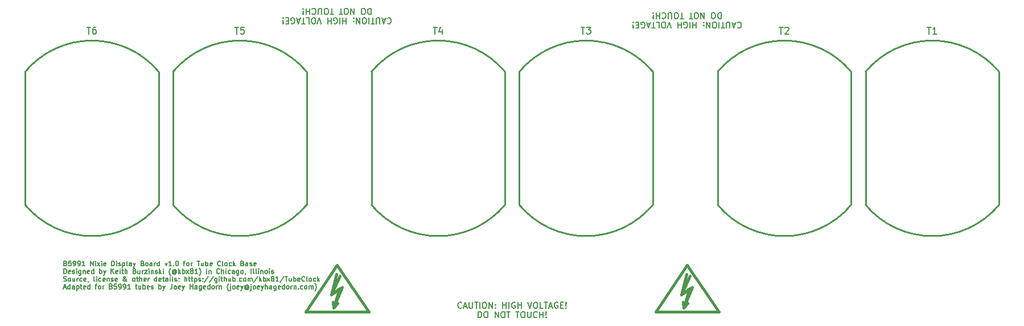
<source format=gbr>
G04 #@! TF.GenerationSoftware,KiCad,Pcbnew,8.0.4*
G04 #@! TF.CreationDate,2024-10-10T21:21:17-07:00*
G04 #@! TF.ProjectId,B5991,42353939-312e-46b6-9963-61645f706362,rev?*
G04 #@! TF.SameCoordinates,Original*
G04 #@! TF.FileFunction,Legend,Top*
G04 #@! TF.FilePolarity,Positive*
%FSLAX46Y46*%
G04 Gerber Fmt 4.6, Leading zero omitted, Abs format (unit mm)*
G04 Created by KiCad (PCBNEW 8.0.4) date 2024-10-10 21:21:17*
%MOMM*%
%LPD*%
G01*
G04 APERTURE LIST*
%ADD10C,0.152400*%
%ADD11C,0.127000*%
%ADD12C,0.150000*%
%ADD13C,0.254000*%
%ADD14C,0.381000*%
G04 APERTURE END LIST*
D10*
X130221564Y-78476542D02*
X130263897Y-78434209D01*
X130263897Y-78434209D02*
X130390897Y-78391875D01*
X130390897Y-78391875D02*
X130475564Y-78391875D01*
X130475564Y-78391875D02*
X130602564Y-78434209D01*
X130602564Y-78434209D02*
X130687231Y-78518875D01*
X130687231Y-78518875D02*
X130729564Y-78603542D01*
X130729564Y-78603542D02*
X130771897Y-78772875D01*
X130771897Y-78772875D02*
X130771897Y-78899875D01*
X130771897Y-78899875D02*
X130729564Y-79069209D01*
X130729564Y-79069209D02*
X130687231Y-79153875D01*
X130687231Y-79153875D02*
X130602564Y-79238542D01*
X130602564Y-79238542D02*
X130475564Y-79280875D01*
X130475564Y-79280875D02*
X130390897Y-79280875D01*
X130390897Y-79280875D02*
X130263897Y-79238542D01*
X130263897Y-79238542D02*
X130221564Y-79196209D01*
X129882897Y-78645875D02*
X129459564Y-78645875D01*
X129967564Y-78391875D02*
X129671231Y-79280875D01*
X129671231Y-79280875D02*
X129374897Y-78391875D01*
X129078564Y-79280875D02*
X129078564Y-78561209D01*
X129078564Y-78561209D02*
X129036231Y-78476542D01*
X129036231Y-78476542D02*
X128993897Y-78434209D01*
X128993897Y-78434209D02*
X128909231Y-78391875D01*
X128909231Y-78391875D02*
X128739897Y-78391875D01*
X128739897Y-78391875D02*
X128655231Y-78434209D01*
X128655231Y-78434209D02*
X128612897Y-78476542D01*
X128612897Y-78476542D02*
X128570564Y-78561209D01*
X128570564Y-78561209D02*
X128570564Y-79280875D01*
X128274231Y-79280875D02*
X127766231Y-79280875D01*
X128020231Y-78391875D02*
X128020231Y-79280875D01*
X127469898Y-78391875D02*
X127469898Y-79280875D01*
X126877232Y-79280875D02*
X126707898Y-79280875D01*
X126707898Y-79280875D02*
X126623232Y-79238542D01*
X126623232Y-79238542D02*
X126538565Y-79153875D01*
X126538565Y-79153875D02*
X126496232Y-78984542D01*
X126496232Y-78984542D02*
X126496232Y-78688209D01*
X126496232Y-78688209D02*
X126538565Y-78518875D01*
X126538565Y-78518875D02*
X126623232Y-78434209D01*
X126623232Y-78434209D02*
X126707898Y-78391875D01*
X126707898Y-78391875D02*
X126877232Y-78391875D01*
X126877232Y-78391875D02*
X126961898Y-78434209D01*
X126961898Y-78434209D02*
X127046565Y-78518875D01*
X127046565Y-78518875D02*
X127088898Y-78688209D01*
X127088898Y-78688209D02*
X127088898Y-78984542D01*
X127088898Y-78984542D02*
X127046565Y-79153875D01*
X127046565Y-79153875D02*
X126961898Y-79238542D01*
X126961898Y-79238542D02*
X126877232Y-79280875D01*
X126115232Y-78391875D02*
X126115232Y-79280875D01*
X126115232Y-79280875D02*
X125607232Y-78391875D01*
X125607232Y-78391875D02*
X125607232Y-79280875D01*
X125183899Y-78476542D02*
X125141566Y-78434209D01*
X125141566Y-78434209D02*
X125183899Y-78391875D01*
X125183899Y-78391875D02*
X125226232Y-78434209D01*
X125226232Y-78434209D02*
X125183899Y-78476542D01*
X125183899Y-78476542D02*
X125183899Y-78391875D01*
X125183899Y-78942209D02*
X125141566Y-78899875D01*
X125141566Y-78899875D02*
X125183899Y-78857542D01*
X125183899Y-78857542D02*
X125226232Y-78899875D01*
X125226232Y-78899875D02*
X125183899Y-78942209D01*
X125183899Y-78942209D02*
X125183899Y-78857542D01*
X124083233Y-78391875D02*
X124083233Y-79280875D01*
X124083233Y-78857542D02*
X123575233Y-78857542D01*
X123575233Y-78391875D02*
X123575233Y-79280875D01*
X123151900Y-78391875D02*
X123151900Y-79280875D01*
X122262900Y-79238542D02*
X122347567Y-79280875D01*
X122347567Y-79280875D02*
X122474567Y-79280875D01*
X122474567Y-79280875D02*
X122601567Y-79238542D01*
X122601567Y-79238542D02*
X122686234Y-79153875D01*
X122686234Y-79153875D02*
X122728567Y-79069209D01*
X122728567Y-79069209D02*
X122770900Y-78899875D01*
X122770900Y-78899875D02*
X122770900Y-78772875D01*
X122770900Y-78772875D02*
X122728567Y-78603542D01*
X122728567Y-78603542D02*
X122686234Y-78518875D01*
X122686234Y-78518875D02*
X122601567Y-78434209D01*
X122601567Y-78434209D02*
X122474567Y-78391875D01*
X122474567Y-78391875D02*
X122389900Y-78391875D01*
X122389900Y-78391875D02*
X122262900Y-78434209D01*
X122262900Y-78434209D02*
X122220567Y-78476542D01*
X122220567Y-78476542D02*
X122220567Y-78772875D01*
X122220567Y-78772875D02*
X122389900Y-78772875D01*
X121839567Y-78391875D02*
X121839567Y-79280875D01*
X121839567Y-78857542D02*
X121331567Y-78857542D01*
X121331567Y-78391875D02*
X121331567Y-79280875D01*
X120357901Y-79280875D02*
X120061568Y-78391875D01*
X120061568Y-78391875D02*
X119765234Y-79280875D01*
X119299568Y-79280875D02*
X119130234Y-79280875D01*
X119130234Y-79280875D02*
X119045568Y-79238542D01*
X119045568Y-79238542D02*
X118960901Y-79153875D01*
X118960901Y-79153875D02*
X118918568Y-78984542D01*
X118918568Y-78984542D02*
X118918568Y-78688209D01*
X118918568Y-78688209D02*
X118960901Y-78518875D01*
X118960901Y-78518875D02*
X119045568Y-78434209D01*
X119045568Y-78434209D02*
X119130234Y-78391875D01*
X119130234Y-78391875D02*
X119299568Y-78391875D01*
X119299568Y-78391875D02*
X119384234Y-78434209D01*
X119384234Y-78434209D02*
X119468901Y-78518875D01*
X119468901Y-78518875D02*
X119511234Y-78688209D01*
X119511234Y-78688209D02*
X119511234Y-78984542D01*
X119511234Y-78984542D02*
X119468901Y-79153875D01*
X119468901Y-79153875D02*
X119384234Y-79238542D01*
X119384234Y-79238542D02*
X119299568Y-79280875D01*
X118114235Y-78391875D02*
X118537568Y-78391875D01*
X118537568Y-78391875D02*
X118537568Y-79280875D01*
X117944901Y-79280875D02*
X117436901Y-79280875D01*
X117690901Y-78391875D02*
X117690901Y-79280875D01*
X117182901Y-78645875D02*
X116759568Y-78645875D01*
X117267568Y-78391875D02*
X116971235Y-79280875D01*
X116971235Y-79280875D02*
X116674901Y-78391875D01*
X115912901Y-79238542D02*
X115997568Y-79280875D01*
X115997568Y-79280875D02*
X116124568Y-79280875D01*
X116124568Y-79280875D02*
X116251568Y-79238542D01*
X116251568Y-79238542D02*
X116336235Y-79153875D01*
X116336235Y-79153875D02*
X116378568Y-79069209D01*
X116378568Y-79069209D02*
X116420901Y-78899875D01*
X116420901Y-78899875D02*
X116420901Y-78772875D01*
X116420901Y-78772875D02*
X116378568Y-78603542D01*
X116378568Y-78603542D02*
X116336235Y-78518875D01*
X116336235Y-78518875D02*
X116251568Y-78434209D01*
X116251568Y-78434209D02*
X116124568Y-78391875D01*
X116124568Y-78391875D02*
X116039901Y-78391875D01*
X116039901Y-78391875D02*
X115912901Y-78434209D01*
X115912901Y-78434209D02*
X115870568Y-78476542D01*
X115870568Y-78476542D02*
X115870568Y-78772875D01*
X115870568Y-78772875D02*
X116039901Y-78772875D01*
X115489568Y-78857542D02*
X115193235Y-78857542D01*
X115066235Y-78391875D02*
X115489568Y-78391875D01*
X115489568Y-78391875D02*
X115489568Y-79280875D01*
X115489568Y-79280875D02*
X115066235Y-79280875D01*
X114685235Y-78476542D02*
X114642902Y-78434209D01*
X114642902Y-78434209D02*
X114685235Y-78391875D01*
X114685235Y-78391875D02*
X114727568Y-78434209D01*
X114727568Y-78434209D02*
X114685235Y-78476542D01*
X114685235Y-78476542D02*
X114685235Y-78391875D01*
X114685235Y-78730542D02*
X114727568Y-79238542D01*
X114727568Y-79238542D02*
X114685235Y-79280875D01*
X114685235Y-79280875D02*
X114642902Y-79238542D01*
X114642902Y-79238542D02*
X114685235Y-78730542D01*
X114685235Y-78730542D02*
X114685235Y-79280875D01*
X127745064Y-76960635D02*
X127745064Y-77849635D01*
X127745064Y-77849635D02*
X127533397Y-77849635D01*
X127533397Y-77849635D02*
X127406397Y-77807302D01*
X127406397Y-77807302D02*
X127321731Y-77722635D01*
X127321731Y-77722635D02*
X127279397Y-77637969D01*
X127279397Y-77637969D02*
X127237064Y-77468635D01*
X127237064Y-77468635D02*
X127237064Y-77341635D01*
X127237064Y-77341635D02*
X127279397Y-77172302D01*
X127279397Y-77172302D02*
X127321731Y-77087635D01*
X127321731Y-77087635D02*
X127406397Y-77002969D01*
X127406397Y-77002969D02*
X127533397Y-76960635D01*
X127533397Y-76960635D02*
X127745064Y-76960635D01*
X126686731Y-77849635D02*
X126517397Y-77849635D01*
X126517397Y-77849635D02*
X126432731Y-77807302D01*
X126432731Y-77807302D02*
X126348064Y-77722635D01*
X126348064Y-77722635D02*
X126305731Y-77553302D01*
X126305731Y-77553302D02*
X126305731Y-77256969D01*
X126305731Y-77256969D02*
X126348064Y-77087635D01*
X126348064Y-77087635D02*
X126432731Y-77002969D01*
X126432731Y-77002969D02*
X126517397Y-76960635D01*
X126517397Y-76960635D02*
X126686731Y-76960635D01*
X126686731Y-76960635D02*
X126771397Y-77002969D01*
X126771397Y-77002969D02*
X126856064Y-77087635D01*
X126856064Y-77087635D02*
X126898397Y-77256969D01*
X126898397Y-77256969D02*
X126898397Y-77553302D01*
X126898397Y-77553302D02*
X126856064Y-77722635D01*
X126856064Y-77722635D02*
X126771397Y-77807302D01*
X126771397Y-77807302D02*
X126686731Y-77849635D01*
X125247398Y-76960635D02*
X125247398Y-77849635D01*
X125247398Y-77849635D02*
X124739398Y-76960635D01*
X124739398Y-76960635D02*
X124739398Y-77849635D01*
X124146732Y-77849635D02*
X123977398Y-77849635D01*
X123977398Y-77849635D02*
X123892732Y-77807302D01*
X123892732Y-77807302D02*
X123808065Y-77722635D01*
X123808065Y-77722635D02*
X123765732Y-77553302D01*
X123765732Y-77553302D02*
X123765732Y-77256969D01*
X123765732Y-77256969D02*
X123808065Y-77087635D01*
X123808065Y-77087635D02*
X123892732Y-77002969D01*
X123892732Y-77002969D02*
X123977398Y-76960635D01*
X123977398Y-76960635D02*
X124146732Y-76960635D01*
X124146732Y-76960635D02*
X124231398Y-77002969D01*
X124231398Y-77002969D02*
X124316065Y-77087635D01*
X124316065Y-77087635D02*
X124358398Y-77256969D01*
X124358398Y-77256969D02*
X124358398Y-77553302D01*
X124358398Y-77553302D02*
X124316065Y-77722635D01*
X124316065Y-77722635D02*
X124231398Y-77807302D01*
X124231398Y-77807302D02*
X124146732Y-77849635D01*
X123511732Y-77849635D02*
X123003732Y-77849635D01*
X123257732Y-76960635D02*
X123257732Y-77849635D01*
X122157066Y-77849635D02*
X121649066Y-77849635D01*
X121903066Y-76960635D02*
X121903066Y-77849635D01*
X121183400Y-77849635D02*
X121014066Y-77849635D01*
X121014066Y-77849635D02*
X120929400Y-77807302D01*
X120929400Y-77807302D02*
X120844733Y-77722635D01*
X120844733Y-77722635D02*
X120802400Y-77553302D01*
X120802400Y-77553302D02*
X120802400Y-77256969D01*
X120802400Y-77256969D02*
X120844733Y-77087635D01*
X120844733Y-77087635D02*
X120929400Y-77002969D01*
X120929400Y-77002969D02*
X121014066Y-76960635D01*
X121014066Y-76960635D02*
X121183400Y-76960635D01*
X121183400Y-76960635D02*
X121268066Y-77002969D01*
X121268066Y-77002969D02*
X121352733Y-77087635D01*
X121352733Y-77087635D02*
X121395066Y-77256969D01*
X121395066Y-77256969D02*
X121395066Y-77553302D01*
X121395066Y-77553302D02*
X121352733Y-77722635D01*
X121352733Y-77722635D02*
X121268066Y-77807302D01*
X121268066Y-77807302D02*
X121183400Y-77849635D01*
X120421400Y-77849635D02*
X120421400Y-77129969D01*
X120421400Y-77129969D02*
X120379067Y-77045302D01*
X120379067Y-77045302D02*
X120336733Y-77002969D01*
X120336733Y-77002969D02*
X120252067Y-76960635D01*
X120252067Y-76960635D02*
X120082733Y-76960635D01*
X120082733Y-76960635D02*
X119998067Y-77002969D01*
X119998067Y-77002969D02*
X119955733Y-77045302D01*
X119955733Y-77045302D02*
X119913400Y-77129969D01*
X119913400Y-77129969D02*
X119913400Y-77849635D01*
X118982067Y-77045302D02*
X119024400Y-77002969D01*
X119024400Y-77002969D02*
X119151400Y-76960635D01*
X119151400Y-76960635D02*
X119236067Y-76960635D01*
X119236067Y-76960635D02*
X119363067Y-77002969D01*
X119363067Y-77002969D02*
X119447734Y-77087635D01*
X119447734Y-77087635D02*
X119490067Y-77172302D01*
X119490067Y-77172302D02*
X119532400Y-77341635D01*
X119532400Y-77341635D02*
X119532400Y-77468635D01*
X119532400Y-77468635D02*
X119490067Y-77637969D01*
X119490067Y-77637969D02*
X119447734Y-77722635D01*
X119447734Y-77722635D02*
X119363067Y-77807302D01*
X119363067Y-77807302D02*
X119236067Y-77849635D01*
X119236067Y-77849635D02*
X119151400Y-77849635D01*
X119151400Y-77849635D02*
X119024400Y-77807302D01*
X119024400Y-77807302D02*
X118982067Y-77764969D01*
X118601067Y-76960635D02*
X118601067Y-77849635D01*
X118601067Y-77426302D02*
X118093067Y-77426302D01*
X118093067Y-76960635D02*
X118093067Y-77849635D01*
X117669734Y-77045302D02*
X117627401Y-77002969D01*
X117627401Y-77002969D02*
X117669734Y-76960635D01*
X117669734Y-76960635D02*
X117712067Y-77002969D01*
X117712067Y-77002969D02*
X117669734Y-77045302D01*
X117669734Y-77045302D02*
X117669734Y-76960635D01*
X117669734Y-77299302D02*
X117712067Y-77807302D01*
X117712067Y-77807302D02*
X117669734Y-77849635D01*
X117669734Y-77849635D02*
X117627401Y-77807302D01*
X117627401Y-77807302D02*
X117669734Y-77299302D01*
X117669734Y-77299302D02*
X117669734Y-77849635D01*
X182291564Y-79111542D02*
X182333897Y-79069209D01*
X182333897Y-79069209D02*
X182460897Y-79026875D01*
X182460897Y-79026875D02*
X182545564Y-79026875D01*
X182545564Y-79026875D02*
X182672564Y-79069209D01*
X182672564Y-79069209D02*
X182757231Y-79153875D01*
X182757231Y-79153875D02*
X182799564Y-79238542D01*
X182799564Y-79238542D02*
X182841897Y-79407875D01*
X182841897Y-79407875D02*
X182841897Y-79534875D01*
X182841897Y-79534875D02*
X182799564Y-79704209D01*
X182799564Y-79704209D02*
X182757231Y-79788875D01*
X182757231Y-79788875D02*
X182672564Y-79873542D01*
X182672564Y-79873542D02*
X182545564Y-79915875D01*
X182545564Y-79915875D02*
X182460897Y-79915875D01*
X182460897Y-79915875D02*
X182333897Y-79873542D01*
X182333897Y-79873542D02*
X182291564Y-79831209D01*
X181952897Y-79280875D02*
X181529564Y-79280875D01*
X182037564Y-79026875D02*
X181741231Y-79915875D01*
X181741231Y-79915875D02*
X181444897Y-79026875D01*
X181148564Y-79915875D02*
X181148564Y-79196209D01*
X181148564Y-79196209D02*
X181106231Y-79111542D01*
X181106231Y-79111542D02*
X181063897Y-79069209D01*
X181063897Y-79069209D02*
X180979231Y-79026875D01*
X180979231Y-79026875D02*
X180809897Y-79026875D01*
X180809897Y-79026875D02*
X180725231Y-79069209D01*
X180725231Y-79069209D02*
X180682897Y-79111542D01*
X180682897Y-79111542D02*
X180640564Y-79196209D01*
X180640564Y-79196209D02*
X180640564Y-79915875D01*
X180344231Y-79915875D02*
X179836231Y-79915875D01*
X180090231Y-79026875D02*
X180090231Y-79915875D01*
X179539898Y-79026875D02*
X179539898Y-79915875D01*
X178947232Y-79915875D02*
X178777898Y-79915875D01*
X178777898Y-79915875D02*
X178693232Y-79873542D01*
X178693232Y-79873542D02*
X178608565Y-79788875D01*
X178608565Y-79788875D02*
X178566232Y-79619542D01*
X178566232Y-79619542D02*
X178566232Y-79323209D01*
X178566232Y-79323209D02*
X178608565Y-79153875D01*
X178608565Y-79153875D02*
X178693232Y-79069209D01*
X178693232Y-79069209D02*
X178777898Y-79026875D01*
X178777898Y-79026875D02*
X178947232Y-79026875D01*
X178947232Y-79026875D02*
X179031898Y-79069209D01*
X179031898Y-79069209D02*
X179116565Y-79153875D01*
X179116565Y-79153875D02*
X179158898Y-79323209D01*
X179158898Y-79323209D02*
X179158898Y-79619542D01*
X179158898Y-79619542D02*
X179116565Y-79788875D01*
X179116565Y-79788875D02*
X179031898Y-79873542D01*
X179031898Y-79873542D02*
X178947232Y-79915875D01*
X178185232Y-79026875D02*
X178185232Y-79915875D01*
X178185232Y-79915875D02*
X177677232Y-79026875D01*
X177677232Y-79026875D02*
X177677232Y-79915875D01*
X177253899Y-79111542D02*
X177211566Y-79069209D01*
X177211566Y-79069209D02*
X177253899Y-79026875D01*
X177253899Y-79026875D02*
X177296232Y-79069209D01*
X177296232Y-79069209D02*
X177253899Y-79111542D01*
X177253899Y-79111542D02*
X177253899Y-79026875D01*
X177253899Y-79577209D02*
X177211566Y-79534875D01*
X177211566Y-79534875D02*
X177253899Y-79492542D01*
X177253899Y-79492542D02*
X177296232Y-79534875D01*
X177296232Y-79534875D02*
X177253899Y-79577209D01*
X177253899Y-79577209D02*
X177253899Y-79492542D01*
X176153233Y-79026875D02*
X176153233Y-79915875D01*
X176153233Y-79492542D02*
X175645233Y-79492542D01*
X175645233Y-79026875D02*
X175645233Y-79915875D01*
X175221900Y-79026875D02*
X175221900Y-79915875D01*
X174332900Y-79873542D02*
X174417567Y-79915875D01*
X174417567Y-79915875D02*
X174544567Y-79915875D01*
X174544567Y-79915875D02*
X174671567Y-79873542D01*
X174671567Y-79873542D02*
X174756234Y-79788875D01*
X174756234Y-79788875D02*
X174798567Y-79704209D01*
X174798567Y-79704209D02*
X174840900Y-79534875D01*
X174840900Y-79534875D02*
X174840900Y-79407875D01*
X174840900Y-79407875D02*
X174798567Y-79238542D01*
X174798567Y-79238542D02*
X174756234Y-79153875D01*
X174756234Y-79153875D02*
X174671567Y-79069209D01*
X174671567Y-79069209D02*
X174544567Y-79026875D01*
X174544567Y-79026875D02*
X174459900Y-79026875D01*
X174459900Y-79026875D02*
X174332900Y-79069209D01*
X174332900Y-79069209D02*
X174290567Y-79111542D01*
X174290567Y-79111542D02*
X174290567Y-79407875D01*
X174290567Y-79407875D02*
X174459900Y-79407875D01*
X173909567Y-79026875D02*
X173909567Y-79915875D01*
X173909567Y-79492542D02*
X173401567Y-79492542D01*
X173401567Y-79026875D02*
X173401567Y-79915875D01*
X172427901Y-79915875D02*
X172131568Y-79026875D01*
X172131568Y-79026875D02*
X171835234Y-79915875D01*
X171369568Y-79915875D02*
X171200234Y-79915875D01*
X171200234Y-79915875D02*
X171115568Y-79873542D01*
X171115568Y-79873542D02*
X171030901Y-79788875D01*
X171030901Y-79788875D02*
X170988568Y-79619542D01*
X170988568Y-79619542D02*
X170988568Y-79323209D01*
X170988568Y-79323209D02*
X171030901Y-79153875D01*
X171030901Y-79153875D02*
X171115568Y-79069209D01*
X171115568Y-79069209D02*
X171200234Y-79026875D01*
X171200234Y-79026875D02*
X171369568Y-79026875D01*
X171369568Y-79026875D02*
X171454234Y-79069209D01*
X171454234Y-79069209D02*
X171538901Y-79153875D01*
X171538901Y-79153875D02*
X171581234Y-79323209D01*
X171581234Y-79323209D02*
X171581234Y-79619542D01*
X171581234Y-79619542D02*
X171538901Y-79788875D01*
X171538901Y-79788875D02*
X171454234Y-79873542D01*
X171454234Y-79873542D02*
X171369568Y-79915875D01*
X170184235Y-79026875D02*
X170607568Y-79026875D01*
X170607568Y-79026875D02*
X170607568Y-79915875D01*
X170014901Y-79915875D02*
X169506901Y-79915875D01*
X169760901Y-79026875D02*
X169760901Y-79915875D01*
X169252901Y-79280875D02*
X168829568Y-79280875D01*
X169337568Y-79026875D02*
X169041235Y-79915875D01*
X169041235Y-79915875D02*
X168744901Y-79026875D01*
X167982901Y-79873542D02*
X168067568Y-79915875D01*
X168067568Y-79915875D02*
X168194568Y-79915875D01*
X168194568Y-79915875D02*
X168321568Y-79873542D01*
X168321568Y-79873542D02*
X168406235Y-79788875D01*
X168406235Y-79788875D02*
X168448568Y-79704209D01*
X168448568Y-79704209D02*
X168490901Y-79534875D01*
X168490901Y-79534875D02*
X168490901Y-79407875D01*
X168490901Y-79407875D02*
X168448568Y-79238542D01*
X168448568Y-79238542D02*
X168406235Y-79153875D01*
X168406235Y-79153875D02*
X168321568Y-79069209D01*
X168321568Y-79069209D02*
X168194568Y-79026875D01*
X168194568Y-79026875D02*
X168109901Y-79026875D01*
X168109901Y-79026875D02*
X167982901Y-79069209D01*
X167982901Y-79069209D02*
X167940568Y-79111542D01*
X167940568Y-79111542D02*
X167940568Y-79407875D01*
X167940568Y-79407875D02*
X168109901Y-79407875D01*
X167559568Y-79492542D02*
X167263235Y-79492542D01*
X167136235Y-79026875D02*
X167559568Y-79026875D01*
X167559568Y-79026875D02*
X167559568Y-79915875D01*
X167559568Y-79915875D02*
X167136235Y-79915875D01*
X166755235Y-79111542D02*
X166712902Y-79069209D01*
X166712902Y-79069209D02*
X166755235Y-79026875D01*
X166755235Y-79026875D02*
X166797568Y-79069209D01*
X166797568Y-79069209D02*
X166755235Y-79111542D01*
X166755235Y-79111542D02*
X166755235Y-79026875D01*
X166755235Y-79365542D02*
X166797568Y-79873542D01*
X166797568Y-79873542D02*
X166755235Y-79915875D01*
X166755235Y-79915875D02*
X166712902Y-79873542D01*
X166712902Y-79873542D02*
X166755235Y-79365542D01*
X166755235Y-79365542D02*
X166755235Y-79915875D01*
X179815064Y-77595635D02*
X179815064Y-78484635D01*
X179815064Y-78484635D02*
X179603397Y-78484635D01*
X179603397Y-78484635D02*
X179476397Y-78442302D01*
X179476397Y-78442302D02*
X179391731Y-78357635D01*
X179391731Y-78357635D02*
X179349397Y-78272969D01*
X179349397Y-78272969D02*
X179307064Y-78103635D01*
X179307064Y-78103635D02*
X179307064Y-77976635D01*
X179307064Y-77976635D02*
X179349397Y-77807302D01*
X179349397Y-77807302D02*
X179391731Y-77722635D01*
X179391731Y-77722635D02*
X179476397Y-77637969D01*
X179476397Y-77637969D02*
X179603397Y-77595635D01*
X179603397Y-77595635D02*
X179815064Y-77595635D01*
X178756731Y-78484635D02*
X178587397Y-78484635D01*
X178587397Y-78484635D02*
X178502731Y-78442302D01*
X178502731Y-78442302D02*
X178418064Y-78357635D01*
X178418064Y-78357635D02*
X178375731Y-78188302D01*
X178375731Y-78188302D02*
X178375731Y-77891969D01*
X178375731Y-77891969D02*
X178418064Y-77722635D01*
X178418064Y-77722635D02*
X178502731Y-77637969D01*
X178502731Y-77637969D02*
X178587397Y-77595635D01*
X178587397Y-77595635D02*
X178756731Y-77595635D01*
X178756731Y-77595635D02*
X178841397Y-77637969D01*
X178841397Y-77637969D02*
X178926064Y-77722635D01*
X178926064Y-77722635D02*
X178968397Y-77891969D01*
X178968397Y-77891969D02*
X178968397Y-78188302D01*
X178968397Y-78188302D02*
X178926064Y-78357635D01*
X178926064Y-78357635D02*
X178841397Y-78442302D01*
X178841397Y-78442302D02*
X178756731Y-78484635D01*
X177317398Y-77595635D02*
X177317398Y-78484635D01*
X177317398Y-78484635D02*
X176809398Y-77595635D01*
X176809398Y-77595635D02*
X176809398Y-78484635D01*
X176216732Y-78484635D02*
X176047398Y-78484635D01*
X176047398Y-78484635D02*
X175962732Y-78442302D01*
X175962732Y-78442302D02*
X175878065Y-78357635D01*
X175878065Y-78357635D02*
X175835732Y-78188302D01*
X175835732Y-78188302D02*
X175835732Y-77891969D01*
X175835732Y-77891969D02*
X175878065Y-77722635D01*
X175878065Y-77722635D02*
X175962732Y-77637969D01*
X175962732Y-77637969D02*
X176047398Y-77595635D01*
X176047398Y-77595635D02*
X176216732Y-77595635D01*
X176216732Y-77595635D02*
X176301398Y-77637969D01*
X176301398Y-77637969D02*
X176386065Y-77722635D01*
X176386065Y-77722635D02*
X176428398Y-77891969D01*
X176428398Y-77891969D02*
X176428398Y-78188302D01*
X176428398Y-78188302D02*
X176386065Y-78357635D01*
X176386065Y-78357635D02*
X176301398Y-78442302D01*
X176301398Y-78442302D02*
X176216732Y-78484635D01*
X175581732Y-78484635D02*
X175073732Y-78484635D01*
X175327732Y-77595635D02*
X175327732Y-78484635D01*
X174227066Y-78484635D02*
X173719066Y-78484635D01*
X173973066Y-77595635D02*
X173973066Y-78484635D01*
X173253400Y-78484635D02*
X173084066Y-78484635D01*
X173084066Y-78484635D02*
X172999400Y-78442302D01*
X172999400Y-78442302D02*
X172914733Y-78357635D01*
X172914733Y-78357635D02*
X172872400Y-78188302D01*
X172872400Y-78188302D02*
X172872400Y-77891969D01*
X172872400Y-77891969D02*
X172914733Y-77722635D01*
X172914733Y-77722635D02*
X172999400Y-77637969D01*
X172999400Y-77637969D02*
X173084066Y-77595635D01*
X173084066Y-77595635D02*
X173253400Y-77595635D01*
X173253400Y-77595635D02*
X173338066Y-77637969D01*
X173338066Y-77637969D02*
X173422733Y-77722635D01*
X173422733Y-77722635D02*
X173465066Y-77891969D01*
X173465066Y-77891969D02*
X173465066Y-78188302D01*
X173465066Y-78188302D02*
X173422733Y-78357635D01*
X173422733Y-78357635D02*
X173338066Y-78442302D01*
X173338066Y-78442302D02*
X173253400Y-78484635D01*
X172491400Y-78484635D02*
X172491400Y-77764969D01*
X172491400Y-77764969D02*
X172449067Y-77680302D01*
X172449067Y-77680302D02*
X172406733Y-77637969D01*
X172406733Y-77637969D02*
X172322067Y-77595635D01*
X172322067Y-77595635D02*
X172152733Y-77595635D01*
X172152733Y-77595635D02*
X172068067Y-77637969D01*
X172068067Y-77637969D02*
X172025733Y-77680302D01*
X172025733Y-77680302D02*
X171983400Y-77764969D01*
X171983400Y-77764969D02*
X171983400Y-78484635D01*
X171052067Y-77680302D02*
X171094400Y-77637969D01*
X171094400Y-77637969D02*
X171221400Y-77595635D01*
X171221400Y-77595635D02*
X171306067Y-77595635D01*
X171306067Y-77595635D02*
X171433067Y-77637969D01*
X171433067Y-77637969D02*
X171517734Y-77722635D01*
X171517734Y-77722635D02*
X171560067Y-77807302D01*
X171560067Y-77807302D02*
X171602400Y-77976635D01*
X171602400Y-77976635D02*
X171602400Y-78103635D01*
X171602400Y-78103635D02*
X171560067Y-78272969D01*
X171560067Y-78272969D02*
X171517734Y-78357635D01*
X171517734Y-78357635D02*
X171433067Y-78442302D01*
X171433067Y-78442302D02*
X171306067Y-78484635D01*
X171306067Y-78484635D02*
X171221400Y-78484635D01*
X171221400Y-78484635D02*
X171094400Y-78442302D01*
X171094400Y-78442302D02*
X171052067Y-78399969D01*
X170671067Y-77595635D02*
X170671067Y-78484635D01*
X170671067Y-78061302D02*
X170163067Y-78061302D01*
X170163067Y-77595635D02*
X170163067Y-78484635D01*
X169739734Y-77680302D02*
X169697401Y-77637969D01*
X169697401Y-77637969D02*
X169739734Y-77595635D01*
X169739734Y-77595635D02*
X169782067Y-77637969D01*
X169782067Y-77637969D02*
X169739734Y-77680302D01*
X169739734Y-77680302D02*
X169739734Y-77595635D01*
X169739734Y-77934302D02*
X169782067Y-78442302D01*
X169782067Y-78442302D02*
X169739734Y-78484635D01*
X169739734Y-78484635D02*
X169697401Y-78442302D01*
X169697401Y-78442302D02*
X169739734Y-77934302D01*
X169739734Y-77934302D02*
X169739734Y-78484635D01*
X141228235Y-121497657D02*
X141185902Y-121539991D01*
X141185902Y-121539991D02*
X141058902Y-121582324D01*
X141058902Y-121582324D02*
X140974235Y-121582324D01*
X140974235Y-121582324D02*
X140847235Y-121539991D01*
X140847235Y-121539991D02*
X140762569Y-121455324D01*
X140762569Y-121455324D02*
X140720235Y-121370657D01*
X140720235Y-121370657D02*
X140677902Y-121201324D01*
X140677902Y-121201324D02*
X140677902Y-121074324D01*
X140677902Y-121074324D02*
X140720235Y-120904991D01*
X140720235Y-120904991D02*
X140762569Y-120820324D01*
X140762569Y-120820324D02*
X140847235Y-120735657D01*
X140847235Y-120735657D02*
X140974235Y-120693324D01*
X140974235Y-120693324D02*
X141058902Y-120693324D01*
X141058902Y-120693324D02*
X141185902Y-120735657D01*
X141185902Y-120735657D02*
X141228235Y-120777991D01*
X141566902Y-121328324D02*
X141990235Y-121328324D01*
X141482235Y-121582324D02*
X141778569Y-120693324D01*
X141778569Y-120693324D02*
X142074902Y-121582324D01*
X142371235Y-120693324D02*
X142371235Y-121412991D01*
X142371235Y-121412991D02*
X142413569Y-121497657D01*
X142413569Y-121497657D02*
X142455902Y-121539991D01*
X142455902Y-121539991D02*
X142540569Y-121582324D01*
X142540569Y-121582324D02*
X142709902Y-121582324D01*
X142709902Y-121582324D02*
X142794569Y-121539991D01*
X142794569Y-121539991D02*
X142836902Y-121497657D01*
X142836902Y-121497657D02*
X142879235Y-121412991D01*
X142879235Y-121412991D02*
X142879235Y-120693324D01*
X143175568Y-120693324D02*
X143683568Y-120693324D01*
X143429568Y-121582324D02*
X143429568Y-120693324D01*
X143979901Y-121582324D02*
X143979901Y-120693324D01*
X144572568Y-120693324D02*
X144741901Y-120693324D01*
X144741901Y-120693324D02*
X144826568Y-120735657D01*
X144826568Y-120735657D02*
X144911234Y-120820324D01*
X144911234Y-120820324D02*
X144953568Y-120989657D01*
X144953568Y-120989657D02*
X144953568Y-121285991D01*
X144953568Y-121285991D02*
X144911234Y-121455324D01*
X144911234Y-121455324D02*
X144826568Y-121539991D01*
X144826568Y-121539991D02*
X144741901Y-121582324D01*
X144741901Y-121582324D02*
X144572568Y-121582324D01*
X144572568Y-121582324D02*
X144487901Y-121539991D01*
X144487901Y-121539991D02*
X144403234Y-121455324D01*
X144403234Y-121455324D02*
X144360901Y-121285991D01*
X144360901Y-121285991D02*
X144360901Y-120989657D01*
X144360901Y-120989657D02*
X144403234Y-120820324D01*
X144403234Y-120820324D02*
X144487901Y-120735657D01*
X144487901Y-120735657D02*
X144572568Y-120693324D01*
X145334567Y-121582324D02*
X145334567Y-120693324D01*
X145334567Y-120693324D02*
X145842567Y-121582324D01*
X145842567Y-121582324D02*
X145842567Y-120693324D01*
X146265900Y-121497657D02*
X146308234Y-121539991D01*
X146308234Y-121539991D02*
X146265900Y-121582324D01*
X146265900Y-121582324D02*
X146223567Y-121539991D01*
X146223567Y-121539991D02*
X146265900Y-121497657D01*
X146265900Y-121497657D02*
X146265900Y-121582324D01*
X146265900Y-121031991D02*
X146308234Y-121074324D01*
X146308234Y-121074324D02*
X146265900Y-121116657D01*
X146265900Y-121116657D02*
X146223567Y-121074324D01*
X146223567Y-121074324D02*
X146265900Y-121031991D01*
X146265900Y-121031991D02*
X146265900Y-121116657D01*
X147366566Y-121582324D02*
X147366566Y-120693324D01*
X147366566Y-121116657D02*
X147874566Y-121116657D01*
X147874566Y-121582324D02*
X147874566Y-120693324D01*
X148297899Y-121582324D02*
X148297899Y-120693324D01*
X149186899Y-120735657D02*
X149102232Y-120693324D01*
X149102232Y-120693324D02*
X148975232Y-120693324D01*
X148975232Y-120693324D02*
X148848232Y-120735657D01*
X148848232Y-120735657D02*
X148763566Y-120820324D01*
X148763566Y-120820324D02*
X148721232Y-120904991D01*
X148721232Y-120904991D02*
X148678899Y-121074324D01*
X148678899Y-121074324D02*
X148678899Y-121201324D01*
X148678899Y-121201324D02*
X148721232Y-121370657D01*
X148721232Y-121370657D02*
X148763566Y-121455324D01*
X148763566Y-121455324D02*
X148848232Y-121539991D01*
X148848232Y-121539991D02*
X148975232Y-121582324D01*
X148975232Y-121582324D02*
X149059899Y-121582324D01*
X149059899Y-121582324D02*
X149186899Y-121539991D01*
X149186899Y-121539991D02*
X149229232Y-121497657D01*
X149229232Y-121497657D02*
X149229232Y-121201324D01*
X149229232Y-121201324D02*
X149059899Y-121201324D01*
X149610232Y-121582324D02*
X149610232Y-120693324D01*
X149610232Y-121116657D02*
X150118232Y-121116657D01*
X150118232Y-121582324D02*
X150118232Y-120693324D01*
X151091898Y-120693324D02*
X151388232Y-121582324D01*
X151388232Y-121582324D02*
X151684565Y-120693324D01*
X152150232Y-120693324D02*
X152319565Y-120693324D01*
X152319565Y-120693324D02*
X152404232Y-120735657D01*
X152404232Y-120735657D02*
X152488898Y-120820324D01*
X152488898Y-120820324D02*
X152531232Y-120989657D01*
X152531232Y-120989657D02*
X152531232Y-121285991D01*
X152531232Y-121285991D02*
X152488898Y-121455324D01*
X152488898Y-121455324D02*
X152404232Y-121539991D01*
X152404232Y-121539991D02*
X152319565Y-121582324D01*
X152319565Y-121582324D02*
X152150232Y-121582324D01*
X152150232Y-121582324D02*
X152065565Y-121539991D01*
X152065565Y-121539991D02*
X151980898Y-121455324D01*
X151980898Y-121455324D02*
X151938565Y-121285991D01*
X151938565Y-121285991D02*
X151938565Y-120989657D01*
X151938565Y-120989657D02*
X151980898Y-120820324D01*
X151980898Y-120820324D02*
X152065565Y-120735657D01*
X152065565Y-120735657D02*
X152150232Y-120693324D01*
X153335565Y-121582324D02*
X152912231Y-121582324D01*
X152912231Y-121582324D02*
X152912231Y-120693324D01*
X153504898Y-120693324D02*
X154012898Y-120693324D01*
X153758898Y-121582324D02*
X153758898Y-120693324D01*
X154266898Y-121328324D02*
X154690231Y-121328324D01*
X154182231Y-121582324D02*
X154478565Y-120693324D01*
X154478565Y-120693324D02*
X154774898Y-121582324D01*
X155536898Y-120735657D02*
X155452231Y-120693324D01*
X155452231Y-120693324D02*
X155325231Y-120693324D01*
X155325231Y-120693324D02*
X155198231Y-120735657D01*
X155198231Y-120735657D02*
X155113565Y-120820324D01*
X155113565Y-120820324D02*
X155071231Y-120904991D01*
X155071231Y-120904991D02*
X155028898Y-121074324D01*
X155028898Y-121074324D02*
X155028898Y-121201324D01*
X155028898Y-121201324D02*
X155071231Y-121370657D01*
X155071231Y-121370657D02*
X155113565Y-121455324D01*
X155113565Y-121455324D02*
X155198231Y-121539991D01*
X155198231Y-121539991D02*
X155325231Y-121582324D01*
X155325231Y-121582324D02*
X155409898Y-121582324D01*
X155409898Y-121582324D02*
X155536898Y-121539991D01*
X155536898Y-121539991D02*
X155579231Y-121497657D01*
X155579231Y-121497657D02*
X155579231Y-121201324D01*
X155579231Y-121201324D02*
X155409898Y-121201324D01*
X155960231Y-121116657D02*
X156256565Y-121116657D01*
X156383565Y-121582324D02*
X155960231Y-121582324D01*
X155960231Y-121582324D02*
X155960231Y-120693324D01*
X155960231Y-120693324D02*
X156383565Y-120693324D01*
X156764564Y-121497657D02*
X156806898Y-121539991D01*
X156806898Y-121539991D02*
X156764564Y-121582324D01*
X156764564Y-121582324D02*
X156722231Y-121539991D01*
X156722231Y-121539991D02*
X156764564Y-121497657D01*
X156764564Y-121497657D02*
X156764564Y-121582324D01*
X156764564Y-121243657D02*
X156722231Y-120735657D01*
X156722231Y-120735657D02*
X156764564Y-120693324D01*
X156764564Y-120693324D02*
X156806898Y-120735657D01*
X156806898Y-120735657D02*
X156764564Y-121243657D01*
X156764564Y-121243657D02*
X156764564Y-120693324D01*
X143704735Y-123013564D02*
X143704735Y-122124564D01*
X143704735Y-122124564D02*
X143916402Y-122124564D01*
X143916402Y-122124564D02*
X144043402Y-122166897D01*
X144043402Y-122166897D02*
X144128069Y-122251564D01*
X144128069Y-122251564D02*
X144170402Y-122336231D01*
X144170402Y-122336231D02*
X144212735Y-122505564D01*
X144212735Y-122505564D02*
X144212735Y-122632564D01*
X144212735Y-122632564D02*
X144170402Y-122801897D01*
X144170402Y-122801897D02*
X144128069Y-122886564D01*
X144128069Y-122886564D02*
X144043402Y-122971231D01*
X144043402Y-122971231D02*
X143916402Y-123013564D01*
X143916402Y-123013564D02*
X143704735Y-123013564D01*
X144763069Y-122124564D02*
X144932402Y-122124564D01*
X144932402Y-122124564D02*
X145017069Y-122166897D01*
X145017069Y-122166897D02*
X145101735Y-122251564D01*
X145101735Y-122251564D02*
X145144069Y-122420897D01*
X145144069Y-122420897D02*
X145144069Y-122717231D01*
X145144069Y-122717231D02*
X145101735Y-122886564D01*
X145101735Y-122886564D02*
X145017069Y-122971231D01*
X145017069Y-122971231D02*
X144932402Y-123013564D01*
X144932402Y-123013564D02*
X144763069Y-123013564D01*
X144763069Y-123013564D02*
X144678402Y-122971231D01*
X144678402Y-122971231D02*
X144593735Y-122886564D01*
X144593735Y-122886564D02*
X144551402Y-122717231D01*
X144551402Y-122717231D02*
X144551402Y-122420897D01*
X144551402Y-122420897D02*
X144593735Y-122251564D01*
X144593735Y-122251564D02*
X144678402Y-122166897D01*
X144678402Y-122166897D02*
X144763069Y-122124564D01*
X146202401Y-123013564D02*
X146202401Y-122124564D01*
X146202401Y-122124564D02*
X146710401Y-123013564D01*
X146710401Y-123013564D02*
X146710401Y-122124564D01*
X147303068Y-122124564D02*
X147472401Y-122124564D01*
X147472401Y-122124564D02*
X147557068Y-122166897D01*
X147557068Y-122166897D02*
X147641734Y-122251564D01*
X147641734Y-122251564D02*
X147684068Y-122420897D01*
X147684068Y-122420897D02*
X147684068Y-122717231D01*
X147684068Y-122717231D02*
X147641734Y-122886564D01*
X147641734Y-122886564D02*
X147557068Y-122971231D01*
X147557068Y-122971231D02*
X147472401Y-123013564D01*
X147472401Y-123013564D02*
X147303068Y-123013564D01*
X147303068Y-123013564D02*
X147218401Y-122971231D01*
X147218401Y-122971231D02*
X147133734Y-122886564D01*
X147133734Y-122886564D02*
X147091401Y-122717231D01*
X147091401Y-122717231D02*
X147091401Y-122420897D01*
X147091401Y-122420897D02*
X147133734Y-122251564D01*
X147133734Y-122251564D02*
X147218401Y-122166897D01*
X147218401Y-122166897D02*
X147303068Y-122124564D01*
X147938067Y-122124564D02*
X148446067Y-122124564D01*
X148192067Y-123013564D02*
X148192067Y-122124564D01*
X149292733Y-122124564D02*
X149800733Y-122124564D01*
X149546733Y-123013564D02*
X149546733Y-122124564D01*
X150266400Y-122124564D02*
X150435733Y-122124564D01*
X150435733Y-122124564D02*
X150520400Y-122166897D01*
X150520400Y-122166897D02*
X150605066Y-122251564D01*
X150605066Y-122251564D02*
X150647400Y-122420897D01*
X150647400Y-122420897D02*
X150647400Y-122717231D01*
X150647400Y-122717231D02*
X150605066Y-122886564D01*
X150605066Y-122886564D02*
X150520400Y-122971231D01*
X150520400Y-122971231D02*
X150435733Y-123013564D01*
X150435733Y-123013564D02*
X150266400Y-123013564D01*
X150266400Y-123013564D02*
X150181733Y-122971231D01*
X150181733Y-122971231D02*
X150097066Y-122886564D01*
X150097066Y-122886564D02*
X150054733Y-122717231D01*
X150054733Y-122717231D02*
X150054733Y-122420897D01*
X150054733Y-122420897D02*
X150097066Y-122251564D01*
X150097066Y-122251564D02*
X150181733Y-122166897D01*
X150181733Y-122166897D02*
X150266400Y-122124564D01*
X151028399Y-122124564D02*
X151028399Y-122844231D01*
X151028399Y-122844231D02*
X151070733Y-122928897D01*
X151070733Y-122928897D02*
X151113066Y-122971231D01*
X151113066Y-122971231D02*
X151197733Y-123013564D01*
X151197733Y-123013564D02*
X151367066Y-123013564D01*
X151367066Y-123013564D02*
X151451733Y-122971231D01*
X151451733Y-122971231D02*
X151494066Y-122928897D01*
X151494066Y-122928897D02*
X151536399Y-122844231D01*
X151536399Y-122844231D02*
X151536399Y-122124564D01*
X152467732Y-122928897D02*
X152425399Y-122971231D01*
X152425399Y-122971231D02*
X152298399Y-123013564D01*
X152298399Y-123013564D02*
X152213732Y-123013564D01*
X152213732Y-123013564D02*
X152086732Y-122971231D01*
X152086732Y-122971231D02*
X152002066Y-122886564D01*
X152002066Y-122886564D02*
X151959732Y-122801897D01*
X151959732Y-122801897D02*
X151917399Y-122632564D01*
X151917399Y-122632564D02*
X151917399Y-122505564D01*
X151917399Y-122505564D02*
X151959732Y-122336231D01*
X151959732Y-122336231D02*
X152002066Y-122251564D01*
X152002066Y-122251564D02*
X152086732Y-122166897D01*
X152086732Y-122166897D02*
X152213732Y-122124564D01*
X152213732Y-122124564D02*
X152298399Y-122124564D01*
X152298399Y-122124564D02*
X152425399Y-122166897D01*
X152425399Y-122166897D02*
X152467732Y-122209231D01*
X152848732Y-123013564D02*
X152848732Y-122124564D01*
X152848732Y-122547897D02*
X153356732Y-122547897D01*
X153356732Y-123013564D02*
X153356732Y-122124564D01*
X153780065Y-122928897D02*
X153822399Y-122971231D01*
X153822399Y-122971231D02*
X153780065Y-123013564D01*
X153780065Y-123013564D02*
X153737732Y-122971231D01*
X153737732Y-122971231D02*
X153780065Y-122928897D01*
X153780065Y-122928897D02*
X153780065Y-123013564D01*
X153780065Y-122674897D02*
X153737732Y-122166897D01*
X153737732Y-122166897D02*
X153780065Y-122124564D01*
X153780065Y-122124564D02*
X153822399Y-122166897D01*
X153822399Y-122166897D02*
X153780065Y-122674897D01*
X153780065Y-122674897D02*
X153780065Y-122124564D01*
D11*
X82303352Y-114919989D02*
X82404952Y-114953856D01*
X82404952Y-114953856D02*
X82438818Y-114987722D01*
X82438818Y-114987722D02*
X82472685Y-115055456D01*
X82472685Y-115055456D02*
X82472685Y-115157056D01*
X82472685Y-115157056D02*
X82438818Y-115224789D01*
X82438818Y-115224789D02*
X82404952Y-115258656D01*
X82404952Y-115258656D02*
X82337218Y-115292522D01*
X82337218Y-115292522D02*
X82066285Y-115292522D01*
X82066285Y-115292522D02*
X82066285Y-114581322D01*
X82066285Y-114581322D02*
X82303352Y-114581322D01*
X82303352Y-114581322D02*
X82371085Y-114615189D01*
X82371085Y-114615189D02*
X82404952Y-114649056D01*
X82404952Y-114649056D02*
X82438818Y-114716789D01*
X82438818Y-114716789D02*
X82438818Y-114784522D01*
X82438818Y-114784522D02*
X82404952Y-114852256D01*
X82404952Y-114852256D02*
X82371085Y-114886122D01*
X82371085Y-114886122D02*
X82303352Y-114919989D01*
X82303352Y-114919989D02*
X82066285Y-114919989D01*
X83116152Y-114581322D02*
X82777485Y-114581322D01*
X82777485Y-114581322D02*
X82743618Y-114919989D01*
X82743618Y-114919989D02*
X82777485Y-114886122D01*
X82777485Y-114886122D02*
X82845218Y-114852256D01*
X82845218Y-114852256D02*
X83014552Y-114852256D01*
X83014552Y-114852256D02*
X83082285Y-114886122D01*
X83082285Y-114886122D02*
X83116152Y-114919989D01*
X83116152Y-114919989D02*
X83150018Y-114987722D01*
X83150018Y-114987722D02*
X83150018Y-115157056D01*
X83150018Y-115157056D02*
X83116152Y-115224789D01*
X83116152Y-115224789D02*
X83082285Y-115258656D01*
X83082285Y-115258656D02*
X83014552Y-115292522D01*
X83014552Y-115292522D02*
X82845218Y-115292522D01*
X82845218Y-115292522D02*
X82777485Y-115258656D01*
X82777485Y-115258656D02*
X82743618Y-115224789D01*
X83488685Y-115292522D02*
X83624151Y-115292522D01*
X83624151Y-115292522D02*
X83691885Y-115258656D01*
X83691885Y-115258656D02*
X83725751Y-115224789D01*
X83725751Y-115224789D02*
X83793485Y-115123189D01*
X83793485Y-115123189D02*
X83827351Y-114987722D01*
X83827351Y-114987722D02*
X83827351Y-114716789D01*
X83827351Y-114716789D02*
X83793485Y-114649056D01*
X83793485Y-114649056D02*
X83759618Y-114615189D01*
X83759618Y-114615189D02*
X83691885Y-114581322D01*
X83691885Y-114581322D02*
X83556418Y-114581322D01*
X83556418Y-114581322D02*
X83488685Y-114615189D01*
X83488685Y-114615189D02*
X83454818Y-114649056D01*
X83454818Y-114649056D02*
X83420951Y-114716789D01*
X83420951Y-114716789D02*
X83420951Y-114886122D01*
X83420951Y-114886122D02*
X83454818Y-114953856D01*
X83454818Y-114953856D02*
X83488685Y-114987722D01*
X83488685Y-114987722D02*
X83556418Y-115021589D01*
X83556418Y-115021589D02*
X83691885Y-115021589D01*
X83691885Y-115021589D02*
X83759618Y-114987722D01*
X83759618Y-114987722D02*
X83793485Y-114953856D01*
X83793485Y-114953856D02*
X83827351Y-114886122D01*
X84166018Y-115292522D02*
X84301484Y-115292522D01*
X84301484Y-115292522D02*
X84369218Y-115258656D01*
X84369218Y-115258656D02*
X84403084Y-115224789D01*
X84403084Y-115224789D02*
X84470818Y-115123189D01*
X84470818Y-115123189D02*
X84504684Y-114987722D01*
X84504684Y-114987722D02*
X84504684Y-114716789D01*
X84504684Y-114716789D02*
X84470818Y-114649056D01*
X84470818Y-114649056D02*
X84436951Y-114615189D01*
X84436951Y-114615189D02*
X84369218Y-114581322D01*
X84369218Y-114581322D02*
X84233751Y-114581322D01*
X84233751Y-114581322D02*
X84166018Y-114615189D01*
X84166018Y-114615189D02*
X84132151Y-114649056D01*
X84132151Y-114649056D02*
X84098284Y-114716789D01*
X84098284Y-114716789D02*
X84098284Y-114886122D01*
X84098284Y-114886122D02*
X84132151Y-114953856D01*
X84132151Y-114953856D02*
X84166018Y-114987722D01*
X84166018Y-114987722D02*
X84233751Y-115021589D01*
X84233751Y-115021589D02*
X84369218Y-115021589D01*
X84369218Y-115021589D02*
X84436951Y-114987722D01*
X84436951Y-114987722D02*
X84470818Y-114953856D01*
X84470818Y-114953856D02*
X84504684Y-114886122D01*
X85182017Y-115292522D02*
X84775617Y-115292522D01*
X84978817Y-115292522D02*
X84978817Y-114581322D01*
X84978817Y-114581322D02*
X84911084Y-114682922D01*
X84911084Y-114682922D02*
X84843351Y-114750656D01*
X84843351Y-114750656D02*
X84775617Y-114784522D01*
X86028684Y-115292522D02*
X86028684Y-114581322D01*
X86028684Y-114581322D02*
X86435084Y-115292522D01*
X86435084Y-115292522D02*
X86435084Y-114581322D01*
X86773751Y-115292522D02*
X86773751Y-114818389D01*
X86773751Y-114581322D02*
X86739884Y-114615189D01*
X86739884Y-114615189D02*
X86773751Y-114649056D01*
X86773751Y-114649056D02*
X86807618Y-114615189D01*
X86807618Y-114615189D02*
X86773751Y-114581322D01*
X86773751Y-114581322D02*
X86773751Y-114649056D01*
X87044685Y-115292522D02*
X87417218Y-114818389D01*
X87044685Y-114818389D02*
X87417218Y-115292522D01*
X87688151Y-115292522D02*
X87688151Y-114818389D01*
X87688151Y-114581322D02*
X87654284Y-114615189D01*
X87654284Y-114615189D02*
X87688151Y-114649056D01*
X87688151Y-114649056D02*
X87722018Y-114615189D01*
X87722018Y-114615189D02*
X87688151Y-114581322D01*
X87688151Y-114581322D02*
X87688151Y-114649056D01*
X88297751Y-115258656D02*
X88230018Y-115292522D01*
X88230018Y-115292522D02*
X88094551Y-115292522D01*
X88094551Y-115292522D02*
X88026818Y-115258656D01*
X88026818Y-115258656D02*
X87992951Y-115190922D01*
X87992951Y-115190922D02*
X87992951Y-114919989D01*
X87992951Y-114919989D02*
X88026818Y-114852256D01*
X88026818Y-114852256D02*
X88094551Y-114818389D01*
X88094551Y-114818389D02*
X88230018Y-114818389D01*
X88230018Y-114818389D02*
X88297751Y-114852256D01*
X88297751Y-114852256D02*
X88331618Y-114919989D01*
X88331618Y-114919989D02*
X88331618Y-114987722D01*
X88331618Y-114987722D02*
X87992951Y-115055456D01*
X89178285Y-115292522D02*
X89178285Y-114581322D01*
X89178285Y-114581322D02*
X89347618Y-114581322D01*
X89347618Y-114581322D02*
X89449218Y-114615189D01*
X89449218Y-114615189D02*
X89516952Y-114682922D01*
X89516952Y-114682922D02*
X89550818Y-114750656D01*
X89550818Y-114750656D02*
X89584685Y-114886122D01*
X89584685Y-114886122D02*
X89584685Y-114987722D01*
X89584685Y-114987722D02*
X89550818Y-115123189D01*
X89550818Y-115123189D02*
X89516952Y-115190922D01*
X89516952Y-115190922D02*
X89449218Y-115258656D01*
X89449218Y-115258656D02*
X89347618Y-115292522D01*
X89347618Y-115292522D02*
X89178285Y-115292522D01*
X89889485Y-115292522D02*
X89889485Y-114818389D01*
X89889485Y-114581322D02*
X89855618Y-114615189D01*
X89855618Y-114615189D02*
X89889485Y-114649056D01*
X89889485Y-114649056D02*
X89923352Y-114615189D01*
X89923352Y-114615189D02*
X89889485Y-114581322D01*
X89889485Y-114581322D02*
X89889485Y-114649056D01*
X90194285Y-115258656D02*
X90262019Y-115292522D01*
X90262019Y-115292522D02*
X90397485Y-115292522D01*
X90397485Y-115292522D02*
X90465219Y-115258656D01*
X90465219Y-115258656D02*
X90499085Y-115190922D01*
X90499085Y-115190922D02*
X90499085Y-115157056D01*
X90499085Y-115157056D02*
X90465219Y-115089322D01*
X90465219Y-115089322D02*
X90397485Y-115055456D01*
X90397485Y-115055456D02*
X90295885Y-115055456D01*
X90295885Y-115055456D02*
X90228152Y-115021589D01*
X90228152Y-115021589D02*
X90194285Y-114953856D01*
X90194285Y-114953856D02*
X90194285Y-114919989D01*
X90194285Y-114919989D02*
X90228152Y-114852256D01*
X90228152Y-114852256D02*
X90295885Y-114818389D01*
X90295885Y-114818389D02*
X90397485Y-114818389D01*
X90397485Y-114818389D02*
X90465219Y-114852256D01*
X90803885Y-114818389D02*
X90803885Y-115529589D01*
X90803885Y-114852256D02*
X90871618Y-114818389D01*
X90871618Y-114818389D02*
X91007085Y-114818389D01*
X91007085Y-114818389D02*
X91074818Y-114852256D01*
X91074818Y-114852256D02*
X91108685Y-114886122D01*
X91108685Y-114886122D02*
X91142552Y-114953856D01*
X91142552Y-114953856D02*
X91142552Y-115157056D01*
X91142552Y-115157056D02*
X91108685Y-115224789D01*
X91108685Y-115224789D02*
X91074818Y-115258656D01*
X91074818Y-115258656D02*
X91007085Y-115292522D01*
X91007085Y-115292522D02*
X90871618Y-115292522D01*
X90871618Y-115292522D02*
X90803885Y-115258656D01*
X91548952Y-115292522D02*
X91481219Y-115258656D01*
X91481219Y-115258656D02*
X91447352Y-115190922D01*
X91447352Y-115190922D02*
X91447352Y-114581322D01*
X92124685Y-115292522D02*
X92124685Y-114919989D01*
X92124685Y-114919989D02*
X92090818Y-114852256D01*
X92090818Y-114852256D02*
X92023085Y-114818389D01*
X92023085Y-114818389D02*
X91887618Y-114818389D01*
X91887618Y-114818389D02*
X91819885Y-114852256D01*
X92124685Y-115258656D02*
X92056952Y-115292522D01*
X92056952Y-115292522D02*
X91887618Y-115292522D01*
X91887618Y-115292522D02*
X91819885Y-115258656D01*
X91819885Y-115258656D02*
X91786018Y-115190922D01*
X91786018Y-115190922D02*
X91786018Y-115123189D01*
X91786018Y-115123189D02*
X91819885Y-115055456D01*
X91819885Y-115055456D02*
X91887618Y-115021589D01*
X91887618Y-115021589D02*
X92056952Y-115021589D01*
X92056952Y-115021589D02*
X92124685Y-114987722D01*
X92395619Y-114818389D02*
X92564952Y-115292522D01*
X92734285Y-114818389D02*
X92564952Y-115292522D01*
X92564952Y-115292522D02*
X92497219Y-115461856D01*
X92497219Y-115461856D02*
X92463352Y-115495722D01*
X92463352Y-115495722D02*
X92395619Y-115529589D01*
X93784153Y-114919989D02*
X93885753Y-114953856D01*
X93885753Y-114953856D02*
X93919619Y-114987722D01*
X93919619Y-114987722D02*
X93953486Y-115055456D01*
X93953486Y-115055456D02*
X93953486Y-115157056D01*
X93953486Y-115157056D02*
X93919619Y-115224789D01*
X93919619Y-115224789D02*
X93885753Y-115258656D01*
X93885753Y-115258656D02*
X93818019Y-115292522D01*
X93818019Y-115292522D02*
X93547086Y-115292522D01*
X93547086Y-115292522D02*
X93547086Y-114581322D01*
X93547086Y-114581322D02*
X93784153Y-114581322D01*
X93784153Y-114581322D02*
X93851886Y-114615189D01*
X93851886Y-114615189D02*
X93885753Y-114649056D01*
X93885753Y-114649056D02*
X93919619Y-114716789D01*
X93919619Y-114716789D02*
X93919619Y-114784522D01*
X93919619Y-114784522D02*
X93885753Y-114852256D01*
X93885753Y-114852256D02*
X93851886Y-114886122D01*
X93851886Y-114886122D02*
X93784153Y-114919989D01*
X93784153Y-114919989D02*
X93547086Y-114919989D01*
X94359886Y-115292522D02*
X94292153Y-115258656D01*
X94292153Y-115258656D02*
X94258286Y-115224789D01*
X94258286Y-115224789D02*
X94224419Y-115157056D01*
X94224419Y-115157056D02*
X94224419Y-114953856D01*
X94224419Y-114953856D02*
X94258286Y-114886122D01*
X94258286Y-114886122D02*
X94292153Y-114852256D01*
X94292153Y-114852256D02*
X94359886Y-114818389D01*
X94359886Y-114818389D02*
X94461486Y-114818389D01*
X94461486Y-114818389D02*
X94529219Y-114852256D01*
X94529219Y-114852256D02*
X94563086Y-114886122D01*
X94563086Y-114886122D02*
X94596953Y-114953856D01*
X94596953Y-114953856D02*
X94596953Y-115157056D01*
X94596953Y-115157056D02*
X94563086Y-115224789D01*
X94563086Y-115224789D02*
X94529219Y-115258656D01*
X94529219Y-115258656D02*
X94461486Y-115292522D01*
X94461486Y-115292522D02*
X94359886Y-115292522D01*
X95206553Y-115292522D02*
X95206553Y-114919989D01*
X95206553Y-114919989D02*
X95172686Y-114852256D01*
X95172686Y-114852256D02*
X95104953Y-114818389D01*
X95104953Y-114818389D02*
X94969486Y-114818389D01*
X94969486Y-114818389D02*
X94901753Y-114852256D01*
X95206553Y-115258656D02*
X95138820Y-115292522D01*
X95138820Y-115292522D02*
X94969486Y-115292522D01*
X94969486Y-115292522D02*
X94901753Y-115258656D01*
X94901753Y-115258656D02*
X94867886Y-115190922D01*
X94867886Y-115190922D02*
X94867886Y-115123189D01*
X94867886Y-115123189D02*
X94901753Y-115055456D01*
X94901753Y-115055456D02*
X94969486Y-115021589D01*
X94969486Y-115021589D02*
X95138820Y-115021589D01*
X95138820Y-115021589D02*
X95206553Y-114987722D01*
X95545220Y-115292522D02*
X95545220Y-114818389D01*
X95545220Y-114953856D02*
X95579087Y-114886122D01*
X95579087Y-114886122D02*
X95612953Y-114852256D01*
X95612953Y-114852256D02*
X95680687Y-114818389D01*
X95680687Y-114818389D02*
X95748420Y-114818389D01*
X96290287Y-115292522D02*
X96290287Y-114581322D01*
X96290287Y-115258656D02*
X96222554Y-115292522D01*
X96222554Y-115292522D02*
X96087087Y-115292522D01*
X96087087Y-115292522D02*
X96019354Y-115258656D01*
X96019354Y-115258656D02*
X95985487Y-115224789D01*
X95985487Y-115224789D02*
X95951620Y-115157056D01*
X95951620Y-115157056D02*
X95951620Y-114953856D01*
X95951620Y-114953856D02*
X95985487Y-114886122D01*
X95985487Y-114886122D02*
X96019354Y-114852256D01*
X96019354Y-114852256D02*
X96087087Y-114818389D01*
X96087087Y-114818389D02*
X96222554Y-114818389D01*
X96222554Y-114818389D02*
X96290287Y-114852256D01*
X97103088Y-114818389D02*
X97272421Y-115292522D01*
X97272421Y-115292522D02*
X97441754Y-114818389D01*
X98085221Y-115292522D02*
X97678821Y-115292522D01*
X97882021Y-115292522D02*
X97882021Y-114581322D01*
X97882021Y-114581322D02*
X97814288Y-114682922D01*
X97814288Y-114682922D02*
X97746555Y-114750656D01*
X97746555Y-114750656D02*
X97678821Y-114784522D01*
X98390021Y-115224789D02*
X98423888Y-115258656D01*
X98423888Y-115258656D02*
X98390021Y-115292522D01*
X98390021Y-115292522D02*
X98356154Y-115258656D01*
X98356154Y-115258656D02*
X98390021Y-115224789D01*
X98390021Y-115224789D02*
X98390021Y-115292522D01*
X98864155Y-114581322D02*
X98931888Y-114581322D01*
X98931888Y-114581322D02*
X98999621Y-114615189D01*
X98999621Y-114615189D02*
X99033488Y-114649056D01*
X99033488Y-114649056D02*
X99067355Y-114716789D01*
X99067355Y-114716789D02*
X99101221Y-114852256D01*
X99101221Y-114852256D02*
X99101221Y-115021589D01*
X99101221Y-115021589D02*
X99067355Y-115157056D01*
X99067355Y-115157056D02*
X99033488Y-115224789D01*
X99033488Y-115224789D02*
X98999621Y-115258656D01*
X98999621Y-115258656D02*
X98931888Y-115292522D01*
X98931888Y-115292522D02*
X98864155Y-115292522D01*
X98864155Y-115292522D02*
X98796421Y-115258656D01*
X98796421Y-115258656D02*
X98762555Y-115224789D01*
X98762555Y-115224789D02*
X98728688Y-115157056D01*
X98728688Y-115157056D02*
X98694821Y-115021589D01*
X98694821Y-115021589D02*
X98694821Y-114852256D01*
X98694821Y-114852256D02*
X98728688Y-114716789D01*
X98728688Y-114716789D02*
X98762555Y-114649056D01*
X98762555Y-114649056D02*
X98796421Y-114615189D01*
X98796421Y-114615189D02*
X98864155Y-114581322D01*
X99846288Y-114818389D02*
X100117221Y-114818389D01*
X99947888Y-115292522D02*
X99947888Y-114682922D01*
X99947888Y-114682922D02*
X99981755Y-114615189D01*
X99981755Y-114615189D02*
X100049488Y-114581322D01*
X100049488Y-114581322D02*
X100117221Y-114581322D01*
X100455888Y-115292522D02*
X100388155Y-115258656D01*
X100388155Y-115258656D02*
X100354288Y-115224789D01*
X100354288Y-115224789D02*
X100320421Y-115157056D01*
X100320421Y-115157056D02*
X100320421Y-114953856D01*
X100320421Y-114953856D02*
X100354288Y-114886122D01*
X100354288Y-114886122D02*
X100388155Y-114852256D01*
X100388155Y-114852256D02*
X100455888Y-114818389D01*
X100455888Y-114818389D02*
X100557488Y-114818389D01*
X100557488Y-114818389D02*
X100625221Y-114852256D01*
X100625221Y-114852256D02*
X100659088Y-114886122D01*
X100659088Y-114886122D02*
X100692955Y-114953856D01*
X100692955Y-114953856D02*
X100692955Y-115157056D01*
X100692955Y-115157056D02*
X100659088Y-115224789D01*
X100659088Y-115224789D02*
X100625221Y-115258656D01*
X100625221Y-115258656D02*
X100557488Y-115292522D01*
X100557488Y-115292522D02*
X100455888Y-115292522D01*
X100997755Y-115292522D02*
X100997755Y-114818389D01*
X100997755Y-114953856D02*
X101031622Y-114886122D01*
X101031622Y-114886122D02*
X101065488Y-114852256D01*
X101065488Y-114852256D02*
X101133222Y-114818389D01*
X101133222Y-114818389D02*
X101200955Y-114818389D01*
X101878289Y-114581322D02*
X102284689Y-114581322D01*
X102081489Y-115292522D02*
X102081489Y-114581322D01*
X102826556Y-114818389D02*
X102826556Y-115292522D01*
X102521756Y-114818389D02*
X102521756Y-115190922D01*
X102521756Y-115190922D02*
X102555623Y-115258656D01*
X102555623Y-115258656D02*
X102623356Y-115292522D01*
X102623356Y-115292522D02*
X102724956Y-115292522D01*
X102724956Y-115292522D02*
X102792689Y-115258656D01*
X102792689Y-115258656D02*
X102826556Y-115224789D01*
X103165223Y-115292522D02*
X103165223Y-114581322D01*
X103165223Y-114852256D02*
X103232956Y-114818389D01*
X103232956Y-114818389D02*
X103368423Y-114818389D01*
X103368423Y-114818389D02*
X103436156Y-114852256D01*
X103436156Y-114852256D02*
X103470023Y-114886122D01*
X103470023Y-114886122D02*
X103503890Y-114953856D01*
X103503890Y-114953856D02*
X103503890Y-115157056D01*
X103503890Y-115157056D02*
X103470023Y-115224789D01*
X103470023Y-115224789D02*
X103436156Y-115258656D01*
X103436156Y-115258656D02*
X103368423Y-115292522D01*
X103368423Y-115292522D02*
X103232956Y-115292522D01*
X103232956Y-115292522D02*
X103165223Y-115258656D01*
X104079623Y-115258656D02*
X104011890Y-115292522D01*
X104011890Y-115292522D02*
X103876423Y-115292522D01*
X103876423Y-115292522D02*
X103808690Y-115258656D01*
X103808690Y-115258656D02*
X103774823Y-115190922D01*
X103774823Y-115190922D02*
X103774823Y-114919989D01*
X103774823Y-114919989D02*
X103808690Y-114852256D01*
X103808690Y-114852256D02*
X103876423Y-114818389D01*
X103876423Y-114818389D02*
X104011890Y-114818389D01*
X104011890Y-114818389D02*
X104079623Y-114852256D01*
X104079623Y-114852256D02*
X104113490Y-114919989D01*
X104113490Y-114919989D02*
X104113490Y-114987722D01*
X104113490Y-114987722D02*
X103774823Y-115055456D01*
X105366557Y-115224789D02*
X105332690Y-115258656D01*
X105332690Y-115258656D02*
X105231090Y-115292522D01*
X105231090Y-115292522D02*
X105163357Y-115292522D01*
X105163357Y-115292522D02*
X105061757Y-115258656D01*
X105061757Y-115258656D02*
X104994024Y-115190922D01*
X104994024Y-115190922D02*
X104960157Y-115123189D01*
X104960157Y-115123189D02*
X104926290Y-114987722D01*
X104926290Y-114987722D02*
X104926290Y-114886122D01*
X104926290Y-114886122D02*
X104960157Y-114750656D01*
X104960157Y-114750656D02*
X104994024Y-114682922D01*
X104994024Y-114682922D02*
X105061757Y-114615189D01*
X105061757Y-114615189D02*
X105163357Y-114581322D01*
X105163357Y-114581322D02*
X105231090Y-114581322D01*
X105231090Y-114581322D02*
X105332690Y-114615189D01*
X105332690Y-114615189D02*
X105366557Y-114649056D01*
X105772957Y-115292522D02*
X105705224Y-115258656D01*
X105705224Y-115258656D02*
X105671357Y-115190922D01*
X105671357Y-115190922D02*
X105671357Y-114581322D01*
X106145490Y-115292522D02*
X106077757Y-115258656D01*
X106077757Y-115258656D02*
X106043890Y-115224789D01*
X106043890Y-115224789D02*
X106010023Y-115157056D01*
X106010023Y-115157056D02*
X106010023Y-114953856D01*
X106010023Y-114953856D02*
X106043890Y-114886122D01*
X106043890Y-114886122D02*
X106077757Y-114852256D01*
X106077757Y-114852256D02*
X106145490Y-114818389D01*
X106145490Y-114818389D02*
X106247090Y-114818389D01*
X106247090Y-114818389D02*
X106314823Y-114852256D01*
X106314823Y-114852256D02*
X106348690Y-114886122D01*
X106348690Y-114886122D02*
X106382557Y-114953856D01*
X106382557Y-114953856D02*
X106382557Y-115157056D01*
X106382557Y-115157056D02*
X106348690Y-115224789D01*
X106348690Y-115224789D02*
X106314823Y-115258656D01*
X106314823Y-115258656D02*
X106247090Y-115292522D01*
X106247090Y-115292522D02*
X106145490Y-115292522D01*
X106992157Y-115258656D02*
X106924424Y-115292522D01*
X106924424Y-115292522D02*
X106788957Y-115292522D01*
X106788957Y-115292522D02*
X106721224Y-115258656D01*
X106721224Y-115258656D02*
X106687357Y-115224789D01*
X106687357Y-115224789D02*
X106653490Y-115157056D01*
X106653490Y-115157056D02*
X106653490Y-114953856D01*
X106653490Y-114953856D02*
X106687357Y-114886122D01*
X106687357Y-114886122D02*
X106721224Y-114852256D01*
X106721224Y-114852256D02*
X106788957Y-114818389D01*
X106788957Y-114818389D02*
X106924424Y-114818389D01*
X106924424Y-114818389D02*
X106992157Y-114852256D01*
X107296957Y-115292522D02*
X107296957Y-114581322D01*
X107364690Y-115021589D02*
X107567890Y-115292522D01*
X107567890Y-114818389D02*
X107296957Y-115089322D01*
X108651624Y-114919989D02*
X108753224Y-114953856D01*
X108753224Y-114953856D02*
X108787090Y-114987722D01*
X108787090Y-114987722D02*
X108820957Y-115055456D01*
X108820957Y-115055456D02*
X108820957Y-115157056D01*
X108820957Y-115157056D02*
X108787090Y-115224789D01*
X108787090Y-115224789D02*
X108753224Y-115258656D01*
X108753224Y-115258656D02*
X108685490Y-115292522D01*
X108685490Y-115292522D02*
X108414557Y-115292522D01*
X108414557Y-115292522D02*
X108414557Y-114581322D01*
X108414557Y-114581322D02*
X108651624Y-114581322D01*
X108651624Y-114581322D02*
X108719357Y-114615189D01*
X108719357Y-114615189D02*
X108753224Y-114649056D01*
X108753224Y-114649056D02*
X108787090Y-114716789D01*
X108787090Y-114716789D02*
X108787090Y-114784522D01*
X108787090Y-114784522D02*
X108753224Y-114852256D01*
X108753224Y-114852256D02*
X108719357Y-114886122D01*
X108719357Y-114886122D02*
X108651624Y-114919989D01*
X108651624Y-114919989D02*
X108414557Y-114919989D01*
X109430557Y-115292522D02*
X109430557Y-114919989D01*
X109430557Y-114919989D02*
X109396690Y-114852256D01*
X109396690Y-114852256D02*
X109328957Y-114818389D01*
X109328957Y-114818389D02*
X109193490Y-114818389D01*
X109193490Y-114818389D02*
X109125757Y-114852256D01*
X109430557Y-115258656D02*
X109362824Y-115292522D01*
X109362824Y-115292522D02*
X109193490Y-115292522D01*
X109193490Y-115292522D02*
X109125757Y-115258656D01*
X109125757Y-115258656D02*
X109091890Y-115190922D01*
X109091890Y-115190922D02*
X109091890Y-115123189D01*
X109091890Y-115123189D02*
X109125757Y-115055456D01*
X109125757Y-115055456D02*
X109193490Y-115021589D01*
X109193490Y-115021589D02*
X109362824Y-115021589D01*
X109362824Y-115021589D02*
X109430557Y-114987722D01*
X109735357Y-115258656D02*
X109803091Y-115292522D01*
X109803091Y-115292522D02*
X109938557Y-115292522D01*
X109938557Y-115292522D02*
X110006291Y-115258656D01*
X110006291Y-115258656D02*
X110040157Y-115190922D01*
X110040157Y-115190922D02*
X110040157Y-115157056D01*
X110040157Y-115157056D02*
X110006291Y-115089322D01*
X110006291Y-115089322D02*
X109938557Y-115055456D01*
X109938557Y-115055456D02*
X109836957Y-115055456D01*
X109836957Y-115055456D02*
X109769224Y-115021589D01*
X109769224Y-115021589D02*
X109735357Y-114953856D01*
X109735357Y-114953856D02*
X109735357Y-114919989D01*
X109735357Y-114919989D02*
X109769224Y-114852256D01*
X109769224Y-114852256D02*
X109836957Y-114818389D01*
X109836957Y-114818389D02*
X109938557Y-114818389D01*
X109938557Y-114818389D02*
X110006291Y-114852256D01*
X110615890Y-115258656D02*
X110548157Y-115292522D01*
X110548157Y-115292522D02*
X110412690Y-115292522D01*
X110412690Y-115292522D02*
X110344957Y-115258656D01*
X110344957Y-115258656D02*
X110311090Y-115190922D01*
X110311090Y-115190922D02*
X110311090Y-114919989D01*
X110311090Y-114919989D02*
X110344957Y-114852256D01*
X110344957Y-114852256D02*
X110412690Y-114818389D01*
X110412690Y-114818389D02*
X110548157Y-114818389D01*
X110548157Y-114818389D02*
X110615890Y-114852256D01*
X110615890Y-114852256D02*
X110649757Y-114919989D01*
X110649757Y-114919989D02*
X110649757Y-114987722D01*
X110649757Y-114987722D02*
X110311090Y-115055456D01*
X82066285Y-116437514D02*
X82066285Y-115726314D01*
X82066285Y-115726314D02*
X82235618Y-115726314D01*
X82235618Y-115726314D02*
X82337218Y-115760181D01*
X82337218Y-115760181D02*
X82404952Y-115827914D01*
X82404952Y-115827914D02*
X82438818Y-115895648D01*
X82438818Y-115895648D02*
X82472685Y-116031114D01*
X82472685Y-116031114D02*
X82472685Y-116132714D01*
X82472685Y-116132714D02*
X82438818Y-116268181D01*
X82438818Y-116268181D02*
X82404952Y-116335914D01*
X82404952Y-116335914D02*
X82337218Y-116403648D01*
X82337218Y-116403648D02*
X82235618Y-116437514D01*
X82235618Y-116437514D02*
X82066285Y-116437514D01*
X83048418Y-116403648D02*
X82980685Y-116437514D01*
X82980685Y-116437514D02*
X82845218Y-116437514D01*
X82845218Y-116437514D02*
X82777485Y-116403648D01*
X82777485Y-116403648D02*
X82743618Y-116335914D01*
X82743618Y-116335914D02*
X82743618Y-116064981D01*
X82743618Y-116064981D02*
X82777485Y-115997248D01*
X82777485Y-115997248D02*
X82845218Y-115963381D01*
X82845218Y-115963381D02*
X82980685Y-115963381D01*
X82980685Y-115963381D02*
X83048418Y-115997248D01*
X83048418Y-115997248D02*
X83082285Y-116064981D01*
X83082285Y-116064981D02*
X83082285Y-116132714D01*
X83082285Y-116132714D02*
X82743618Y-116200448D01*
X83353218Y-116403648D02*
X83420952Y-116437514D01*
X83420952Y-116437514D02*
X83556418Y-116437514D01*
X83556418Y-116437514D02*
X83624152Y-116403648D01*
X83624152Y-116403648D02*
X83658018Y-116335914D01*
X83658018Y-116335914D02*
X83658018Y-116302048D01*
X83658018Y-116302048D02*
X83624152Y-116234314D01*
X83624152Y-116234314D02*
X83556418Y-116200448D01*
X83556418Y-116200448D02*
X83454818Y-116200448D01*
X83454818Y-116200448D02*
X83387085Y-116166581D01*
X83387085Y-116166581D02*
X83353218Y-116098848D01*
X83353218Y-116098848D02*
X83353218Y-116064981D01*
X83353218Y-116064981D02*
X83387085Y-115997248D01*
X83387085Y-115997248D02*
X83454818Y-115963381D01*
X83454818Y-115963381D02*
X83556418Y-115963381D01*
X83556418Y-115963381D02*
X83624152Y-115997248D01*
X83962818Y-116437514D02*
X83962818Y-115963381D01*
X83962818Y-115726314D02*
X83928951Y-115760181D01*
X83928951Y-115760181D02*
X83962818Y-115794048D01*
X83962818Y-115794048D02*
X83996685Y-115760181D01*
X83996685Y-115760181D02*
X83962818Y-115726314D01*
X83962818Y-115726314D02*
X83962818Y-115794048D01*
X84606285Y-115963381D02*
X84606285Y-116539114D01*
X84606285Y-116539114D02*
X84572418Y-116606848D01*
X84572418Y-116606848D02*
X84538552Y-116640714D01*
X84538552Y-116640714D02*
X84470818Y-116674581D01*
X84470818Y-116674581D02*
X84369218Y-116674581D01*
X84369218Y-116674581D02*
X84301485Y-116640714D01*
X84606285Y-116403648D02*
X84538552Y-116437514D01*
X84538552Y-116437514D02*
X84403085Y-116437514D01*
X84403085Y-116437514D02*
X84335352Y-116403648D01*
X84335352Y-116403648D02*
X84301485Y-116369781D01*
X84301485Y-116369781D02*
X84267618Y-116302048D01*
X84267618Y-116302048D02*
X84267618Y-116098848D01*
X84267618Y-116098848D02*
X84301485Y-116031114D01*
X84301485Y-116031114D02*
X84335352Y-115997248D01*
X84335352Y-115997248D02*
X84403085Y-115963381D01*
X84403085Y-115963381D02*
X84538552Y-115963381D01*
X84538552Y-115963381D02*
X84606285Y-115997248D01*
X84944952Y-115963381D02*
X84944952Y-116437514D01*
X84944952Y-116031114D02*
X84978819Y-115997248D01*
X84978819Y-115997248D02*
X85046552Y-115963381D01*
X85046552Y-115963381D02*
X85148152Y-115963381D01*
X85148152Y-115963381D02*
X85215885Y-115997248D01*
X85215885Y-115997248D02*
X85249752Y-116064981D01*
X85249752Y-116064981D02*
X85249752Y-116437514D01*
X85859352Y-116403648D02*
X85791619Y-116437514D01*
X85791619Y-116437514D02*
X85656152Y-116437514D01*
X85656152Y-116437514D02*
X85588419Y-116403648D01*
X85588419Y-116403648D02*
X85554552Y-116335914D01*
X85554552Y-116335914D02*
X85554552Y-116064981D01*
X85554552Y-116064981D02*
X85588419Y-115997248D01*
X85588419Y-115997248D02*
X85656152Y-115963381D01*
X85656152Y-115963381D02*
X85791619Y-115963381D01*
X85791619Y-115963381D02*
X85859352Y-115997248D01*
X85859352Y-115997248D02*
X85893219Y-116064981D01*
X85893219Y-116064981D02*
X85893219Y-116132714D01*
X85893219Y-116132714D02*
X85554552Y-116200448D01*
X86502819Y-116437514D02*
X86502819Y-115726314D01*
X86502819Y-116403648D02*
X86435086Y-116437514D01*
X86435086Y-116437514D02*
X86299619Y-116437514D01*
X86299619Y-116437514D02*
X86231886Y-116403648D01*
X86231886Y-116403648D02*
X86198019Y-116369781D01*
X86198019Y-116369781D02*
X86164152Y-116302048D01*
X86164152Y-116302048D02*
X86164152Y-116098848D01*
X86164152Y-116098848D02*
X86198019Y-116031114D01*
X86198019Y-116031114D02*
X86231886Y-115997248D01*
X86231886Y-115997248D02*
X86299619Y-115963381D01*
X86299619Y-115963381D02*
X86435086Y-115963381D01*
X86435086Y-115963381D02*
X86502819Y-115997248D01*
X87383353Y-116437514D02*
X87383353Y-115726314D01*
X87383353Y-115997248D02*
X87451086Y-115963381D01*
X87451086Y-115963381D02*
X87586553Y-115963381D01*
X87586553Y-115963381D02*
X87654286Y-115997248D01*
X87654286Y-115997248D02*
X87688153Y-116031114D01*
X87688153Y-116031114D02*
X87722020Y-116098848D01*
X87722020Y-116098848D02*
X87722020Y-116302048D01*
X87722020Y-116302048D02*
X87688153Y-116369781D01*
X87688153Y-116369781D02*
X87654286Y-116403648D01*
X87654286Y-116403648D02*
X87586553Y-116437514D01*
X87586553Y-116437514D02*
X87451086Y-116437514D01*
X87451086Y-116437514D02*
X87383353Y-116403648D01*
X87959087Y-115963381D02*
X88128420Y-116437514D01*
X88297753Y-115963381D02*
X88128420Y-116437514D01*
X88128420Y-116437514D02*
X88060687Y-116606848D01*
X88060687Y-116606848D02*
X88026820Y-116640714D01*
X88026820Y-116640714D02*
X87959087Y-116674581D01*
X89110554Y-116437514D02*
X89110554Y-115726314D01*
X89516954Y-116437514D02*
X89212154Y-116031114D01*
X89516954Y-115726314D02*
X89110554Y-116132714D01*
X90092687Y-116403648D02*
X90024954Y-116437514D01*
X90024954Y-116437514D02*
X89889487Y-116437514D01*
X89889487Y-116437514D02*
X89821754Y-116403648D01*
X89821754Y-116403648D02*
X89787887Y-116335914D01*
X89787887Y-116335914D02*
X89787887Y-116064981D01*
X89787887Y-116064981D02*
X89821754Y-115997248D01*
X89821754Y-115997248D02*
X89889487Y-115963381D01*
X89889487Y-115963381D02*
X90024954Y-115963381D01*
X90024954Y-115963381D02*
X90092687Y-115997248D01*
X90092687Y-115997248D02*
X90126554Y-116064981D01*
X90126554Y-116064981D02*
X90126554Y-116132714D01*
X90126554Y-116132714D02*
X89787887Y-116200448D01*
X90431354Y-116437514D02*
X90431354Y-115963381D01*
X90431354Y-115726314D02*
X90397487Y-115760181D01*
X90397487Y-115760181D02*
X90431354Y-115794048D01*
X90431354Y-115794048D02*
X90465221Y-115760181D01*
X90465221Y-115760181D02*
X90431354Y-115726314D01*
X90431354Y-115726314D02*
X90431354Y-115794048D01*
X90668421Y-115963381D02*
X90939354Y-115963381D01*
X90770021Y-115726314D02*
X90770021Y-116335914D01*
X90770021Y-116335914D02*
X90803888Y-116403648D01*
X90803888Y-116403648D02*
X90871621Y-116437514D01*
X90871621Y-116437514D02*
X90939354Y-116437514D01*
X91176421Y-116437514D02*
X91176421Y-115726314D01*
X91481221Y-116437514D02*
X91481221Y-116064981D01*
X91481221Y-116064981D02*
X91447354Y-115997248D01*
X91447354Y-115997248D02*
X91379621Y-115963381D01*
X91379621Y-115963381D02*
X91278021Y-115963381D01*
X91278021Y-115963381D02*
X91210288Y-115997248D01*
X91210288Y-115997248D02*
X91176421Y-116031114D01*
X92598822Y-116064981D02*
X92700422Y-116098848D01*
X92700422Y-116098848D02*
X92734288Y-116132714D01*
X92734288Y-116132714D02*
X92768155Y-116200448D01*
X92768155Y-116200448D02*
X92768155Y-116302048D01*
X92768155Y-116302048D02*
X92734288Y-116369781D01*
X92734288Y-116369781D02*
X92700422Y-116403648D01*
X92700422Y-116403648D02*
X92632688Y-116437514D01*
X92632688Y-116437514D02*
X92361755Y-116437514D01*
X92361755Y-116437514D02*
X92361755Y-115726314D01*
X92361755Y-115726314D02*
X92598822Y-115726314D01*
X92598822Y-115726314D02*
X92666555Y-115760181D01*
X92666555Y-115760181D02*
X92700422Y-115794048D01*
X92700422Y-115794048D02*
X92734288Y-115861781D01*
X92734288Y-115861781D02*
X92734288Y-115929514D01*
X92734288Y-115929514D02*
X92700422Y-115997248D01*
X92700422Y-115997248D02*
X92666555Y-116031114D01*
X92666555Y-116031114D02*
X92598822Y-116064981D01*
X92598822Y-116064981D02*
X92361755Y-116064981D01*
X93377755Y-115963381D02*
X93377755Y-116437514D01*
X93072955Y-115963381D02*
X93072955Y-116335914D01*
X93072955Y-116335914D02*
X93106822Y-116403648D01*
X93106822Y-116403648D02*
X93174555Y-116437514D01*
X93174555Y-116437514D02*
X93276155Y-116437514D01*
X93276155Y-116437514D02*
X93343888Y-116403648D01*
X93343888Y-116403648D02*
X93377755Y-116369781D01*
X93716422Y-116437514D02*
X93716422Y-115963381D01*
X93716422Y-116098848D02*
X93750289Y-116031114D01*
X93750289Y-116031114D02*
X93784155Y-115997248D01*
X93784155Y-115997248D02*
X93851889Y-115963381D01*
X93851889Y-115963381D02*
X93919622Y-115963381D01*
X94088956Y-115963381D02*
X94461489Y-115963381D01*
X94461489Y-115963381D02*
X94088956Y-116437514D01*
X94088956Y-116437514D02*
X94461489Y-116437514D01*
X94732422Y-116437514D02*
X94732422Y-115963381D01*
X94732422Y-115726314D02*
X94698555Y-115760181D01*
X94698555Y-115760181D02*
X94732422Y-115794048D01*
X94732422Y-115794048D02*
X94766289Y-115760181D01*
X94766289Y-115760181D02*
X94732422Y-115726314D01*
X94732422Y-115726314D02*
X94732422Y-115794048D01*
X95071089Y-115963381D02*
X95071089Y-116437514D01*
X95071089Y-116031114D02*
X95104956Y-115997248D01*
X95104956Y-115997248D02*
X95172689Y-115963381D01*
X95172689Y-115963381D02*
X95274289Y-115963381D01*
X95274289Y-115963381D02*
X95342022Y-115997248D01*
X95342022Y-115997248D02*
X95375889Y-116064981D01*
X95375889Y-116064981D02*
X95375889Y-116437514D01*
X95680689Y-116403648D02*
X95748423Y-116437514D01*
X95748423Y-116437514D02*
X95883889Y-116437514D01*
X95883889Y-116437514D02*
X95951623Y-116403648D01*
X95951623Y-116403648D02*
X95985489Y-116335914D01*
X95985489Y-116335914D02*
X95985489Y-116302048D01*
X95985489Y-116302048D02*
X95951623Y-116234314D01*
X95951623Y-116234314D02*
X95883889Y-116200448D01*
X95883889Y-116200448D02*
X95782289Y-116200448D01*
X95782289Y-116200448D02*
X95714556Y-116166581D01*
X95714556Y-116166581D02*
X95680689Y-116098848D01*
X95680689Y-116098848D02*
X95680689Y-116064981D01*
X95680689Y-116064981D02*
X95714556Y-115997248D01*
X95714556Y-115997248D02*
X95782289Y-115963381D01*
X95782289Y-115963381D02*
X95883889Y-115963381D01*
X95883889Y-115963381D02*
X95951623Y-115997248D01*
X96290289Y-116437514D02*
X96290289Y-115726314D01*
X96358022Y-116166581D02*
X96561222Y-116437514D01*
X96561222Y-115963381D02*
X96290289Y-116234314D01*
X96866022Y-116437514D02*
X96866022Y-115963381D01*
X96866022Y-115726314D02*
X96832155Y-115760181D01*
X96832155Y-115760181D02*
X96866022Y-115794048D01*
X96866022Y-115794048D02*
X96899889Y-115760181D01*
X96899889Y-115760181D02*
X96866022Y-115726314D01*
X96866022Y-115726314D02*
X96866022Y-115794048D01*
X97949756Y-116708448D02*
X97915889Y-116674581D01*
X97915889Y-116674581D02*
X97848156Y-116572981D01*
X97848156Y-116572981D02*
X97814289Y-116505248D01*
X97814289Y-116505248D02*
X97780423Y-116403648D01*
X97780423Y-116403648D02*
X97746556Y-116234314D01*
X97746556Y-116234314D02*
X97746556Y-116098848D01*
X97746556Y-116098848D02*
X97780423Y-115929514D01*
X97780423Y-115929514D02*
X97814289Y-115827914D01*
X97814289Y-115827914D02*
X97848156Y-115760181D01*
X97848156Y-115760181D02*
X97915889Y-115658581D01*
X97915889Y-115658581D02*
X97949756Y-115624714D01*
X98660956Y-116098848D02*
X98627089Y-116064981D01*
X98627089Y-116064981D02*
X98559356Y-116031114D01*
X98559356Y-116031114D02*
X98491622Y-116031114D01*
X98491622Y-116031114D02*
X98423889Y-116064981D01*
X98423889Y-116064981D02*
X98390022Y-116098848D01*
X98390022Y-116098848D02*
X98356156Y-116166581D01*
X98356156Y-116166581D02*
X98356156Y-116234314D01*
X98356156Y-116234314D02*
X98390022Y-116302048D01*
X98390022Y-116302048D02*
X98423889Y-116335914D01*
X98423889Y-116335914D02*
X98491622Y-116369781D01*
X98491622Y-116369781D02*
X98559356Y-116369781D01*
X98559356Y-116369781D02*
X98627089Y-116335914D01*
X98627089Y-116335914D02*
X98660956Y-116302048D01*
X98660956Y-116031114D02*
X98660956Y-116302048D01*
X98660956Y-116302048D02*
X98694822Y-116335914D01*
X98694822Y-116335914D02*
X98728689Y-116335914D01*
X98728689Y-116335914D02*
X98796422Y-116302048D01*
X98796422Y-116302048D02*
X98830289Y-116234314D01*
X98830289Y-116234314D02*
X98830289Y-116064981D01*
X98830289Y-116064981D02*
X98762556Y-115963381D01*
X98762556Y-115963381D02*
X98660956Y-115895648D01*
X98660956Y-115895648D02*
X98525489Y-115861781D01*
X98525489Y-115861781D02*
X98390022Y-115895648D01*
X98390022Y-115895648D02*
X98288422Y-115963381D01*
X98288422Y-115963381D02*
X98220689Y-116064981D01*
X98220689Y-116064981D02*
X98186822Y-116200448D01*
X98186822Y-116200448D02*
X98220689Y-116335914D01*
X98220689Y-116335914D02*
X98288422Y-116437514D01*
X98288422Y-116437514D02*
X98390022Y-116505248D01*
X98390022Y-116505248D02*
X98525489Y-116539114D01*
X98525489Y-116539114D02*
X98660956Y-116505248D01*
X98660956Y-116505248D02*
X98762556Y-116437514D01*
X99135089Y-116437514D02*
X99135089Y-115726314D01*
X99202822Y-116166581D02*
X99406022Y-116437514D01*
X99406022Y-115963381D02*
X99135089Y-116234314D01*
X99710822Y-116437514D02*
X99710822Y-115726314D01*
X99710822Y-115997248D02*
X99778555Y-115963381D01*
X99778555Y-115963381D02*
X99914022Y-115963381D01*
X99914022Y-115963381D02*
X99981755Y-115997248D01*
X99981755Y-115997248D02*
X100015622Y-116031114D01*
X100015622Y-116031114D02*
X100049489Y-116098848D01*
X100049489Y-116098848D02*
X100049489Y-116302048D01*
X100049489Y-116302048D02*
X100015622Y-116369781D01*
X100015622Y-116369781D02*
X99981755Y-116403648D01*
X99981755Y-116403648D02*
X99914022Y-116437514D01*
X99914022Y-116437514D02*
X99778555Y-116437514D01*
X99778555Y-116437514D02*
X99710822Y-116403648D01*
X100286556Y-116437514D02*
X100659089Y-115963381D01*
X100286556Y-115963381D02*
X100659089Y-116437514D01*
X101031622Y-116031114D02*
X100963889Y-115997248D01*
X100963889Y-115997248D02*
X100930022Y-115963381D01*
X100930022Y-115963381D02*
X100896155Y-115895648D01*
X100896155Y-115895648D02*
X100896155Y-115861781D01*
X100896155Y-115861781D02*
X100930022Y-115794048D01*
X100930022Y-115794048D02*
X100963889Y-115760181D01*
X100963889Y-115760181D02*
X101031622Y-115726314D01*
X101031622Y-115726314D02*
X101167089Y-115726314D01*
X101167089Y-115726314D02*
X101234822Y-115760181D01*
X101234822Y-115760181D02*
X101268689Y-115794048D01*
X101268689Y-115794048D02*
X101302555Y-115861781D01*
X101302555Y-115861781D02*
X101302555Y-115895648D01*
X101302555Y-115895648D02*
X101268689Y-115963381D01*
X101268689Y-115963381D02*
X101234822Y-115997248D01*
X101234822Y-115997248D02*
X101167089Y-116031114D01*
X101167089Y-116031114D02*
X101031622Y-116031114D01*
X101031622Y-116031114D02*
X100963889Y-116064981D01*
X100963889Y-116064981D02*
X100930022Y-116098848D01*
X100930022Y-116098848D02*
X100896155Y-116166581D01*
X100896155Y-116166581D02*
X100896155Y-116302048D01*
X100896155Y-116302048D02*
X100930022Y-116369781D01*
X100930022Y-116369781D02*
X100963889Y-116403648D01*
X100963889Y-116403648D02*
X101031622Y-116437514D01*
X101031622Y-116437514D02*
X101167089Y-116437514D01*
X101167089Y-116437514D02*
X101234822Y-116403648D01*
X101234822Y-116403648D02*
X101268689Y-116369781D01*
X101268689Y-116369781D02*
X101302555Y-116302048D01*
X101302555Y-116302048D02*
X101302555Y-116166581D01*
X101302555Y-116166581D02*
X101268689Y-116098848D01*
X101268689Y-116098848D02*
X101234822Y-116064981D01*
X101234822Y-116064981D02*
X101167089Y-116031114D01*
X101979888Y-116437514D02*
X101573488Y-116437514D01*
X101776688Y-116437514D02*
X101776688Y-115726314D01*
X101776688Y-115726314D02*
X101708955Y-115827914D01*
X101708955Y-115827914D02*
X101641222Y-115895648D01*
X101641222Y-115895648D02*
X101573488Y-115929514D01*
X102216955Y-116708448D02*
X102250821Y-116674581D01*
X102250821Y-116674581D02*
X102318555Y-116572981D01*
X102318555Y-116572981D02*
X102352421Y-116505248D01*
X102352421Y-116505248D02*
X102386288Y-116403648D01*
X102386288Y-116403648D02*
X102420155Y-116234314D01*
X102420155Y-116234314D02*
X102420155Y-116098848D01*
X102420155Y-116098848D02*
X102386288Y-115929514D01*
X102386288Y-115929514D02*
X102352421Y-115827914D01*
X102352421Y-115827914D02*
X102318555Y-115760181D01*
X102318555Y-115760181D02*
X102250821Y-115658581D01*
X102250821Y-115658581D02*
X102216955Y-115624714D01*
X103300688Y-116437514D02*
X103300688Y-115963381D01*
X103300688Y-115726314D02*
X103266821Y-115760181D01*
X103266821Y-115760181D02*
X103300688Y-115794048D01*
X103300688Y-115794048D02*
X103334555Y-115760181D01*
X103334555Y-115760181D02*
X103300688Y-115726314D01*
X103300688Y-115726314D02*
X103300688Y-115794048D01*
X103639355Y-115963381D02*
X103639355Y-116437514D01*
X103639355Y-116031114D02*
X103673222Y-115997248D01*
X103673222Y-115997248D02*
X103740955Y-115963381D01*
X103740955Y-115963381D02*
X103842555Y-115963381D01*
X103842555Y-115963381D02*
X103910288Y-115997248D01*
X103910288Y-115997248D02*
X103944155Y-116064981D01*
X103944155Y-116064981D02*
X103944155Y-116437514D01*
X105231089Y-116369781D02*
X105197222Y-116403648D01*
X105197222Y-116403648D02*
X105095622Y-116437514D01*
X105095622Y-116437514D02*
X105027889Y-116437514D01*
X105027889Y-116437514D02*
X104926289Y-116403648D01*
X104926289Y-116403648D02*
X104858556Y-116335914D01*
X104858556Y-116335914D02*
X104824689Y-116268181D01*
X104824689Y-116268181D02*
X104790822Y-116132714D01*
X104790822Y-116132714D02*
X104790822Y-116031114D01*
X104790822Y-116031114D02*
X104824689Y-115895648D01*
X104824689Y-115895648D02*
X104858556Y-115827914D01*
X104858556Y-115827914D02*
X104926289Y-115760181D01*
X104926289Y-115760181D02*
X105027889Y-115726314D01*
X105027889Y-115726314D02*
X105095622Y-115726314D01*
X105095622Y-115726314D02*
X105197222Y-115760181D01*
X105197222Y-115760181D02*
X105231089Y-115794048D01*
X105535889Y-116437514D02*
X105535889Y-115726314D01*
X105840689Y-116437514D02*
X105840689Y-116064981D01*
X105840689Y-116064981D02*
X105806822Y-115997248D01*
X105806822Y-115997248D02*
X105739089Y-115963381D01*
X105739089Y-115963381D02*
X105637489Y-115963381D01*
X105637489Y-115963381D02*
X105569756Y-115997248D01*
X105569756Y-115997248D02*
X105535889Y-116031114D01*
X106179356Y-116437514D02*
X106179356Y-115963381D01*
X106179356Y-115726314D02*
X106145489Y-115760181D01*
X106145489Y-115760181D02*
X106179356Y-115794048D01*
X106179356Y-115794048D02*
X106213223Y-115760181D01*
X106213223Y-115760181D02*
X106179356Y-115726314D01*
X106179356Y-115726314D02*
X106179356Y-115794048D01*
X106822823Y-116403648D02*
X106755090Y-116437514D01*
X106755090Y-116437514D02*
X106619623Y-116437514D01*
X106619623Y-116437514D02*
X106551890Y-116403648D01*
X106551890Y-116403648D02*
X106518023Y-116369781D01*
X106518023Y-116369781D02*
X106484156Y-116302048D01*
X106484156Y-116302048D02*
X106484156Y-116098848D01*
X106484156Y-116098848D02*
X106518023Y-116031114D01*
X106518023Y-116031114D02*
X106551890Y-115997248D01*
X106551890Y-115997248D02*
X106619623Y-115963381D01*
X106619623Y-115963381D02*
X106755090Y-115963381D01*
X106755090Y-115963381D02*
X106822823Y-115997248D01*
X107432423Y-116437514D02*
X107432423Y-116064981D01*
X107432423Y-116064981D02*
X107398556Y-115997248D01*
X107398556Y-115997248D02*
X107330823Y-115963381D01*
X107330823Y-115963381D02*
X107195356Y-115963381D01*
X107195356Y-115963381D02*
X107127623Y-115997248D01*
X107432423Y-116403648D02*
X107364690Y-116437514D01*
X107364690Y-116437514D02*
X107195356Y-116437514D01*
X107195356Y-116437514D02*
X107127623Y-116403648D01*
X107127623Y-116403648D02*
X107093756Y-116335914D01*
X107093756Y-116335914D02*
X107093756Y-116268181D01*
X107093756Y-116268181D02*
X107127623Y-116200448D01*
X107127623Y-116200448D02*
X107195356Y-116166581D01*
X107195356Y-116166581D02*
X107364690Y-116166581D01*
X107364690Y-116166581D02*
X107432423Y-116132714D01*
X108075890Y-115963381D02*
X108075890Y-116539114D01*
X108075890Y-116539114D02*
X108042023Y-116606848D01*
X108042023Y-116606848D02*
X108008157Y-116640714D01*
X108008157Y-116640714D02*
X107940423Y-116674581D01*
X107940423Y-116674581D02*
X107838823Y-116674581D01*
X107838823Y-116674581D02*
X107771090Y-116640714D01*
X108075890Y-116403648D02*
X108008157Y-116437514D01*
X108008157Y-116437514D02*
X107872690Y-116437514D01*
X107872690Y-116437514D02*
X107804957Y-116403648D01*
X107804957Y-116403648D02*
X107771090Y-116369781D01*
X107771090Y-116369781D02*
X107737223Y-116302048D01*
X107737223Y-116302048D02*
X107737223Y-116098848D01*
X107737223Y-116098848D02*
X107771090Y-116031114D01*
X107771090Y-116031114D02*
X107804957Y-115997248D01*
X107804957Y-115997248D02*
X107872690Y-115963381D01*
X107872690Y-115963381D02*
X108008157Y-115963381D01*
X108008157Y-115963381D02*
X108075890Y-115997248D01*
X108516157Y-116437514D02*
X108448424Y-116403648D01*
X108448424Y-116403648D02*
X108414557Y-116369781D01*
X108414557Y-116369781D02*
X108380690Y-116302048D01*
X108380690Y-116302048D02*
X108380690Y-116098848D01*
X108380690Y-116098848D02*
X108414557Y-116031114D01*
X108414557Y-116031114D02*
X108448424Y-115997248D01*
X108448424Y-115997248D02*
X108516157Y-115963381D01*
X108516157Y-115963381D02*
X108617757Y-115963381D01*
X108617757Y-115963381D02*
X108685490Y-115997248D01*
X108685490Y-115997248D02*
X108719357Y-116031114D01*
X108719357Y-116031114D02*
X108753224Y-116098848D01*
X108753224Y-116098848D02*
X108753224Y-116302048D01*
X108753224Y-116302048D02*
X108719357Y-116369781D01*
X108719357Y-116369781D02*
X108685490Y-116403648D01*
X108685490Y-116403648D02*
X108617757Y-116437514D01*
X108617757Y-116437514D02*
X108516157Y-116437514D01*
X109091891Y-116403648D02*
X109091891Y-116437514D01*
X109091891Y-116437514D02*
X109058024Y-116505248D01*
X109058024Y-116505248D02*
X109024157Y-116539114D01*
X109938558Y-116437514D02*
X109938558Y-115726314D01*
X110378825Y-116437514D02*
X110311092Y-116403648D01*
X110311092Y-116403648D02*
X110277225Y-116335914D01*
X110277225Y-116335914D02*
X110277225Y-115726314D01*
X110751358Y-116437514D02*
X110683625Y-116403648D01*
X110683625Y-116403648D02*
X110649758Y-116335914D01*
X110649758Y-116335914D02*
X110649758Y-115726314D01*
X111022291Y-116437514D02*
X111022291Y-115963381D01*
X111022291Y-115726314D02*
X110988424Y-115760181D01*
X110988424Y-115760181D02*
X111022291Y-115794048D01*
X111022291Y-115794048D02*
X111056158Y-115760181D01*
X111056158Y-115760181D02*
X111022291Y-115726314D01*
X111022291Y-115726314D02*
X111022291Y-115794048D01*
X111360958Y-115963381D02*
X111360958Y-116437514D01*
X111360958Y-116031114D02*
X111394825Y-115997248D01*
X111394825Y-115997248D02*
X111462558Y-115963381D01*
X111462558Y-115963381D02*
X111564158Y-115963381D01*
X111564158Y-115963381D02*
X111631891Y-115997248D01*
X111631891Y-115997248D02*
X111665758Y-116064981D01*
X111665758Y-116064981D02*
X111665758Y-116437514D01*
X112106025Y-116437514D02*
X112038292Y-116403648D01*
X112038292Y-116403648D02*
X112004425Y-116369781D01*
X112004425Y-116369781D02*
X111970558Y-116302048D01*
X111970558Y-116302048D02*
X111970558Y-116098848D01*
X111970558Y-116098848D02*
X112004425Y-116031114D01*
X112004425Y-116031114D02*
X112038292Y-115997248D01*
X112038292Y-115997248D02*
X112106025Y-115963381D01*
X112106025Y-115963381D02*
X112207625Y-115963381D01*
X112207625Y-115963381D02*
X112275358Y-115997248D01*
X112275358Y-115997248D02*
X112309225Y-116031114D01*
X112309225Y-116031114D02*
X112343092Y-116098848D01*
X112343092Y-116098848D02*
X112343092Y-116302048D01*
X112343092Y-116302048D02*
X112309225Y-116369781D01*
X112309225Y-116369781D02*
X112275358Y-116403648D01*
X112275358Y-116403648D02*
X112207625Y-116437514D01*
X112207625Y-116437514D02*
X112106025Y-116437514D01*
X112647892Y-116437514D02*
X112647892Y-115963381D01*
X112647892Y-115726314D02*
X112614025Y-115760181D01*
X112614025Y-115760181D02*
X112647892Y-115794048D01*
X112647892Y-115794048D02*
X112681759Y-115760181D01*
X112681759Y-115760181D02*
X112647892Y-115726314D01*
X112647892Y-115726314D02*
X112647892Y-115794048D01*
X112952692Y-116403648D02*
X113020426Y-116437514D01*
X113020426Y-116437514D02*
X113155892Y-116437514D01*
X113155892Y-116437514D02*
X113223626Y-116403648D01*
X113223626Y-116403648D02*
X113257492Y-116335914D01*
X113257492Y-116335914D02*
X113257492Y-116302048D01*
X113257492Y-116302048D02*
X113223626Y-116234314D01*
X113223626Y-116234314D02*
X113155892Y-116200448D01*
X113155892Y-116200448D02*
X113054292Y-116200448D01*
X113054292Y-116200448D02*
X112986559Y-116166581D01*
X112986559Y-116166581D02*
X112952692Y-116098848D01*
X112952692Y-116098848D02*
X112952692Y-116064981D01*
X112952692Y-116064981D02*
X112986559Y-115997248D01*
X112986559Y-115997248D02*
X113054292Y-115963381D01*
X113054292Y-115963381D02*
X113155892Y-115963381D01*
X113155892Y-115963381D02*
X113223626Y-115997248D01*
X82032418Y-117548640D02*
X82134018Y-117582506D01*
X82134018Y-117582506D02*
X82303352Y-117582506D01*
X82303352Y-117582506D02*
X82371085Y-117548640D01*
X82371085Y-117548640D02*
X82404952Y-117514773D01*
X82404952Y-117514773D02*
X82438818Y-117447040D01*
X82438818Y-117447040D02*
X82438818Y-117379306D01*
X82438818Y-117379306D02*
X82404952Y-117311573D01*
X82404952Y-117311573D02*
X82371085Y-117277706D01*
X82371085Y-117277706D02*
X82303352Y-117243840D01*
X82303352Y-117243840D02*
X82167885Y-117209973D01*
X82167885Y-117209973D02*
X82100152Y-117176106D01*
X82100152Y-117176106D02*
X82066285Y-117142240D01*
X82066285Y-117142240D02*
X82032418Y-117074506D01*
X82032418Y-117074506D02*
X82032418Y-117006773D01*
X82032418Y-117006773D02*
X82066285Y-116939040D01*
X82066285Y-116939040D02*
X82100152Y-116905173D01*
X82100152Y-116905173D02*
X82167885Y-116871306D01*
X82167885Y-116871306D02*
X82337218Y-116871306D01*
X82337218Y-116871306D02*
X82438818Y-116905173D01*
X82845218Y-117582506D02*
X82777485Y-117548640D01*
X82777485Y-117548640D02*
X82743618Y-117514773D01*
X82743618Y-117514773D02*
X82709751Y-117447040D01*
X82709751Y-117447040D02*
X82709751Y-117243840D01*
X82709751Y-117243840D02*
X82743618Y-117176106D01*
X82743618Y-117176106D02*
X82777485Y-117142240D01*
X82777485Y-117142240D02*
X82845218Y-117108373D01*
X82845218Y-117108373D02*
X82946818Y-117108373D01*
X82946818Y-117108373D02*
X83014551Y-117142240D01*
X83014551Y-117142240D02*
X83048418Y-117176106D01*
X83048418Y-117176106D02*
X83082285Y-117243840D01*
X83082285Y-117243840D02*
X83082285Y-117447040D01*
X83082285Y-117447040D02*
X83048418Y-117514773D01*
X83048418Y-117514773D02*
X83014551Y-117548640D01*
X83014551Y-117548640D02*
X82946818Y-117582506D01*
X82946818Y-117582506D02*
X82845218Y-117582506D01*
X83691885Y-117108373D02*
X83691885Y-117582506D01*
X83387085Y-117108373D02*
X83387085Y-117480906D01*
X83387085Y-117480906D02*
X83420952Y-117548640D01*
X83420952Y-117548640D02*
X83488685Y-117582506D01*
X83488685Y-117582506D02*
X83590285Y-117582506D01*
X83590285Y-117582506D02*
X83658018Y-117548640D01*
X83658018Y-117548640D02*
X83691885Y-117514773D01*
X84030552Y-117582506D02*
X84030552Y-117108373D01*
X84030552Y-117243840D02*
X84064419Y-117176106D01*
X84064419Y-117176106D02*
X84098285Y-117142240D01*
X84098285Y-117142240D02*
X84166019Y-117108373D01*
X84166019Y-117108373D02*
X84233752Y-117108373D01*
X84775619Y-117548640D02*
X84707886Y-117582506D01*
X84707886Y-117582506D02*
X84572419Y-117582506D01*
X84572419Y-117582506D02*
X84504686Y-117548640D01*
X84504686Y-117548640D02*
X84470819Y-117514773D01*
X84470819Y-117514773D02*
X84436952Y-117447040D01*
X84436952Y-117447040D02*
X84436952Y-117243840D01*
X84436952Y-117243840D02*
X84470819Y-117176106D01*
X84470819Y-117176106D02*
X84504686Y-117142240D01*
X84504686Y-117142240D02*
X84572419Y-117108373D01*
X84572419Y-117108373D02*
X84707886Y-117108373D01*
X84707886Y-117108373D02*
X84775619Y-117142240D01*
X85351352Y-117548640D02*
X85283619Y-117582506D01*
X85283619Y-117582506D02*
X85148152Y-117582506D01*
X85148152Y-117582506D02*
X85080419Y-117548640D01*
X85080419Y-117548640D02*
X85046552Y-117480906D01*
X85046552Y-117480906D02*
X85046552Y-117209973D01*
X85046552Y-117209973D02*
X85080419Y-117142240D01*
X85080419Y-117142240D02*
X85148152Y-117108373D01*
X85148152Y-117108373D02*
X85283619Y-117108373D01*
X85283619Y-117108373D02*
X85351352Y-117142240D01*
X85351352Y-117142240D02*
X85385219Y-117209973D01*
X85385219Y-117209973D02*
X85385219Y-117277706D01*
X85385219Y-117277706D02*
X85046552Y-117345440D01*
X85723886Y-117548640D02*
X85723886Y-117582506D01*
X85723886Y-117582506D02*
X85690019Y-117650240D01*
X85690019Y-117650240D02*
X85656152Y-117684106D01*
X86672153Y-117582506D02*
X86604420Y-117548640D01*
X86604420Y-117548640D02*
X86570553Y-117480906D01*
X86570553Y-117480906D02*
X86570553Y-116871306D01*
X86943086Y-117582506D02*
X86943086Y-117108373D01*
X86943086Y-116871306D02*
X86909219Y-116905173D01*
X86909219Y-116905173D02*
X86943086Y-116939040D01*
X86943086Y-116939040D02*
X86976953Y-116905173D01*
X86976953Y-116905173D02*
X86943086Y-116871306D01*
X86943086Y-116871306D02*
X86943086Y-116939040D01*
X87586553Y-117548640D02*
X87518820Y-117582506D01*
X87518820Y-117582506D02*
X87383353Y-117582506D01*
X87383353Y-117582506D02*
X87315620Y-117548640D01*
X87315620Y-117548640D02*
X87281753Y-117514773D01*
X87281753Y-117514773D02*
X87247886Y-117447040D01*
X87247886Y-117447040D02*
X87247886Y-117243840D01*
X87247886Y-117243840D02*
X87281753Y-117176106D01*
X87281753Y-117176106D02*
X87315620Y-117142240D01*
X87315620Y-117142240D02*
X87383353Y-117108373D01*
X87383353Y-117108373D02*
X87518820Y-117108373D01*
X87518820Y-117108373D02*
X87586553Y-117142240D01*
X88162286Y-117548640D02*
X88094553Y-117582506D01*
X88094553Y-117582506D02*
X87959086Y-117582506D01*
X87959086Y-117582506D02*
X87891353Y-117548640D01*
X87891353Y-117548640D02*
X87857486Y-117480906D01*
X87857486Y-117480906D02*
X87857486Y-117209973D01*
X87857486Y-117209973D02*
X87891353Y-117142240D01*
X87891353Y-117142240D02*
X87959086Y-117108373D01*
X87959086Y-117108373D02*
X88094553Y-117108373D01*
X88094553Y-117108373D02*
X88162286Y-117142240D01*
X88162286Y-117142240D02*
X88196153Y-117209973D01*
X88196153Y-117209973D02*
X88196153Y-117277706D01*
X88196153Y-117277706D02*
X87857486Y-117345440D01*
X88500953Y-117108373D02*
X88500953Y-117582506D01*
X88500953Y-117176106D02*
X88534820Y-117142240D01*
X88534820Y-117142240D02*
X88602553Y-117108373D01*
X88602553Y-117108373D02*
X88704153Y-117108373D01*
X88704153Y-117108373D02*
X88771886Y-117142240D01*
X88771886Y-117142240D02*
X88805753Y-117209973D01*
X88805753Y-117209973D02*
X88805753Y-117582506D01*
X89110553Y-117548640D02*
X89178287Y-117582506D01*
X89178287Y-117582506D02*
X89313753Y-117582506D01*
X89313753Y-117582506D02*
X89381487Y-117548640D01*
X89381487Y-117548640D02*
X89415353Y-117480906D01*
X89415353Y-117480906D02*
X89415353Y-117447040D01*
X89415353Y-117447040D02*
X89381487Y-117379306D01*
X89381487Y-117379306D02*
X89313753Y-117345440D01*
X89313753Y-117345440D02*
X89212153Y-117345440D01*
X89212153Y-117345440D02*
X89144420Y-117311573D01*
X89144420Y-117311573D02*
X89110553Y-117243840D01*
X89110553Y-117243840D02*
X89110553Y-117209973D01*
X89110553Y-117209973D02*
X89144420Y-117142240D01*
X89144420Y-117142240D02*
X89212153Y-117108373D01*
X89212153Y-117108373D02*
X89313753Y-117108373D01*
X89313753Y-117108373D02*
X89381487Y-117142240D01*
X89991086Y-117548640D02*
X89923353Y-117582506D01*
X89923353Y-117582506D02*
X89787886Y-117582506D01*
X89787886Y-117582506D02*
X89720153Y-117548640D01*
X89720153Y-117548640D02*
X89686286Y-117480906D01*
X89686286Y-117480906D02*
X89686286Y-117209973D01*
X89686286Y-117209973D02*
X89720153Y-117142240D01*
X89720153Y-117142240D02*
X89787886Y-117108373D01*
X89787886Y-117108373D02*
X89923353Y-117108373D01*
X89923353Y-117108373D02*
X89991086Y-117142240D01*
X89991086Y-117142240D02*
X90024953Y-117209973D01*
X90024953Y-117209973D02*
X90024953Y-117277706D01*
X90024953Y-117277706D02*
X89686286Y-117345440D01*
X91447353Y-117582506D02*
X91413487Y-117582506D01*
X91413487Y-117582506D02*
X91345753Y-117548640D01*
X91345753Y-117548640D02*
X91244153Y-117447040D01*
X91244153Y-117447040D02*
X91074820Y-117243840D01*
X91074820Y-117243840D02*
X91007087Y-117142240D01*
X91007087Y-117142240D02*
X90973220Y-117040640D01*
X90973220Y-117040640D02*
X90973220Y-116972906D01*
X90973220Y-116972906D02*
X91007087Y-116905173D01*
X91007087Y-116905173D02*
X91074820Y-116871306D01*
X91074820Y-116871306D02*
X91108687Y-116871306D01*
X91108687Y-116871306D02*
X91176420Y-116905173D01*
X91176420Y-116905173D02*
X91210287Y-116972906D01*
X91210287Y-116972906D02*
X91210287Y-117006773D01*
X91210287Y-117006773D02*
X91176420Y-117074506D01*
X91176420Y-117074506D02*
X91142553Y-117108373D01*
X91142553Y-117108373D02*
X90939353Y-117243840D01*
X90939353Y-117243840D02*
X90905487Y-117277706D01*
X90905487Y-117277706D02*
X90871620Y-117345440D01*
X90871620Y-117345440D02*
X90871620Y-117447040D01*
X90871620Y-117447040D02*
X90905487Y-117514773D01*
X90905487Y-117514773D02*
X90939353Y-117548640D01*
X90939353Y-117548640D02*
X91007087Y-117582506D01*
X91007087Y-117582506D02*
X91108687Y-117582506D01*
X91108687Y-117582506D02*
X91176420Y-117548640D01*
X91176420Y-117548640D02*
X91210287Y-117514773D01*
X91210287Y-117514773D02*
X91311887Y-117379306D01*
X91311887Y-117379306D02*
X91345753Y-117277706D01*
X91345753Y-117277706D02*
X91345753Y-117209973D01*
X92395620Y-117582506D02*
X92327887Y-117548640D01*
X92327887Y-117548640D02*
X92294020Y-117514773D01*
X92294020Y-117514773D02*
X92260153Y-117447040D01*
X92260153Y-117447040D02*
X92260153Y-117243840D01*
X92260153Y-117243840D02*
X92294020Y-117176106D01*
X92294020Y-117176106D02*
X92327887Y-117142240D01*
X92327887Y-117142240D02*
X92395620Y-117108373D01*
X92395620Y-117108373D02*
X92497220Y-117108373D01*
X92497220Y-117108373D02*
X92564953Y-117142240D01*
X92564953Y-117142240D02*
X92598820Y-117176106D01*
X92598820Y-117176106D02*
X92632687Y-117243840D01*
X92632687Y-117243840D02*
X92632687Y-117447040D01*
X92632687Y-117447040D02*
X92598820Y-117514773D01*
X92598820Y-117514773D02*
X92564953Y-117548640D01*
X92564953Y-117548640D02*
X92497220Y-117582506D01*
X92497220Y-117582506D02*
X92395620Y-117582506D01*
X92835887Y-117108373D02*
X93106820Y-117108373D01*
X92937487Y-116871306D02*
X92937487Y-117480906D01*
X92937487Y-117480906D02*
X92971354Y-117548640D01*
X92971354Y-117548640D02*
X93039087Y-117582506D01*
X93039087Y-117582506D02*
X93106820Y-117582506D01*
X93343887Y-117582506D02*
X93343887Y-116871306D01*
X93648687Y-117582506D02*
X93648687Y-117209973D01*
X93648687Y-117209973D02*
X93614820Y-117142240D01*
X93614820Y-117142240D02*
X93547087Y-117108373D01*
X93547087Y-117108373D02*
X93445487Y-117108373D01*
X93445487Y-117108373D02*
X93377754Y-117142240D01*
X93377754Y-117142240D02*
X93343887Y-117176106D01*
X94258287Y-117548640D02*
X94190554Y-117582506D01*
X94190554Y-117582506D02*
X94055087Y-117582506D01*
X94055087Y-117582506D02*
X93987354Y-117548640D01*
X93987354Y-117548640D02*
X93953487Y-117480906D01*
X93953487Y-117480906D02*
X93953487Y-117209973D01*
X93953487Y-117209973D02*
X93987354Y-117142240D01*
X93987354Y-117142240D02*
X94055087Y-117108373D01*
X94055087Y-117108373D02*
X94190554Y-117108373D01*
X94190554Y-117108373D02*
X94258287Y-117142240D01*
X94258287Y-117142240D02*
X94292154Y-117209973D01*
X94292154Y-117209973D02*
X94292154Y-117277706D01*
X94292154Y-117277706D02*
X93953487Y-117345440D01*
X94596954Y-117582506D02*
X94596954Y-117108373D01*
X94596954Y-117243840D02*
X94630821Y-117176106D01*
X94630821Y-117176106D02*
X94664687Y-117142240D01*
X94664687Y-117142240D02*
X94732421Y-117108373D01*
X94732421Y-117108373D02*
X94800154Y-117108373D01*
X95883888Y-117582506D02*
X95883888Y-116871306D01*
X95883888Y-117548640D02*
X95816155Y-117582506D01*
X95816155Y-117582506D02*
X95680688Y-117582506D01*
X95680688Y-117582506D02*
X95612955Y-117548640D01*
X95612955Y-117548640D02*
X95579088Y-117514773D01*
X95579088Y-117514773D02*
X95545221Y-117447040D01*
X95545221Y-117447040D02*
X95545221Y-117243840D01*
X95545221Y-117243840D02*
X95579088Y-117176106D01*
X95579088Y-117176106D02*
X95612955Y-117142240D01*
X95612955Y-117142240D02*
X95680688Y-117108373D01*
X95680688Y-117108373D02*
X95816155Y-117108373D01*
X95816155Y-117108373D02*
X95883888Y-117142240D01*
X96493488Y-117548640D02*
X96425755Y-117582506D01*
X96425755Y-117582506D02*
X96290288Y-117582506D01*
X96290288Y-117582506D02*
X96222555Y-117548640D01*
X96222555Y-117548640D02*
X96188688Y-117480906D01*
X96188688Y-117480906D02*
X96188688Y-117209973D01*
X96188688Y-117209973D02*
X96222555Y-117142240D01*
X96222555Y-117142240D02*
X96290288Y-117108373D01*
X96290288Y-117108373D02*
X96425755Y-117108373D01*
X96425755Y-117108373D02*
X96493488Y-117142240D01*
X96493488Y-117142240D02*
X96527355Y-117209973D01*
X96527355Y-117209973D02*
X96527355Y-117277706D01*
X96527355Y-117277706D02*
X96188688Y-117345440D01*
X96730555Y-117108373D02*
X97001488Y-117108373D01*
X96832155Y-116871306D02*
X96832155Y-117480906D01*
X96832155Y-117480906D02*
X96866022Y-117548640D01*
X96866022Y-117548640D02*
X96933755Y-117582506D01*
X96933755Y-117582506D02*
X97001488Y-117582506D01*
X97543355Y-117582506D02*
X97543355Y-117209973D01*
X97543355Y-117209973D02*
X97509488Y-117142240D01*
X97509488Y-117142240D02*
X97441755Y-117108373D01*
X97441755Y-117108373D02*
X97306288Y-117108373D01*
X97306288Y-117108373D02*
X97238555Y-117142240D01*
X97543355Y-117548640D02*
X97475622Y-117582506D01*
X97475622Y-117582506D02*
X97306288Y-117582506D01*
X97306288Y-117582506D02*
X97238555Y-117548640D01*
X97238555Y-117548640D02*
X97204688Y-117480906D01*
X97204688Y-117480906D02*
X97204688Y-117413173D01*
X97204688Y-117413173D02*
X97238555Y-117345440D01*
X97238555Y-117345440D02*
X97306288Y-117311573D01*
X97306288Y-117311573D02*
X97475622Y-117311573D01*
X97475622Y-117311573D02*
X97543355Y-117277706D01*
X97882022Y-117582506D02*
X97882022Y-117108373D01*
X97882022Y-116871306D02*
X97848155Y-116905173D01*
X97848155Y-116905173D02*
X97882022Y-116939040D01*
X97882022Y-116939040D02*
X97915889Y-116905173D01*
X97915889Y-116905173D02*
X97882022Y-116871306D01*
X97882022Y-116871306D02*
X97882022Y-116939040D01*
X98322289Y-117582506D02*
X98254556Y-117548640D01*
X98254556Y-117548640D02*
X98220689Y-117480906D01*
X98220689Y-117480906D02*
X98220689Y-116871306D01*
X98559355Y-117548640D02*
X98627089Y-117582506D01*
X98627089Y-117582506D02*
X98762555Y-117582506D01*
X98762555Y-117582506D02*
X98830289Y-117548640D01*
X98830289Y-117548640D02*
X98864155Y-117480906D01*
X98864155Y-117480906D02*
X98864155Y-117447040D01*
X98864155Y-117447040D02*
X98830289Y-117379306D01*
X98830289Y-117379306D02*
X98762555Y-117345440D01*
X98762555Y-117345440D02*
X98660955Y-117345440D01*
X98660955Y-117345440D02*
X98593222Y-117311573D01*
X98593222Y-117311573D02*
X98559355Y-117243840D01*
X98559355Y-117243840D02*
X98559355Y-117209973D01*
X98559355Y-117209973D02*
X98593222Y-117142240D01*
X98593222Y-117142240D02*
X98660955Y-117108373D01*
X98660955Y-117108373D02*
X98762555Y-117108373D01*
X98762555Y-117108373D02*
X98830289Y-117142240D01*
X99168955Y-117514773D02*
X99202822Y-117548640D01*
X99202822Y-117548640D02*
X99168955Y-117582506D01*
X99168955Y-117582506D02*
X99135088Y-117548640D01*
X99135088Y-117548640D02*
X99168955Y-117514773D01*
X99168955Y-117514773D02*
X99168955Y-117582506D01*
X99168955Y-117142240D02*
X99202822Y-117176106D01*
X99202822Y-117176106D02*
X99168955Y-117209973D01*
X99168955Y-117209973D02*
X99135088Y-117176106D01*
X99135088Y-117176106D02*
X99168955Y-117142240D01*
X99168955Y-117142240D02*
X99168955Y-117209973D01*
X100049489Y-117582506D02*
X100049489Y-116871306D01*
X100354289Y-117582506D02*
X100354289Y-117209973D01*
X100354289Y-117209973D02*
X100320422Y-117142240D01*
X100320422Y-117142240D02*
X100252689Y-117108373D01*
X100252689Y-117108373D02*
X100151089Y-117108373D01*
X100151089Y-117108373D02*
X100083356Y-117142240D01*
X100083356Y-117142240D02*
X100049489Y-117176106D01*
X100591356Y-117108373D02*
X100862289Y-117108373D01*
X100692956Y-116871306D02*
X100692956Y-117480906D01*
X100692956Y-117480906D02*
X100726823Y-117548640D01*
X100726823Y-117548640D02*
X100794556Y-117582506D01*
X100794556Y-117582506D02*
X100862289Y-117582506D01*
X100997756Y-117108373D02*
X101268689Y-117108373D01*
X101099356Y-116871306D02*
X101099356Y-117480906D01*
X101099356Y-117480906D02*
X101133223Y-117548640D01*
X101133223Y-117548640D02*
X101200956Y-117582506D01*
X101200956Y-117582506D02*
X101268689Y-117582506D01*
X101505756Y-117108373D02*
X101505756Y-117819573D01*
X101505756Y-117142240D02*
X101573489Y-117108373D01*
X101573489Y-117108373D02*
X101708956Y-117108373D01*
X101708956Y-117108373D02*
X101776689Y-117142240D01*
X101776689Y-117142240D02*
X101810556Y-117176106D01*
X101810556Y-117176106D02*
X101844423Y-117243840D01*
X101844423Y-117243840D02*
X101844423Y-117447040D01*
X101844423Y-117447040D02*
X101810556Y-117514773D01*
X101810556Y-117514773D02*
X101776689Y-117548640D01*
X101776689Y-117548640D02*
X101708956Y-117582506D01*
X101708956Y-117582506D02*
X101573489Y-117582506D01*
X101573489Y-117582506D02*
X101505756Y-117548640D01*
X102115356Y-117548640D02*
X102183090Y-117582506D01*
X102183090Y-117582506D02*
X102318556Y-117582506D01*
X102318556Y-117582506D02*
X102386290Y-117548640D01*
X102386290Y-117548640D02*
X102420156Y-117480906D01*
X102420156Y-117480906D02*
X102420156Y-117447040D01*
X102420156Y-117447040D02*
X102386290Y-117379306D01*
X102386290Y-117379306D02*
X102318556Y-117345440D01*
X102318556Y-117345440D02*
X102216956Y-117345440D01*
X102216956Y-117345440D02*
X102149223Y-117311573D01*
X102149223Y-117311573D02*
X102115356Y-117243840D01*
X102115356Y-117243840D02*
X102115356Y-117209973D01*
X102115356Y-117209973D02*
X102149223Y-117142240D01*
X102149223Y-117142240D02*
X102216956Y-117108373D01*
X102216956Y-117108373D02*
X102318556Y-117108373D01*
X102318556Y-117108373D02*
X102386290Y-117142240D01*
X102724956Y-117514773D02*
X102758823Y-117548640D01*
X102758823Y-117548640D02*
X102724956Y-117582506D01*
X102724956Y-117582506D02*
X102691089Y-117548640D01*
X102691089Y-117548640D02*
X102724956Y-117514773D01*
X102724956Y-117514773D02*
X102724956Y-117582506D01*
X102724956Y-117142240D02*
X102758823Y-117176106D01*
X102758823Y-117176106D02*
X102724956Y-117209973D01*
X102724956Y-117209973D02*
X102691089Y-117176106D01*
X102691089Y-117176106D02*
X102724956Y-117142240D01*
X102724956Y-117142240D02*
X102724956Y-117209973D01*
X103571623Y-116837440D02*
X102962023Y-117751840D01*
X104316690Y-116837440D02*
X103707090Y-117751840D01*
X104858557Y-117108373D02*
X104858557Y-117684106D01*
X104858557Y-117684106D02*
X104824690Y-117751840D01*
X104824690Y-117751840D02*
X104790824Y-117785706D01*
X104790824Y-117785706D02*
X104723090Y-117819573D01*
X104723090Y-117819573D02*
X104621490Y-117819573D01*
X104621490Y-117819573D02*
X104553757Y-117785706D01*
X104858557Y-117548640D02*
X104790824Y-117582506D01*
X104790824Y-117582506D02*
X104655357Y-117582506D01*
X104655357Y-117582506D02*
X104587624Y-117548640D01*
X104587624Y-117548640D02*
X104553757Y-117514773D01*
X104553757Y-117514773D02*
X104519890Y-117447040D01*
X104519890Y-117447040D02*
X104519890Y-117243840D01*
X104519890Y-117243840D02*
X104553757Y-117176106D01*
X104553757Y-117176106D02*
X104587624Y-117142240D01*
X104587624Y-117142240D02*
X104655357Y-117108373D01*
X104655357Y-117108373D02*
X104790824Y-117108373D01*
X104790824Y-117108373D02*
X104858557Y-117142240D01*
X105197224Y-117582506D02*
X105197224Y-117108373D01*
X105197224Y-116871306D02*
X105163357Y-116905173D01*
X105163357Y-116905173D02*
X105197224Y-116939040D01*
X105197224Y-116939040D02*
X105231091Y-116905173D01*
X105231091Y-116905173D02*
X105197224Y-116871306D01*
X105197224Y-116871306D02*
X105197224Y-116939040D01*
X105434291Y-117108373D02*
X105705224Y-117108373D01*
X105535891Y-116871306D02*
X105535891Y-117480906D01*
X105535891Y-117480906D02*
X105569758Y-117548640D01*
X105569758Y-117548640D02*
X105637491Y-117582506D01*
X105637491Y-117582506D02*
X105705224Y-117582506D01*
X105942291Y-117582506D02*
X105942291Y-116871306D01*
X106247091Y-117582506D02*
X106247091Y-117209973D01*
X106247091Y-117209973D02*
X106213224Y-117142240D01*
X106213224Y-117142240D02*
X106145491Y-117108373D01*
X106145491Y-117108373D02*
X106043891Y-117108373D01*
X106043891Y-117108373D02*
X105976158Y-117142240D01*
X105976158Y-117142240D02*
X105942291Y-117176106D01*
X106890558Y-117108373D02*
X106890558Y-117582506D01*
X106585758Y-117108373D02*
X106585758Y-117480906D01*
X106585758Y-117480906D02*
X106619625Y-117548640D01*
X106619625Y-117548640D02*
X106687358Y-117582506D01*
X106687358Y-117582506D02*
X106788958Y-117582506D01*
X106788958Y-117582506D02*
X106856691Y-117548640D01*
X106856691Y-117548640D02*
X106890558Y-117514773D01*
X107229225Y-117582506D02*
X107229225Y-116871306D01*
X107229225Y-117142240D02*
X107296958Y-117108373D01*
X107296958Y-117108373D02*
X107432425Y-117108373D01*
X107432425Y-117108373D02*
X107500158Y-117142240D01*
X107500158Y-117142240D02*
X107534025Y-117176106D01*
X107534025Y-117176106D02*
X107567892Y-117243840D01*
X107567892Y-117243840D02*
X107567892Y-117447040D01*
X107567892Y-117447040D02*
X107534025Y-117514773D01*
X107534025Y-117514773D02*
X107500158Y-117548640D01*
X107500158Y-117548640D02*
X107432425Y-117582506D01*
X107432425Y-117582506D02*
X107296958Y-117582506D01*
X107296958Y-117582506D02*
X107229225Y-117548640D01*
X107872692Y-117514773D02*
X107906559Y-117548640D01*
X107906559Y-117548640D02*
X107872692Y-117582506D01*
X107872692Y-117582506D02*
X107838825Y-117548640D01*
X107838825Y-117548640D02*
X107872692Y-117514773D01*
X107872692Y-117514773D02*
X107872692Y-117582506D01*
X108516159Y-117548640D02*
X108448426Y-117582506D01*
X108448426Y-117582506D02*
X108312959Y-117582506D01*
X108312959Y-117582506D02*
X108245226Y-117548640D01*
X108245226Y-117548640D02*
X108211359Y-117514773D01*
X108211359Y-117514773D02*
X108177492Y-117447040D01*
X108177492Y-117447040D02*
X108177492Y-117243840D01*
X108177492Y-117243840D02*
X108211359Y-117176106D01*
X108211359Y-117176106D02*
X108245226Y-117142240D01*
X108245226Y-117142240D02*
X108312959Y-117108373D01*
X108312959Y-117108373D02*
X108448426Y-117108373D01*
X108448426Y-117108373D02*
X108516159Y-117142240D01*
X108922559Y-117582506D02*
X108854826Y-117548640D01*
X108854826Y-117548640D02*
X108820959Y-117514773D01*
X108820959Y-117514773D02*
X108787092Y-117447040D01*
X108787092Y-117447040D02*
X108787092Y-117243840D01*
X108787092Y-117243840D02*
X108820959Y-117176106D01*
X108820959Y-117176106D02*
X108854826Y-117142240D01*
X108854826Y-117142240D02*
X108922559Y-117108373D01*
X108922559Y-117108373D02*
X109024159Y-117108373D01*
X109024159Y-117108373D02*
X109091892Y-117142240D01*
X109091892Y-117142240D02*
X109125759Y-117176106D01*
X109125759Y-117176106D02*
X109159626Y-117243840D01*
X109159626Y-117243840D02*
X109159626Y-117447040D01*
X109159626Y-117447040D02*
X109125759Y-117514773D01*
X109125759Y-117514773D02*
X109091892Y-117548640D01*
X109091892Y-117548640D02*
X109024159Y-117582506D01*
X109024159Y-117582506D02*
X108922559Y-117582506D01*
X109464426Y-117582506D02*
X109464426Y-117108373D01*
X109464426Y-117176106D02*
X109498293Y-117142240D01*
X109498293Y-117142240D02*
X109566026Y-117108373D01*
X109566026Y-117108373D02*
X109667626Y-117108373D01*
X109667626Y-117108373D02*
X109735359Y-117142240D01*
X109735359Y-117142240D02*
X109769226Y-117209973D01*
X109769226Y-117209973D02*
X109769226Y-117582506D01*
X109769226Y-117209973D02*
X109803093Y-117142240D01*
X109803093Y-117142240D02*
X109870826Y-117108373D01*
X109870826Y-117108373D02*
X109972426Y-117108373D01*
X109972426Y-117108373D02*
X110040159Y-117142240D01*
X110040159Y-117142240D02*
X110074026Y-117209973D01*
X110074026Y-117209973D02*
X110074026Y-117582506D01*
X110920693Y-116837440D02*
X110311093Y-117751840D01*
X111157760Y-117582506D02*
X111157760Y-116871306D01*
X111225493Y-117311573D02*
X111428693Y-117582506D01*
X111428693Y-117108373D02*
X111157760Y-117379306D01*
X111733493Y-117582506D02*
X111733493Y-116871306D01*
X111733493Y-117142240D02*
X111801226Y-117108373D01*
X111801226Y-117108373D02*
X111936693Y-117108373D01*
X111936693Y-117108373D02*
X112004426Y-117142240D01*
X112004426Y-117142240D02*
X112038293Y-117176106D01*
X112038293Y-117176106D02*
X112072160Y-117243840D01*
X112072160Y-117243840D02*
X112072160Y-117447040D01*
X112072160Y-117447040D02*
X112038293Y-117514773D01*
X112038293Y-117514773D02*
X112004426Y-117548640D01*
X112004426Y-117548640D02*
X111936693Y-117582506D01*
X111936693Y-117582506D02*
X111801226Y-117582506D01*
X111801226Y-117582506D02*
X111733493Y-117548640D01*
X112309227Y-117582506D02*
X112681760Y-117108373D01*
X112309227Y-117108373D02*
X112681760Y-117582506D01*
X113054293Y-117176106D02*
X112986560Y-117142240D01*
X112986560Y-117142240D02*
X112952693Y-117108373D01*
X112952693Y-117108373D02*
X112918826Y-117040640D01*
X112918826Y-117040640D02*
X112918826Y-117006773D01*
X112918826Y-117006773D02*
X112952693Y-116939040D01*
X112952693Y-116939040D02*
X112986560Y-116905173D01*
X112986560Y-116905173D02*
X113054293Y-116871306D01*
X113054293Y-116871306D02*
X113189760Y-116871306D01*
X113189760Y-116871306D02*
X113257493Y-116905173D01*
X113257493Y-116905173D02*
X113291360Y-116939040D01*
X113291360Y-116939040D02*
X113325226Y-117006773D01*
X113325226Y-117006773D02*
X113325226Y-117040640D01*
X113325226Y-117040640D02*
X113291360Y-117108373D01*
X113291360Y-117108373D02*
X113257493Y-117142240D01*
X113257493Y-117142240D02*
X113189760Y-117176106D01*
X113189760Y-117176106D02*
X113054293Y-117176106D01*
X113054293Y-117176106D02*
X112986560Y-117209973D01*
X112986560Y-117209973D02*
X112952693Y-117243840D01*
X112952693Y-117243840D02*
X112918826Y-117311573D01*
X112918826Y-117311573D02*
X112918826Y-117447040D01*
X112918826Y-117447040D02*
X112952693Y-117514773D01*
X112952693Y-117514773D02*
X112986560Y-117548640D01*
X112986560Y-117548640D02*
X113054293Y-117582506D01*
X113054293Y-117582506D02*
X113189760Y-117582506D01*
X113189760Y-117582506D02*
X113257493Y-117548640D01*
X113257493Y-117548640D02*
X113291360Y-117514773D01*
X113291360Y-117514773D02*
X113325226Y-117447040D01*
X113325226Y-117447040D02*
X113325226Y-117311573D01*
X113325226Y-117311573D02*
X113291360Y-117243840D01*
X113291360Y-117243840D02*
X113257493Y-117209973D01*
X113257493Y-117209973D02*
X113189760Y-117176106D01*
X114002559Y-117582506D02*
X113596159Y-117582506D01*
X113799359Y-117582506D02*
X113799359Y-116871306D01*
X113799359Y-116871306D02*
X113731626Y-116972906D01*
X113731626Y-116972906D02*
X113663893Y-117040640D01*
X113663893Y-117040640D02*
X113596159Y-117074506D01*
X114815359Y-116837440D02*
X114205759Y-117751840D01*
X114950826Y-116871306D02*
X115357226Y-116871306D01*
X115154026Y-117582506D02*
X115154026Y-116871306D01*
X115899093Y-117108373D02*
X115899093Y-117582506D01*
X115594293Y-117108373D02*
X115594293Y-117480906D01*
X115594293Y-117480906D02*
X115628160Y-117548640D01*
X115628160Y-117548640D02*
X115695893Y-117582506D01*
X115695893Y-117582506D02*
X115797493Y-117582506D01*
X115797493Y-117582506D02*
X115865226Y-117548640D01*
X115865226Y-117548640D02*
X115899093Y-117514773D01*
X116237760Y-117582506D02*
X116237760Y-116871306D01*
X116237760Y-117142240D02*
X116305493Y-117108373D01*
X116305493Y-117108373D02*
X116440960Y-117108373D01*
X116440960Y-117108373D02*
X116508693Y-117142240D01*
X116508693Y-117142240D02*
X116542560Y-117176106D01*
X116542560Y-117176106D02*
X116576427Y-117243840D01*
X116576427Y-117243840D02*
X116576427Y-117447040D01*
X116576427Y-117447040D02*
X116542560Y-117514773D01*
X116542560Y-117514773D02*
X116508693Y-117548640D01*
X116508693Y-117548640D02*
X116440960Y-117582506D01*
X116440960Y-117582506D02*
X116305493Y-117582506D01*
X116305493Y-117582506D02*
X116237760Y-117548640D01*
X117152160Y-117548640D02*
X117084427Y-117582506D01*
X117084427Y-117582506D02*
X116948960Y-117582506D01*
X116948960Y-117582506D02*
X116881227Y-117548640D01*
X116881227Y-117548640D02*
X116847360Y-117480906D01*
X116847360Y-117480906D02*
X116847360Y-117209973D01*
X116847360Y-117209973D02*
X116881227Y-117142240D01*
X116881227Y-117142240D02*
X116948960Y-117108373D01*
X116948960Y-117108373D02*
X117084427Y-117108373D01*
X117084427Y-117108373D02*
X117152160Y-117142240D01*
X117152160Y-117142240D02*
X117186027Y-117209973D01*
X117186027Y-117209973D02*
X117186027Y-117277706D01*
X117186027Y-117277706D02*
X116847360Y-117345440D01*
X117897227Y-117514773D02*
X117863360Y-117548640D01*
X117863360Y-117548640D02*
X117761760Y-117582506D01*
X117761760Y-117582506D02*
X117694027Y-117582506D01*
X117694027Y-117582506D02*
X117592427Y-117548640D01*
X117592427Y-117548640D02*
X117524694Y-117480906D01*
X117524694Y-117480906D02*
X117490827Y-117413173D01*
X117490827Y-117413173D02*
X117456960Y-117277706D01*
X117456960Y-117277706D02*
X117456960Y-117176106D01*
X117456960Y-117176106D02*
X117490827Y-117040640D01*
X117490827Y-117040640D02*
X117524694Y-116972906D01*
X117524694Y-116972906D02*
X117592427Y-116905173D01*
X117592427Y-116905173D02*
X117694027Y-116871306D01*
X117694027Y-116871306D02*
X117761760Y-116871306D01*
X117761760Y-116871306D02*
X117863360Y-116905173D01*
X117863360Y-116905173D02*
X117897227Y-116939040D01*
X118303627Y-117582506D02*
X118235894Y-117548640D01*
X118235894Y-117548640D02*
X118202027Y-117480906D01*
X118202027Y-117480906D02*
X118202027Y-116871306D01*
X118676160Y-117582506D02*
X118608427Y-117548640D01*
X118608427Y-117548640D02*
X118574560Y-117514773D01*
X118574560Y-117514773D02*
X118540693Y-117447040D01*
X118540693Y-117447040D02*
X118540693Y-117243840D01*
X118540693Y-117243840D02*
X118574560Y-117176106D01*
X118574560Y-117176106D02*
X118608427Y-117142240D01*
X118608427Y-117142240D02*
X118676160Y-117108373D01*
X118676160Y-117108373D02*
X118777760Y-117108373D01*
X118777760Y-117108373D02*
X118845493Y-117142240D01*
X118845493Y-117142240D02*
X118879360Y-117176106D01*
X118879360Y-117176106D02*
X118913227Y-117243840D01*
X118913227Y-117243840D02*
X118913227Y-117447040D01*
X118913227Y-117447040D02*
X118879360Y-117514773D01*
X118879360Y-117514773D02*
X118845493Y-117548640D01*
X118845493Y-117548640D02*
X118777760Y-117582506D01*
X118777760Y-117582506D02*
X118676160Y-117582506D01*
X119522827Y-117548640D02*
X119455094Y-117582506D01*
X119455094Y-117582506D02*
X119319627Y-117582506D01*
X119319627Y-117582506D02*
X119251894Y-117548640D01*
X119251894Y-117548640D02*
X119218027Y-117514773D01*
X119218027Y-117514773D02*
X119184160Y-117447040D01*
X119184160Y-117447040D02*
X119184160Y-117243840D01*
X119184160Y-117243840D02*
X119218027Y-117176106D01*
X119218027Y-117176106D02*
X119251894Y-117142240D01*
X119251894Y-117142240D02*
X119319627Y-117108373D01*
X119319627Y-117108373D02*
X119455094Y-117108373D01*
X119455094Y-117108373D02*
X119522827Y-117142240D01*
X119827627Y-117582506D02*
X119827627Y-116871306D01*
X119895360Y-117311573D02*
X120098560Y-117582506D01*
X120098560Y-117108373D02*
X119827627Y-117379306D01*
X82032418Y-118524298D02*
X82371085Y-118524298D01*
X81964685Y-118727498D02*
X82201752Y-118016298D01*
X82201752Y-118016298D02*
X82438818Y-118727498D01*
X82980685Y-118727498D02*
X82980685Y-118016298D01*
X82980685Y-118693632D02*
X82912952Y-118727498D01*
X82912952Y-118727498D02*
X82777485Y-118727498D01*
X82777485Y-118727498D02*
X82709752Y-118693632D01*
X82709752Y-118693632D02*
X82675885Y-118659765D01*
X82675885Y-118659765D02*
X82642018Y-118592032D01*
X82642018Y-118592032D02*
X82642018Y-118388832D01*
X82642018Y-118388832D02*
X82675885Y-118321098D01*
X82675885Y-118321098D02*
X82709752Y-118287232D01*
X82709752Y-118287232D02*
X82777485Y-118253365D01*
X82777485Y-118253365D02*
X82912952Y-118253365D01*
X82912952Y-118253365D02*
X82980685Y-118287232D01*
X83624152Y-118727498D02*
X83624152Y-118354965D01*
X83624152Y-118354965D02*
X83590285Y-118287232D01*
X83590285Y-118287232D02*
X83522552Y-118253365D01*
X83522552Y-118253365D02*
X83387085Y-118253365D01*
X83387085Y-118253365D02*
X83319352Y-118287232D01*
X83624152Y-118693632D02*
X83556419Y-118727498D01*
X83556419Y-118727498D02*
X83387085Y-118727498D01*
X83387085Y-118727498D02*
X83319352Y-118693632D01*
X83319352Y-118693632D02*
X83285485Y-118625898D01*
X83285485Y-118625898D02*
X83285485Y-118558165D01*
X83285485Y-118558165D02*
X83319352Y-118490432D01*
X83319352Y-118490432D02*
X83387085Y-118456565D01*
X83387085Y-118456565D02*
X83556419Y-118456565D01*
X83556419Y-118456565D02*
X83624152Y-118422698D01*
X83962819Y-118253365D02*
X83962819Y-118964565D01*
X83962819Y-118287232D02*
X84030552Y-118253365D01*
X84030552Y-118253365D02*
X84166019Y-118253365D01*
X84166019Y-118253365D02*
X84233752Y-118287232D01*
X84233752Y-118287232D02*
X84267619Y-118321098D01*
X84267619Y-118321098D02*
X84301486Y-118388832D01*
X84301486Y-118388832D02*
X84301486Y-118592032D01*
X84301486Y-118592032D02*
X84267619Y-118659765D01*
X84267619Y-118659765D02*
X84233752Y-118693632D01*
X84233752Y-118693632D02*
X84166019Y-118727498D01*
X84166019Y-118727498D02*
X84030552Y-118727498D01*
X84030552Y-118727498D02*
X83962819Y-118693632D01*
X84504686Y-118253365D02*
X84775619Y-118253365D01*
X84606286Y-118016298D02*
X84606286Y-118625898D01*
X84606286Y-118625898D02*
X84640153Y-118693632D01*
X84640153Y-118693632D02*
X84707886Y-118727498D01*
X84707886Y-118727498D02*
X84775619Y-118727498D01*
X85283619Y-118693632D02*
X85215886Y-118727498D01*
X85215886Y-118727498D02*
X85080419Y-118727498D01*
X85080419Y-118727498D02*
X85012686Y-118693632D01*
X85012686Y-118693632D02*
X84978819Y-118625898D01*
X84978819Y-118625898D02*
X84978819Y-118354965D01*
X84978819Y-118354965D02*
X85012686Y-118287232D01*
X85012686Y-118287232D02*
X85080419Y-118253365D01*
X85080419Y-118253365D02*
X85215886Y-118253365D01*
X85215886Y-118253365D02*
X85283619Y-118287232D01*
X85283619Y-118287232D02*
X85317486Y-118354965D01*
X85317486Y-118354965D02*
X85317486Y-118422698D01*
X85317486Y-118422698D02*
X84978819Y-118490432D01*
X85927086Y-118727498D02*
X85927086Y-118016298D01*
X85927086Y-118693632D02*
X85859353Y-118727498D01*
X85859353Y-118727498D02*
X85723886Y-118727498D01*
X85723886Y-118727498D02*
X85656153Y-118693632D01*
X85656153Y-118693632D02*
X85622286Y-118659765D01*
X85622286Y-118659765D02*
X85588419Y-118592032D01*
X85588419Y-118592032D02*
X85588419Y-118388832D01*
X85588419Y-118388832D02*
X85622286Y-118321098D01*
X85622286Y-118321098D02*
X85656153Y-118287232D01*
X85656153Y-118287232D02*
X85723886Y-118253365D01*
X85723886Y-118253365D02*
X85859353Y-118253365D01*
X85859353Y-118253365D02*
X85927086Y-118287232D01*
X86706020Y-118253365D02*
X86976953Y-118253365D01*
X86807620Y-118727498D02*
X86807620Y-118117898D01*
X86807620Y-118117898D02*
X86841487Y-118050165D01*
X86841487Y-118050165D02*
X86909220Y-118016298D01*
X86909220Y-118016298D02*
X86976953Y-118016298D01*
X87315620Y-118727498D02*
X87247887Y-118693632D01*
X87247887Y-118693632D02*
X87214020Y-118659765D01*
X87214020Y-118659765D02*
X87180153Y-118592032D01*
X87180153Y-118592032D02*
X87180153Y-118388832D01*
X87180153Y-118388832D02*
X87214020Y-118321098D01*
X87214020Y-118321098D02*
X87247887Y-118287232D01*
X87247887Y-118287232D02*
X87315620Y-118253365D01*
X87315620Y-118253365D02*
X87417220Y-118253365D01*
X87417220Y-118253365D02*
X87484953Y-118287232D01*
X87484953Y-118287232D02*
X87518820Y-118321098D01*
X87518820Y-118321098D02*
X87552687Y-118388832D01*
X87552687Y-118388832D02*
X87552687Y-118592032D01*
X87552687Y-118592032D02*
X87518820Y-118659765D01*
X87518820Y-118659765D02*
X87484953Y-118693632D01*
X87484953Y-118693632D02*
X87417220Y-118727498D01*
X87417220Y-118727498D02*
X87315620Y-118727498D01*
X87857487Y-118727498D02*
X87857487Y-118253365D01*
X87857487Y-118388832D02*
X87891354Y-118321098D01*
X87891354Y-118321098D02*
X87925220Y-118287232D01*
X87925220Y-118287232D02*
X87992954Y-118253365D01*
X87992954Y-118253365D02*
X88060687Y-118253365D01*
X89076688Y-118354965D02*
X89178288Y-118388832D01*
X89178288Y-118388832D02*
X89212154Y-118422698D01*
X89212154Y-118422698D02*
X89246021Y-118490432D01*
X89246021Y-118490432D02*
X89246021Y-118592032D01*
X89246021Y-118592032D02*
X89212154Y-118659765D01*
X89212154Y-118659765D02*
X89178288Y-118693632D01*
X89178288Y-118693632D02*
X89110554Y-118727498D01*
X89110554Y-118727498D02*
X88839621Y-118727498D01*
X88839621Y-118727498D02*
X88839621Y-118016298D01*
X88839621Y-118016298D02*
X89076688Y-118016298D01*
X89076688Y-118016298D02*
X89144421Y-118050165D01*
X89144421Y-118050165D02*
X89178288Y-118084032D01*
X89178288Y-118084032D02*
X89212154Y-118151765D01*
X89212154Y-118151765D02*
X89212154Y-118219498D01*
X89212154Y-118219498D02*
X89178288Y-118287232D01*
X89178288Y-118287232D02*
X89144421Y-118321098D01*
X89144421Y-118321098D02*
X89076688Y-118354965D01*
X89076688Y-118354965D02*
X88839621Y-118354965D01*
X89889488Y-118016298D02*
X89550821Y-118016298D01*
X89550821Y-118016298D02*
X89516954Y-118354965D01*
X89516954Y-118354965D02*
X89550821Y-118321098D01*
X89550821Y-118321098D02*
X89618554Y-118287232D01*
X89618554Y-118287232D02*
X89787888Y-118287232D01*
X89787888Y-118287232D02*
X89855621Y-118321098D01*
X89855621Y-118321098D02*
X89889488Y-118354965D01*
X89889488Y-118354965D02*
X89923354Y-118422698D01*
X89923354Y-118422698D02*
X89923354Y-118592032D01*
X89923354Y-118592032D02*
X89889488Y-118659765D01*
X89889488Y-118659765D02*
X89855621Y-118693632D01*
X89855621Y-118693632D02*
X89787888Y-118727498D01*
X89787888Y-118727498D02*
X89618554Y-118727498D01*
X89618554Y-118727498D02*
X89550821Y-118693632D01*
X89550821Y-118693632D02*
X89516954Y-118659765D01*
X90262021Y-118727498D02*
X90397487Y-118727498D01*
X90397487Y-118727498D02*
X90465221Y-118693632D01*
X90465221Y-118693632D02*
X90499087Y-118659765D01*
X90499087Y-118659765D02*
X90566821Y-118558165D01*
X90566821Y-118558165D02*
X90600687Y-118422698D01*
X90600687Y-118422698D02*
X90600687Y-118151765D01*
X90600687Y-118151765D02*
X90566821Y-118084032D01*
X90566821Y-118084032D02*
X90532954Y-118050165D01*
X90532954Y-118050165D02*
X90465221Y-118016298D01*
X90465221Y-118016298D02*
X90329754Y-118016298D01*
X90329754Y-118016298D02*
X90262021Y-118050165D01*
X90262021Y-118050165D02*
X90228154Y-118084032D01*
X90228154Y-118084032D02*
X90194287Y-118151765D01*
X90194287Y-118151765D02*
X90194287Y-118321098D01*
X90194287Y-118321098D02*
X90228154Y-118388832D01*
X90228154Y-118388832D02*
X90262021Y-118422698D01*
X90262021Y-118422698D02*
X90329754Y-118456565D01*
X90329754Y-118456565D02*
X90465221Y-118456565D01*
X90465221Y-118456565D02*
X90532954Y-118422698D01*
X90532954Y-118422698D02*
X90566821Y-118388832D01*
X90566821Y-118388832D02*
X90600687Y-118321098D01*
X90939354Y-118727498D02*
X91074820Y-118727498D01*
X91074820Y-118727498D02*
X91142554Y-118693632D01*
X91142554Y-118693632D02*
X91176420Y-118659765D01*
X91176420Y-118659765D02*
X91244154Y-118558165D01*
X91244154Y-118558165D02*
X91278020Y-118422698D01*
X91278020Y-118422698D02*
X91278020Y-118151765D01*
X91278020Y-118151765D02*
X91244154Y-118084032D01*
X91244154Y-118084032D02*
X91210287Y-118050165D01*
X91210287Y-118050165D02*
X91142554Y-118016298D01*
X91142554Y-118016298D02*
X91007087Y-118016298D01*
X91007087Y-118016298D02*
X90939354Y-118050165D01*
X90939354Y-118050165D02*
X90905487Y-118084032D01*
X90905487Y-118084032D02*
X90871620Y-118151765D01*
X90871620Y-118151765D02*
X90871620Y-118321098D01*
X90871620Y-118321098D02*
X90905487Y-118388832D01*
X90905487Y-118388832D02*
X90939354Y-118422698D01*
X90939354Y-118422698D02*
X91007087Y-118456565D01*
X91007087Y-118456565D02*
X91142554Y-118456565D01*
X91142554Y-118456565D02*
X91210287Y-118422698D01*
X91210287Y-118422698D02*
X91244154Y-118388832D01*
X91244154Y-118388832D02*
X91278020Y-118321098D01*
X91955353Y-118727498D02*
X91548953Y-118727498D01*
X91752153Y-118727498D02*
X91752153Y-118016298D01*
X91752153Y-118016298D02*
X91684420Y-118117898D01*
X91684420Y-118117898D02*
X91616687Y-118185632D01*
X91616687Y-118185632D02*
X91548953Y-118219498D01*
X92700420Y-118253365D02*
X92971353Y-118253365D01*
X92802020Y-118016298D02*
X92802020Y-118625898D01*
X92802020Y-118625898D02*
X92835887Y-118693632D01*
X92835887Y-118693632D02*
X92903620Y-118727498D01*
X92903620Y-118727498D02*
X92971353Y-118727498D01*
X93513220Y-118253365D02*
X93513220Y-118727498D01*
X93208420Y-118253365D02*
X93208420Y-118625898D01*
X93208420Y-118625898D02*
X93242287Y-118693632D01*
X93242287Y-118693632D02*
X93310020Y-118727498D01*
X93310020Y-118727498D02*
X93411620Y-118727498D01*
X93411620Y-118727498D02*
X93479353Y-118693632D01*
X93479353Y-118693632D02*
X93513220Y-118659765D01*
X93851887Y-118727498D02*
X93851887Y-118016298D01*
X93851887Y-118287232D02*
X93919620Y-118253365D01*
X93919620Y-118253365D02*
X94055087Y-118253365D01*
X94055087Y-118253365D02*
X94122820Y-118287232D01*
X94122820Y-118287232D02*
X94156687Y-118321098D01*
X94156687Y-118321098D02*
X94190554Y-118388832D01*
X94190554Y-118388832D02*
X94190554Y-118592032D01*
X94190554Y-118592032D02*
X94156687Y-118659765D01*
X94156687Y-118659765D02*
X94122820Y-118693632D01*
X94122820Y-118693632D02*
X94055087Y-118727498D01*
X94055087Y-118727498D02*
X93919620Y-118727498D01*
X93919620Y-118727498D02*
X93851887Y-118693632D01*
X94766287Y-118693632D02*
X94698554Y-118727498D01*
X94698554Y-118727498D02*
X94563087Y-118727498D01*
X94563087Y-118727498D02*
X94495354Y-118693632D01*
X94495354Y-118693632D02*
X94461487Y-118625898D01*
X94461487Y-118625898D02*
X94461487Y-118354965D01*
X94461487Y-118354965D02*
X94495354Y-118287232D01*
X94495354Y-118287232D02*
X94563087Y-118253365D01*
X94563087Y-118253365D02*
X94698554Y-118253365D01*
X94698554Y-118253365D02*
X94766287Y-118287232D01*
X94766287Y-118287232D02*
X94800154Y-118354965D01*
X94800154Y-118354965D02*
X94800154Y-118422698D01*
X94800154Y-118422698D02*
X94461487Y-118490432D01*
X95071087Y-118693632D02*
X95138821Y-118727498D01*
X95138821Y-118727498D02*
X95274287Y-118727498D01*
X95274287Y-118727498D02*
X95342021Y-118693632D01*
X95342021Y-118693632D02*
X95375887Y-118625898D01*
X95375887Y-118625898D02*
X95375887Y-118592032D01*
X95375887Y-118592032D02*
X95342021Y-118524298D01*
X95342021Y-118524298D02*
X95274287Y-118490432D01*
X95274287Y-118490432D02*
X95172687Y-118490432D01*
X95172687Y-118490432D02*
X95104954Y-118456565D01*
X95104954Y-118456565D02*
X95071087Y-118388832D01*
X95071087Y-118388832D02*
X95071087Y-118354965D01*
X95071087Y-118354965D02*
X95104954Y-118287232D01*
X95104954Y-118287232D02*
X95172687Y-118253365D01*
X95172687Y-118253365D02*
X95274287Y-118253365D01*
X95274287Y-118253365D02*
X95342021Y-118287232D01*
X96222554Y-118727498D02*
X96222554Y-118016298D01*
X96222554Y-118287232D02*
X96290287Y-118253365D01*
X96290287Y-118253365D02*
X96425754Y-118253365D01*
X96425754Y-118253365D02*
X96493487Y-118287232D01*
X96493487Y-118287232D02*
X96527354Y-118321098D01*
X96527354Y-118321098D02*
X96561221Y-118388832D01*
X96561221Y-118388832D02*
X96561221Y-118592032D01*
X96561221Y-118592032D02*
X96527354Y-118659765D01*
X96527354Y-118659765D02*
X96493487Y-118693632D01*
X96493487Y-118693632D02*
X96425754Y-118727498D01*
X96425754Y-118727498D02*
X96290287Y-118727498D01*
X96290287Y-118727498D02*
X96222554Y-118693632D01*
X96798288Y-118253365D02*
X96967621Y-118727498D01*
X97136954Y-118253365D02*
X96967621Y-118727498D01*
X96967621Y-118727498D02*
X96899888Y-118896832D01*
X96899888Y-118896832D02*
X96866021Y-118930698D01*
X96866021Y-118930698D02*
X96798288Y-118964565D01*
X98152955Y-118016298D02*
X98152955Y-118524298D01*
X98152955Y-118524298D02*
X98119088Y-118625898D01*
X98119088Y-118625898D02*
X98051355Y-118693632D01*
X98051355Y-118693632D02*
X97949755Y-118727498D01*
X97949755Y-118727498D02*
X97882022Y-118727498D01*
X98593222Y-118727498D02*
X98525489Y-118693632D01*
X98525489Y-118693632D02*
X98491622Y-118659765D01*
X98491622Y-118659765D02*
X98457755Y-118592032D01*
X98457755Y-118592032D02*
X98457755Y-118388832D01*
X98457755Y-118388832D02*
X98491622Y-118321098D01*
X98491622Y-118321098D02*
X98525489Y-118287232D01*
X98525489Y-118287232D02*
X98593222Y-118253365D01*
X98593222Y-118253365D02*
X98694822Y-118253365D01*
X98694822Y-118253365D02*
X98762555Y-118287232D01*
X98762555Y-118287232D02*
X98796422Y-118321098D01*
X98796422Y-118321098D02*
X98830289Y-118388832D01*
X98830289Y-118388832D02*
X98830289Y-118592032D01*
X98830289Y-118592032D02*
X98796422Y-118659765D01*
X98796422Y-118659765D02*
X98762555Y-118693632D01*
X98762555Y-118693632D02*
X98694822Y-118727498D01*
X98694822Y-118727498D02*
X98593222Y-118727498D01*
X99406022Y-118693632D02*
X99338289Y-118727498D01*
X99338289Y-118727498D02*
X99202822Y-118727498D01*
X99202822Y-118727498D02*
X99135089Y-118693632D01*
X99135089Y-118693632D02*
X99101222Y-118625898D01*
X99101222Y-118625898D02*
X99101222Y-118354965D01*
X99101222Y-118354965D02*
X99135089Y-118287232D01*
X99135089Y-118287232D02*
X99202822Y-118253365D01*
X99202822Y-118253365D02*
X99338289Y-118253365D01*
X99338289Y-118253365D02*
X99406022Y-118287232D01*
X99406022Y-118287232D02*
X99439889Y-118354965D01*
X99439889Y-118354965D02*
X99439889Y-118422698D01*
X99439889Y-118422698D02*
X99101222Y-118490432D01*
X99676956Y-118253365D02*
X99846289Y-118727498D01*
X100015622Y-118253365D02*
X99846289Y-118727498D01*
X99846289Y-118727498D02*
X99778556Y-118896832D01*
X99778556Y-118896832D02*
X99744689Y-118930698D01*
X99744689Y-118930698D02*
X99676956Y-118964565D01*
X100828423Y-118727498D02*
X100828423Y-118016298D01*
X100828423Y-118354965D02*
X101234823Y-118354965D01*
X101234823Y-118727498D02*
X101234823Y-118016298D01*
X101878290Y-118727498D02*
X101878290Y-118354965D01*
X101878290Y-118354965D02*
X101844423Y-118287232D01*
X101844423Y-118287232D02*
X101776690Y-118253365D01*
X101776690Y-118253365D02*
X101641223Y-118253365D01*
X101641223Y-118253365D02*
X101573490Y-118287232D01*
X101878290Y-118693632D02*
X101810557Y-118727498D01*
X101810557Y-118727498D02*
X101641223Y-118727498D01*
X101641223Y-118727498D02*
X101573490Y-118693632D01*
X101573490Y-118693632D02*
X101539623Y-118625898D01*
X101539623Y-118625898D02*
X101539623Y-118558165D01*
X101539623Y-118558165D02*
X101573490Y-118490432D01*
X101573490Y-118490432D02*
X101641223Y-118456565D01*
X101641223Y-118456565D02*
X101810557Y-118456565D01*
X101810557Y-118456565D02*
X101878290Y-118422698D01*
X102521757Y-118253365D02*
X102521757Y-118829098D01*
X102521757Y-118829098D02*
X102487890Y-118896832D01*
X102487890Y-118896832D02*
X102454024Y-118930698D01*
X102454024Y-118930698D02*
X102386290Y-118964565D01*
X102386290Y-118964565D02*
X102284690Y-118964565D01*
X102284690Y-118964565D02*
X102216957Y-118930698D01*
X102521757Y-118693632D02*
X102454024Y-118727498D01*
X102454024Y-118727498D02*
X102318557Y-118727498D01*
X102318557Y-118727498D02*
X102250824Y-118693632D01*
X102250824Y-118693632D02*
X102216957Y-118659765D01*
X102216957Y-118659765D02*
X102183090Y-118592032D01*
X102183090Y-118592032D02*
X102183090Y-118388832D01*
X102183090Y-118388832D02*
X102216957Y-118321098D01*
X102216957Y-118321098D02*
X102250824Y-118287232D01*
X102250824Y-118287232D02*
X102318557Y-118253365D01*
X102318557Y-118253365D02*
X102454024Y-118253365D01*
X102454024Y-118253365D02*
X102521757Y-118287232D01*
X103131357Y-118693632D02*
X103063624Y-118727498D01*
X103063624Y-118727498D02*
X102928157Y-118727498D01*
X102928157Y-118727498D02*
X102860424Y-118693632D01*
X102860424Y-118693632D02*
X102826557Y-118625898D01*
X102826557Y-118625898D02*
X102826557Y-118354965D01*
X102826557Y-118354965D02*
X102860424Y-118287232D01*
X102860424Y-118287232D02*
X102928157Y-118253365D01*
X102928157Y-118253365D02*
X103063624Y-118253365D01*
X103063624Y-118253365D02*
X103131357Y-118287232D01*
X103131357Y-118287232D02*
X103165224Y-118354965D01*
X103165224Y-118354965D02*
X103165224Y-118422698D01*
X103165224Y-118422698D02*
X102826557Y-118490432D01*
X103774824Y-118727498D02*
X103774824Y-118016298D01*
X103774824Y-118693632D02*
X103707091Y-118727498D01*
X103707091Y-118727498D02*
X103571624Y-118727498D01*
X103571624Y-118727498D02*
X103503891Y-118693632D01*
X103503891Y-118693632D02*
X103470024Y-118659765D01*
X103470024Y-118659765D02*
X103436157Y-118592032D01*
X103436157Y-118592032D02*
X103436157Y-118388832D01*
X103436157Y-118388832D02*
X103470024Y-118321098D01*
X103470024Y-118321098D02*
X103503891Y-118287232D01*
X103503891Y-118287232D02*
X103571624Y-118253365D01*
X103571624Y-118253365D02*
X103707091Y-118253365D01*
X103707091Y-118253365D02*
X103774824Y-118287232D01*
X104215091Y-118727498D02*
X104147358Y-118693632D01*
X104147358Y-118693632D02*
X104113491Y-118659765D01*
X104113491Y-118659765D02*
X104079624Y-118592032D01*
X104079624Y-118592032D02*
X104079624Y-118388832D01*
X104079624Y-118388832D02*
X104113491Y-118321098D01*
X104113491Y-118321098D02*
X104147358Y-118287232D01*
X104147358Y-118287232D02*
X104215091Y-118253365D01*
X104215091Y-118253365D02*
X104316691Y-118253365D01*
X104316691Y-118253365D02*
X104384424Y-118287232D01*
X104384424Y-118287232D02*
X104418291Y-118321098D01*
X104418291Y-118321098D02*
X104452158Y-118388832D01*
X104452158Y-118388832D02*
X104452158Y-118592032D01*
X104452158Y-118592032D02*
X104418291Y-118659765D01*
X104418291Y-118659765D02*
X104384424Y-118693632D01*
X104384424Y-118693632D02*
X104316691Y-118727498D01*
X104316691Y-118727498D02*
X104215091Y-118727498D01*
X104756958Y-118727498D02*
X104756958Y-118253365D01*
X104756958Y-118388832D02*
X104790825Y-118321098D01*
X104790825Y-118321098D02*
X104824691Y-118287232D01*
X104824691Y-118287232D02*
X104892425Y-118253365D01*
X104892425Y-118253365D02*
X104960158Y-118253365D01*
X105197225Y-118253365D02*
X105197225Y-118727498D01*
X105197225Y-118321098D02*
X105231092Y-118287232D01*
X105231092Y-118287232D02*
X105298825Y-118253365D01*
X105298825Y-118253365D02*
X105400425Y-118253365D01*
X105400425Y-118253365D02*
X105468158Y-118287232D01*
X105468158Y-118287232D02*
X105502025Y-118354965D01*
X105502025Y-118354965D02*
X105502025Y-118727498D01*
X106585759Y-118998432D02*
X106551892Y-118964565D01*
X106551892Y-118964565D02*
X106484159Y-118862965D01*
X106484159Y-118862965D02*
X106450292Y-118795232D01*
X106450292Y-118795232D02*
X106416426Y-118693632D01*
X106416426Y-118693632D02*
X106382559Y-118524298D01*
X106382559Y-118524298D02*
X106382559Y-118388832D01*
X106382559Y-118388832D02*
X106416426Y-118219498D01*
X106416426Y-118219498D02*
X106450292Y-118117898D01*
X106450292Y-118117898D02*
X106484159Y-118050165D01*
X106484159Y-118050165D02*
X106551892Y-117948565D01*
X106551892Y-117948565D02*
X106585759Y-117914698D01*
X106856692Y-118253365D02*
X106856692Y-118862965D01*
X106856692Y-118862965D02*
X106822825Y-118930698D01*
X106822825Y-118930698D02*
X106755092Y-118964565D01*
X106755092Y-118964565D02*
X106721225Y-118964565D01*
X106856692Y-118016298D02*
X106822825Y-118050165D01*
X106822825Y-118050165D02*
X106856692Y-118084032D01*
X106856692Y-118084032D02*
X106890559Y-118050165D01*
X106890559Y-118050165D02*
X106856692Y-118016298D01*
X106856692Y-118016298D02*
X106856692Y-118084032D01*
X107296959Y-118727498D02*
X107229226Y-118693632D01*
X107229226Y-118693632D02*
X107195359Y-118659765D01*
X107195359Y-118659765D02*
X107161492Y-118592032D01*
X107161492Y-118592032D02*
X107161492Y-118388832D01*
X107161492Y-118388832D02*
X107195359Y-118321098D01*
X107195359Y-118321098D02*
X107229226Y-118287232D01*
X107229226Y-118287232D02*
X107296959Y-118253365D01*
X107296959Y-118253365D02*
X107398559Y-118253365D01*
X107398559Y-118253365D02*
X107466292Y-118287232D01*
X107466292Y-118287232D02*
X107500159Y-118321098D01*
X107500159Y-118321098D02*
X107534026Y-118388832D01*
X107534026Y-118388832D02*
X107534026Y-118592032D01*
X107534026Y-118592032D02*
X107500159Y-118659765D01*
X107500159Y-118659765D02*
X107466292Y-118693632D01*
X107466292Y-118693632D02*
X107398559Y-118727498D01*
X107398559Y-118727498D02*
X107296959Y-118727498D01*
X108109759Y-118693632D02*
X108042026Y-118727498D01*
X108042026Y-118727498D02*
X107906559Y-118727498D01*
X107906559Y-118727498D02*
X107838826Y-118693632D01*
X107838826Y-118693632D02*
X107804959Y-118625898D01*
X107804959Y-118625898D02*
X107804959Y-118354965D01*
X107804959Y-118354965D02*
X107838826Y-118287232D01*
X107838826Y-118287232D02*
X107906559Y-118253365D01*
X107906559Y-118253365D02*
X108042026Y-118253365D01*
X108042026Y-118253365D02*
X108109759Y-118287232D01*
X108109759Y-118287232D02*
X108143626Y-118354965D01*
X108143626Y-118354965D02*
X108143626Y-118422698D01*
X108143626Y-118422698D02*
X107804959Y-118490432D01*
X108380693Y-118253365D02*
X108550026Y-118727498D01*
X108719359Y-118253365D02*
X108550026Y-118727498D01*
X108550026Y-118727498D02*
X108482293Y-118896832D01*
X108482293Y-118896832D02*
X108448426Y-118930698D01*
X108448426Y-118930698D02*
X108380693Y-118964565D01*
X109430560Y-118388832D02*
X109396693Y-118354965D01*
X109396693Y-118354965D02*
X109328960Y-118321098D01*
X109328960Y-118321098D02*
X109261226Y-118321098D01*
X109261226Y-118321098D02*
X109193493Y-118354965D01*
X109193493Y-118354965D02*
X109159626Y-118388832D01*
X109159626Y-118388832D02*
X109125760Y-118456565D01*
X109125760Y-118456565D02*
X109125760Y-118524298D01*
X109125760Y-118524298D02*
X109159626Y-118592032D01*
X109159626Y-118592032D02*
X109193493Y-118625898D01*
X109193493Y-118625898D02*
X109261226Y-118659765D01*
X109261226Y-118659765D02*
X109328960Y-118659765D01*
X109328960Y-118659765D02*
X109396693Y-118625898D01*
X109396693Y-118625898D02*
X109430560Y-118592032D01*
X109430560Y-118321098D02*
X109430560Y-118592032D01*
X109430560Y-118592032D02*
X109464426Y-118625898D01*
X109464426Y-118625898D02*
X109498293Y-118625898D01*
X109498293Y-118625898D02*
X109566026Y-118592032D01*
X109566026Y-118592032D02*
X109599893Y-118524298D01*
X109599893Y-118524298D02*
X109599893Y-118354965D01*
X109599893Y-118354965D02*
X109532160Y-118253365D01*
X109532160Y-118253365D02*
X109430560Y-118185632D01*
X109430560Y-118185632D02*
X109295093Y-118151765D01*
X109295093Y-118151765D02*
X109159626Y-118185632D01*
X109159626Y-118185632D02*
X109058026Y-118253365D01*
X109058026Y-118253365D02*
X108990293Y-118354965D01*
X108990293Y-118354965D02*
X108956426Y-118490432D01*
X108956426Y-118490432D02*
X108990293Y-118625898D01*
X108990293Y-118625898D02*
X109058026Y-118727498D01*
X109058026Y-118727498D02*
X109159626Y-118795232D01*
X109159626Y-118795232D02*
X109295093Y-118829098D01*
X109295093Y-118829098D02*
X109430560Y-118795232D01*
X109430560Y-118795232D02*
X109532160Y-118727498D01*
X109904693Y-118253365D02*
X109904693Y-118862965D01*
X109904693Y-118862965D02*
X109870826Y-118930698D01*
X109870826Y-118930698D02*
X109803093Y-118964565D01*
X109803093Y-118964565D02*
X109769226Y-118964565D01*
X109904693Y-118016298D02*
X109870826Y-118050165D01*
X109870826Y-118050165D02*
X109904693Y-118084032D01*
X109904693Y-118084032D02*
X109938560Y-118050165D01*
X109938560Y-118050165D02*
X109904693Y-118016298D01*
X109904693Y-118016298D02*
X109904693Y-118084032D01*
X110344960Y-118727498D02*
X110277227Y-118693632D01*
X110277227Y-118693632D02*
X110243360Y-118659765D01*
X110243360Y-118659765D02*
X110209493Y-118592032D01*
X110209493Y-118592032D02*
X110209493Y-118388832D01*
X110209493Y-118388832D02*
X110243360Y-118321098D01*
X110243360Y-118321098D02*
X110277227Y-118287232D01*
X110277227Y-118287232D02*
X110344960Y-118253365D01*
X110344960Y-118253365D02*
X110446560Y-118253365D01*
X110446560Y-118253365D02*
X110514293Y-118287232D01*
X110514293Y-118287232D02*
X110548160Y-118321098D01*
X110548160Y-118321098D02*
X110582027Y-118388832D01*
X110582027Y-118388832D02*
X110582027Y-118592032D01*
X110582027Y-118592032D02*
X110548160Y-118659765D01*
X110548160Y-118659765D02*
X110514293Y-118693632D01*
X110514293Y-118693632D02*
X110446560Y-118727498D01*
X110446560Y-118727498D02*
X110344960Y-118727498D01*
X111157760Y-118693632D02*
X111090027Y-118727498D01*
X111090027Y-118727498D02*
X110954560Y-118727498D01*
X110954560Y-118727498D02*
X110886827Y-118693632D01*
X110886827Y-118693632D02*
X110852960Y-118625898D01*
X110852960Y-118625898D02*
X110852960Y-118354965D01*
X110852960Y-118354965D02*
X110886827Y-118287232D01*
X110886827Y-118287232D02*
X110954560Y-118253365D01*
X110954560Y-118253365D02*
X111090027Y-118253365D01*
X111090027Y-118253365D02*
X111157760Y-118287232D01*
X111157760Y-118287232D02*
X111191627Y-118354965D01*
X111191627Y-118354965D02*
X111191627Y-118422698D01*
X111191627Y-118422698D02*
X110852960Y-118490432D01*
X111428694Y-118253365D02*
X111598027Y-118727498D01*
X111767360Y-118253365D02*
X111598027Y-118727498D01*
X111598027Y-118727498D02*
X111530294Y-118896832D01*
X111530294Y-118896832D02*
X111496427Y-118930698D01*
X111496427Y-118930698D02*
X111428694Y-118964565D01*
X112038294Y-118727498D02*
X112038294Y-118016298D01*
X112343094Y-118727498D02*
X112343094Y-118354965D01*
X112343094Y-118354965D02*
X112309227Y-118287232D01*
X112309227Y-118287232D02*
X112241494Y-118253365D01*
X112241494Y-118253365D02*
X112139894Y-118253365D01*
X112139894Y-118253365D02*
X112072161Y-118287232D01*
X112072161Y-118287232D02*
X112038294Y-118321098D01*
X112986561Y-118727498D02*
X112986561Y-118354965D01*
X112986561Y-118354965D02*
X112952694Y-118287232D01*
X112952694Y-118287232D02*
X112884961Y-118253365D01*
X112884961Y-118253365D02*
X112749494Y-118253365D01*
X112749494Y-118253365D02*
X112681761Y-118287232D01*
X112986561Y-118693632D02*
X112918828Y-118727498D01*
X112918828Y-118727498D02*
X112749494Y-118727498D01*
X112749494Y-118727498D02*
X112681761Y-118693632D01*
X112681761Y-118693632D02*
X112647894Y-118625898D01*
X112647894Y-118625898D02*
X112647894Y-118558165D01*
X112647894Y-118558165D02*
X112681761Y-118490432D01*
X112681761Y-118490432D02*
X112749494Y-118456565D01*
X112749494Y-118456565D02*
X112918828Y-118456565D01*
X112918828Y-118456565D02*
X112986561Y-118422698D01*
X113630028Y-118253365D02*
X113630028Y-118829098D01*
X113630028Y-118829098D02*
X113596161Y-118896832D01*
X113596161Y-118896832D02*
X113562295Y-118930698D01*
X113562295Y-118930698D02*
X113494561Y-118964565D01*
X113494561Y-118964565D02*
X113392961Y-118964565D01*
X113392961Y-118964565D02*
X113325228Y-118930698D01*
X113630028Y-118693632D02*
X113562295Y-118727498D01*
X113562295Y-118727498D02*
X113426828Y-118727498D01*
X113426828Y-118727498D02*
X113359095Y-118693632D01*
X113359095Y-118693632D02*
X113325228Y-118659765D01*
X113325228Y-118659765D02*
X113291361Y-118592032D01*
X113291361Y-118592032D02*
X113291361Y-118388832D01*
X113291361Y-118388832D02*
X113325228Y-118321098D01*
X113325228Y-118321098D02*
X113359095Y-118287232D01*
X113359095Y-118287232D02*
X113426828Y-118253365D01*
X113426828Y-118253365D02*
X113562295Y-118253365D01*
X113562295Y-118253365D02*
X113630028Y-118287232D01*
X114239628Y-118693632D02*
X114171895Y-118727498D01*
X114171895Y-118727498D02*
X114036428Y-118727498D01*
X114036428Y-118727498D02*
X113968695Y-118693632D01*
X113968695Y-118693632D02*
X113934828Y-118625898D01*
X113934828Y-118625898D02*
X113934828Y-118354965D01*
X113934828Y-118354965D02*
X113968695Y-118287232D01*
X113968695Y-118287232D02*
X114036428Y-118253365D01*
X114036428Y-118253365D02*
X114171895Y-118253365D01*
X114171895Y-118253365D02*
X114239628Y-118287232D01*
X114239628Y-118287232D02*
X114273495Y-118354965D01*
X114273495Y-118354965D02*
X114273495Y-118422698D01*
X114273495Y-118422698D02*
X113934828Y-118490432D01*
X114883095Y-118727498D02*
X114883095Y-118016298D01*
X114883095Y-118693632D02*
X114815362Y-118727498D01*
X114815362Y-118727498D02*
X114679895Y-118727498D01*
X114679895Y-118727498D02*
X114612162Y-118693632D01*
X114612162Y-118693632D02*
X114578295Y-118659765D01*
X114578295Y-118659765D02*
X114544428Y-118592032D01*
X114544428Y-118592032D02*
X114544428Y-118388832D01*
X114544428Y-118388832D02*
X114578295Y-118321098D01*
X114578295Y-118321098D02*
X114612162Y-118287232D01*
X114612162Y-118287232D02*
X114679895Y-118253365D01*
X114679895Y-118253365D02*
X114815362Y-118253365D01*
X114815362Y-118253365D02*
X114883095Y-118287232D01*
X115323362Y-118727498D02*
X115255629Y-118693632D01*
X115255629Y-118693632D02*
X115221762Y-118659765D01*
X115221762Y-118659765D02*
X115187895Y-118592032D01*
X115187895Y-118592032D02*
X115187895Y-118388832D01*
X115187895Y-118388832D02*
X115221762Y-118321098D01*
X115221762Y-118321098D02*
X115255629Y-118287232D01*
X115255629Y-118287232D02*
X115323362Y-118253365D01*
X115323362Y-118253365D02*
X115424962Y-118253365D01*
X115424962Y-118253365D02*
X115492695Y-118287232D01*
X115492695Y-118287232D02*
X115526562Y-118321098D01*
X115526562Y-118321098D02*
X115560429Y-118388832D01*
X115560429Y-118388832D02*
X115560429Y-118592032D01*
X115560429Y-118592032D02*
X115526562Y-118659765D01*
X115526562Y-118659765D02*
X115492695Y-118693632D01*
X115492695Y-118693632D02*
X115424962Y-118727498D01*
X115424962Y-118727498D02*
X115323362Y-118727498D01*
X115865229Y-118727498D02*
X115865229Y-118253365D01*
X115865229Y-118388832D02*
X115899096Y-118321098D01*
X115899096Y-118321098D02*
X115932962Y-118287232D01*
X115932962Y-118287232D02*
X116000696Y-118253365D01*
X116000696Y-118253365D02*
X116068429Y-118253365D01*
X116305496Y-118253365D02*
X116305496Y-118727498D01*
X116305496Y-118321098D02*
X116339363Y-118287232D01*
X116339363Y-118287232D02*
X116407096Y-118253365D01*
X116407096Y-118253365D02*
X116508696Y-118253365D01*
X116508696Y-118253365D02*
X116576429Y-118287232D01*
X116576429Y-118287232D02*
X116610296Y-118354965D01*
X116610296Y-118354965D02*
X116610296Y-118727498D01*
X116948963Y-118659765D02*
X116982830Y-118693632D01*
X116982830Y-118693632D02*
X116948963Y-118727498D01*
X116948963Y-118727498D02*
X116915096Y-118693632D01*
X116915096Y-118693632D02*
X116948963Y-118659765D01*
X116948963Y-118659765D02*
X116948963Y-118727498D01*
X117592430Y-118693632D02*
X117524697Y-118727498D01*
X117524697Y-118727498D02*
X117389230Y-118727498D01*
X117389230Y-118727498D02*
X117321497Y-118693632D01*
X117321497Y-118693632D02*
X117287630Y-118659765D01*
X117287630Y-118659765D02*
X117253763Y-118592032D01*
X117253763Y-118592032D02*
X117253763Y-118388832D01*
X117253763Y-118388832D02*
X117287630Y-118321098D01*
X117287630Y-118321098D02*
X117321497Y-118287232D01*
X117321497Y-118287232D02*
X117389230Y-118253365D01*
X117389230Y-118253365D02*
X117524697Y-118253365D01*
X117524697Y-118253365D02*
X117592430Y-118287232D01*
X117998830Y-118727498D02*
X117931097Y-118693632D01*
X117931097Y-118693632D02*
X117897230Y-118659765D01*
X117897230Y-118659765D02*
X117863363Y-118592032D01*
X117863363Y-118592032D02*
X117863363Y-118388832D01*
X117863363Y-118388832D02*
X117897230Y-118321098D01*
X117897230Y-118321098D02*
X117931097Y-118287232D01*
X117931097Y-118287232D02*
X117998830Y-118253365D01*
X117998830Y-118253365D02*
X118100430Y-118253365D01*
X118100430Y-118253365D02*
X118168163Y-118287232D01*
X118168163Y-118287232D02*
X118202030Y-118321098D01*
X118202030Y-118321098D02*
X118235897Y-118388832D01*
X118235897Y-118388832D02*
X118235897Y-118592032D01*
X118235897Y-118592032D02*
X118202030Y-118659765D01*
X118202030Y-118659765D02*
X118168163Y-118693632D01*
X118168163Y-118693632D02*
X118100430Y-118727498D01*
X118100430Y-118727498D02*
X117998830Y-118727498D01*
X118540697Y-118727498D02*
X118540697Y-118253365D01*
X118540697Y-118321098D02*
X118574564Y-118287232D01*
X118574564Y-118287232D02*
X118642297Y-118253365D01*
X118642297Y-118253365D02*
X118743897Y-118253365D01*
X118743897Y-118253365D02*
X118811630Y-118287232D01*
X118811630Y-118287232D02*
X118845497Y-118354965D01*
X118845497Y-118354965D02*
X118845497Y-118727498D01*
X118845497Y-118354965D02*
X118879364Y-118287232D01*
X118879364Y-118287232D02*
X118947097Y-118253365D01*
X118947097Y-118253365D02*
X119048697Y-118253365D01*
X119048697Y-118253365D02*
X119116430Y-118287232D01*
X119116430Y-118287232D02*
X119150297Y-118354965D01*
X119150297Y-118354965D02*
X119150297Y-118727498D01*
X119421231Y-118998432D02*
X119455097Y-118964565D01*
X119455097Y-118964565D02*
X119522831Y-118862965D01*
X119522831Y-118862965D02*
X119556697Y-118795232D01*
X119556697Y-118795232D02*
X119590564Y-118693632D01*
X119590564Y-118693632D02*
X119624431Y-118524298D01*
X119624431Y-118524298D02*
X119624431Y-118388832D01*
X119624431Y-118388832D02*
X119590564Y-118219498D01*
X119590564Y-118219498D02*
X119556697Y-118117898D01*
X119556697Y-118117898D02*
X119522831Y-118050165D01*
X119522831Y-118050165D02*
X119455097Y-117948565D01*
X119455097Y-117948565D02*
X119421231Y-117914698D01*
D12*
X188480495Y-79769419D02*
X189051923Y-79769419D01*
X188766209Y-80769419D02*
X188766209Y-79769419D01*
X189337638Y-79864657D02*
X189385257Y-79817038D01*
X189385257Y-79817038D02*
X189480495Y-79769419D01*
X189480495Y-79769419D02*
X189718590Y-79769419D01*
X189718590Y-79769419D02*
X189813828Y-79817038D01*
X189813828Y-79817038D02*
X189861447Y-79864657D01*
X189861447Y-79864657D02*
X189909066Y-79959895D01*
X189909066Y-79959895D02*
X189909066Y-80055133D01*
X189909066Y-80055133D02*
X189861447Y-80197990D01*
X189861447Y-80197990D02*
X189290019Y-80769419D01*
X189290019Y-80769419D02*
X189909066Y-80769419D01*
X158980495Y-79769419D02*
X159551923Y-79769419D01*
X159266209Y-80769419D02*
X159266209Y-79769419D01*
X159790019Y-79769419D02*
X160409066Y-79769419D01*
X160409066Y-79769419D02*
X160075733Y-80150371D01*
X160075733Y-80150371D02*
X160218590Y-80150371D01*
X160218590Y-80150371D02*
X160313828Y-80197990D01*
X160313828Y-80197990D02*
X160361447Y-80245609D01*
X160361447Y-80245609D02*
X160409066Y-80340847D01*
X160409066Y-80340847D02*
X160409066Y-80578942D01*
X160409066Y-80578942D02*
X160361447Y-80674180D01*
X160361447Y-80674180D02*
X160313828Y-80721800D01*
X160313828Y-80721800D02*
X160218590Y-80769419D01*
X160218590Y-80769419D02*
X159932876Y-80769419D01*
X159932876Y-80769419D02*
X159837638Y-80721800D01*
X159837638Y-80721800D02*
X159790019Y-80674180D01*
X136980495Y-79769419D02*
X137551923Y-79769419D01*
X137266209Y-80769419D02*
X137266209Y-79769419D01*
X138313828Y-80102752D02*
X138313828Y-80769419D01*
X138075733Y-79721800D02*
X137837638Y-80436085D01*
X137837638Y-80436085D02*
X138456685Y-80436085D01*
X107480495Y-79769419D02*
X108051923Y-79769419D01*
X107766209Y-80769419D02*
X107766209Y-79769419D01*
X108861447Y-79769419D02*
X108385257Y-79769419D01*
X108385257Y-79769419D02*
X108337638Y-80245609D01*
X108337638Y-80245609D02*
X108385257Y-80197990D01*
X108385257Y-80197990D02*
X108480495Y-80150371D01*
X108480495Y-80150371D02*
X108718590Y-80150371D01*
X108718590Y-80150371D02*
X108813828Y-80197990D01*
X108813828Y-80197990D02*
X108861447Y-80245609D01*
X108861447Y-80245609D02*
X108909066Y-80340847D01*
X108909066Y-80340847D02*
X108909066Y-80578942D01*
X108909066Y-80578942D02*
X108861447Y-80674180D01*
X108861447Y-80674180D02*
X108813828Y-80721800D01*
X108813828Y-80721800D02*
X108718590Y-80769419D01*
X108718590Y-80769419D02*
X108480495Y-80769419D01*
X108480495Y-80769419D02*
X108385257Y-80721800D01*
X108385257Y-80721800D02*
X108337638Y-80674180D01*
X85480495Y-79769419D02*
X86051923Y-79769419D01*
X85766209Y-80769419D02*
X85766209Y-79769419D01*
X86813828Y-79769419D02*
X86623352Y-79769419D01*
X86623352Y-79769419D02*
X86528114Y-79817038D01*
X86528114Y-79817038D02*
X86480495Y-79864657D01*
X86480495Y-79864657D02*
X86385257Y-80007514D01*
X86385257Y-80007514D02*
X86337638Y-80197990D01*
X86337638Y-80197990D02*
X86337638Y-80578942D01*
X86337638Y-80578942D02*
X86385257Y-80674180D01*
X86385257Y-80674180D02*
X86432876Y-80721800D01*
X86432876Y-80721800D02*
X86528114Y-80769419D01*
X86528114Y-80769419D02*
X86718590Y-80769419D01*
X86718590Y-80769419D02*
X86813828Y-80721800D01*
X86813828Y-80721800D02*
X86861447Y-80674180D01*
X86861447Y-80674180D02*
X86909066Y-80578942D01*
X86909066Y-80578942D02*
X86909066Y-80340847D01*
X86909066Y-80340847D02*
X86861447Y-80245609D01*
X86861447Y-80245609D02*
X86813828Y-80197990D01*
X86813828Y-80197990D02*
X86718590Y-80150371D01*
X86718590Y-80150371D02*
X86528114Y-80150371D01*
X86528114Y-80150371D02*
X86432876Y-80197990D01*
X86432876Y-80197990D02*
X86385257Y-80245609D01*
X86385257Y-80245609D02*
X86337638Y-80340847D01*
X210480495Y-79769419D02*
X211051923Y-79769419D01*
X210766209Y-80769419D02*
X210766209Y-79769419D01*
X211909066Y-80769419D02*
X211337638Y-80769419D01*
X211623352Y-80769419D02*
X211623352Y-79769419D01*
X211623352Y-79769419D02*
X211528114Y-79912276D01*
X211528114Y-79912276D02*
X211432876Y-80007514D01*
X211432876Y-80007514D02*
X211337638Y-80055133D01*
D13*
X179321160Y-106235840D02*
X179321160Y-86393360D01*
X199163640Y-86393360D02*
X199163640Y-106235840D01*
X179321160Y-86393360D02*
G75*
G02*
X199164833Y-86394781I9921240J-8326120D01*
G01*
X199163640Y-106235840D02*
G75*
G02*
X179319967Y-106234419I-9921240J8326119D01*
G01*
X149821160Y-106235840D02*
X149821160Y-86393360D01*
X169663640Y-86393360D02*
X169663640Y-106235840D01*
X149821160Y-86393360D02*
G75*
G02*
X169664833Y-86394781I9921240J-8326120D01*
G01*
X169663640Y-106235840D02*
G75*
G02*
X149819967Y-106234419I-9921240J8326119D01*
G01*
X127821160Y-106235840D02*
X127821160Y-86393360D01*
X147663640Y-86393360D02*
X147663640Y-106235840D01*
X127821160Y-86393360D02*
G75*
G02*
X147664833Y-86394781I9921240J-8326120D01*
G01*
X147663640Y-106235840D02*
G75*
G02*
X127819967Y-106234419I-9921240J8326119D01*
G01*
X98321160Y-106235840D02*
X98321160Y-86393360D01*
X118163640Y-86393360D02*
X118163640Y-106235840D01*
X98321160Y-86393360D02*
G75*
G02*
X118164833Y-86394781I9921240J-8326120D01*
G01*
X118163640Y-106235840D02*
G75*
G02*
X98319967Y-106234419I-9921240J8326119D01*
G01*
X76321160Y-106235840D02*
X76321160Y-86393360D01*
X96163640Y-86393360D02*
X96163640Y-106235840D01*
X76321160Y-86393360D02*
G75*
G02*
X96164833Y-86394781I9921240J-8326120D01*
G01*
X96163640Y-106235840D02*
G75*
G02*
X76319967Y-106234419I-9921240J8326119D01*
G01*
X201321160Y-106235840D02*
X201321160Y-86393360D01*
X221163640Y-86393360D02*
X221163640Y-106235840D01*
X201321160Y-86393360D02*
G75*
G02*
X221164833Y-86394781I9921240J-8326120D01*
G01*
X221163640Y-106235840D02*
G75*
G02*
X201319967Y-106234419I-9921240J8326119D01*
G01*
D14*
X118008400Y-122148600D02*
X122707400Y-115163600D01*
X121808240Y-119555260D02*
X123007120Y-118755160D01*
X121808240Y-119555260D02*
X123108720Y-116753640D01*
X122209560Y-121554240D02*
X122107960Y-120655080D01*
X122209560Y-121554240D02*
X122809000Y-120855740D01*
X122209560Y-121554240D02*
X123408440Y-118455440D01*
X122608340Y-116555520D02*
X121808240Y-119555260D01*
X122707400Y-115163600D02*
X127406400Y-122148600D01*
X123007120Y-118755160D02*
X122209560Y-121554240D01*
X123408440Y-118455440D02*
X122809000Y-118854220D01*
X127406400Y-122148600D02*
X118008400Y-122148600D01*
X170078400Y-122148600D02*
X174777400Y-115163600D01*
X173878240Y-119555260D02*
X175077120Y-118755160D01*
X173878240Y-119555260D02*
X175178720Y-116753640D01*
X174279560Y-121554240D02*
X174177960Y-120655080D01*
X174279560Y-121554240D02*
X174879000Y-120855740D01*
X174279560Y-121554240D02*
X175478440Y-118455440D01*
X174678340Y-116555520D02*
X173878240Y-119555260D01*
X174777400Y-115163600D02*
X179476400Y-122148600D01*
X175077120Y-118755160D02*
X174279560Y-121554240D01*
X175478440Y-118455440D02*
X174879000Y-118854220D01*
X179476400Y-122148600D02*
X170078400Y-122148600D01*
M02*

</source>
